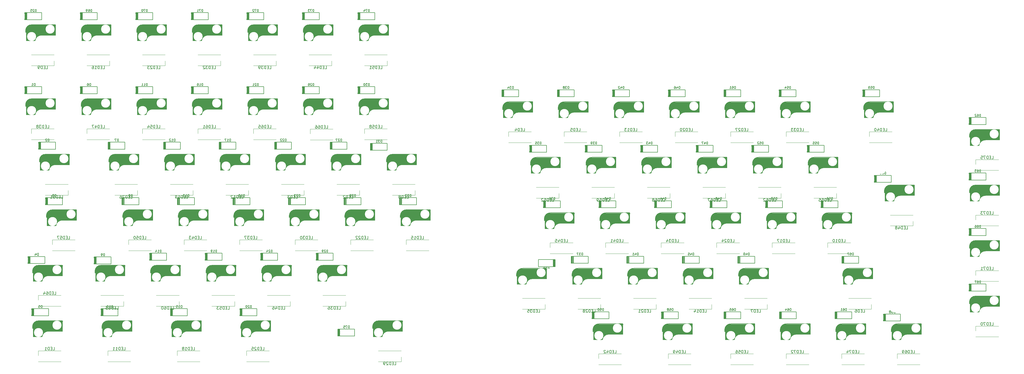
<source format=gbo>
G04 #@! TF.GenerationSoftware,KiCad,Pcbnew,(5.1.5)-3*
G04 #@! TF.CreationDate,2021-06-27T16:27:36-05:00*
G04 #@! TF.ProjectId,SplitKeyboard,53706c69-744b-4657-9962-6f6172642e6b,rev?*
G04 #@! TF.SameCoordinates,Original*
G04 #@! TF.FileFunction,Legend,Bot*
G04 #@! TF.FilePolarity,Positive*
%FSLAX46Y46*%
G04 Gerber Fmt 4.6, Leading zero omitted, Abs format (unit mm)*
G04 Created by KiCad (PCBNEW (5.1.5)-3) date 2021-06-27 16:27:36*
%MOMM*%
%LPD*%
G04 APERTURE LIST*
%ADD10C,0.300000*%
%ADD11C,0.800000*%
%ADD12C,3.000000*%
%ADD13C,0.500000*%
%ADD14C,1.000000*%
%ADD15C,3.500000*%
%ADD16C,0.150000*%
%ADD17C,0.400000*%
%ADD18C,0.200000*%
%ADD19C,0.120000*%
%ADD20C,0.602000*%
%ADD21C,4.102000*%
%ADD22C,3.102000*%
%ADD23R,2.652000X2.602000*%
%ADD24C,2.002000*%
%ADD25C,4.202000*%
%ADD26R,1.302000X1.302000*%
%ADD27R,1.702000X1.702000*%
%ADD28C,1.702000*%
%ADD29C,3.150000*%
%ADD30C,4.089800*%
%ADD31C,1.702000*%
%ADD32C,0.902000*%
%ADD33R,1.802000X1.102000*%
%ADD34C,1.499000*%
%ADD35R,1.626000X1.626000*%
%ADD36C,1.802000*%
%ADD37R,1.802000X1.802000*%
%ADD38R,2.102000X2.102000*%
%ADD39C,2.102000*%
%ADD40R,3.302000X2.102000*%
G04 APERTURE END LIST*
D10*
X93164750Y-80024000D02*
X93164750Y-79374000D01*
D11*
X93664750Y-82474000D02*
X93664750Y-80674001D01*
D12*
X94794750Y-78974000D02*
X94794750Y-81214000D01*
D13*
X103164750Y-80824000D02*
X101864750Y-80774000D01*
D14*
X102864750Y-78074000D02*
X102864750Y-80574000D01*
D15*
X101564750Y-79274000D02*
X94864750Y-79274000D01*
D16*
X103364750Y-81074000D02*
X103364750Y-77474000D01*
X103344750Y-80074000D02*
X103344750Y-77824000D01*
X93064750Y-80124000D02*
X93264750Y-80124000D01*
X93314750Y-78524000D02*
X93314750Y-82974000D01*
X93064750Y-79374000D02*
X93064750Y-80124000D01*
X93314750Y-82974000D02*
X96344750Y-82974000D01*
X98564750Y-81074000D02*
X103364750Y-81074000D01*
X103364750Y-77474000D02*
X95164749Y-77474000D01*
X96348432Y-82952529D02*
G75*
G02X98564750Y-81074000I2151318J-291471D01*
G01*
X93064750Y-79374001D02*
G75*
G02X95164749Y-77474000I2000000J-99999D01*
G01*
D14*
X95948432Y-82552529D02*
G75*
G02X98164750Y-80674000I2151318J-291471D01*
G01*
D13*
X93514750Y-82774000D02*
X95964750Y-82774000D01*
D17*
X103214750Y-77674000D02*
X101964750Y-77674000D01*
X276442750Y-123171750D02*
X275192750Y-123171750D01*
D13*
X266742750Y-128271750D02*
X269192750Y-128271750D01*
D14*
X269176432Y-128050279D02*
G75*
G02X271392750Y-126171750I2151318J-291471D01*
G01*
D16*
X266292750Y-124871751D02*
G75*
G02X268392749Y-122971750I2000000J-99999D01*
G01*
X269576432Y-128450279D02*
G75*
G02X271792750Y-126571750I2151318J-291471D01*
G01*
X276592750Y-122971750D02*
X268392749Y-122971750D01*
X271792750Y-126571750D02*
X276592750Y-126571750D01*
X266542750Y-128471750D02*
X269572750Y-128471750D01*
X266292750Y-124871750D02*
X266292750Y-125621750D01*
X266542750Y-124021750D02*
X266542750Y-128471750D01*
X266292750Y-125621750D02*
X266492750Y-125621750D01*
X276572750Y-125571750D02*
X276572750Y-123321750D01*
X276592750Y-126571750D02*
X276592750Y-122971750D01*
D15*
X274792750Y-124771750D02*
X268092750Y-124771750D01*
D14*
X276092750Y-123571750D02*
X276092750Y-126071750D01*
D13*
X276392750Y-126321750D02*
X275092750Y-126271750D01*
D12*
X268022750Y-124471750D02*
X268022750Y-126711750D01*
D11*
X266892750Y-127971750D02*
X266892750Y-126171751D01*
D10*
X266392750Y-125521750D02*
X266392750Y-124871750D01*
D18*
X242930250Y-159346750D02*
X242930250Y-156946750D01*
X242755250Y-159346750D02*
X242755250Y-156946750D01*
X242580250Y-159346750D02*
X242580250Y-156946750D01*
X242180250Y-156946750D02*
X242180250Y-159346750D01*
X242405250Y-159346750D02*
X242405250Y-156946750D01*
X242280250Y-159346750D02*
X242280250Y-156946750D01*
X242205250Y-159346750D02*
X248005250Y-159346750D01*
X248005250Y-159346750D02*
X248005250Y-156946750D01*
X248005250Y-156946750D02*
X242205250Y-156946750D01*
X304842750Y-121246750D02*
X304842750Y-118846750D01*
X304667750Y-121246750D02*
X304667750Y-118846750D01*
X304492750Y-121246750D02*
X304492750Y-118846750D01*
X304092750Y-118846750D02*
X304092750Y-121246750D01*
X304317750Y-121246750D02*
X304317750Y-118846750D01*
X304192750Y-121246750D02*
X304192750Y-118846750D01*
X304117750Y-121246750D02*
X309917750Y-121246750D01*
X309917750Y-121246750D02*
X309917750Y-118846750D01*
X309917750Y-118846750D02*
X304117750Y-118846750D01*
X271505250Y-140296750D02*
X271505250Y-137896750D01*
X271330250Y-140296750D02*
X271330250Y-137896750D01*
X271155250Y-140296750D02*
X271155250Y-137896750D01*
X270755250Y-137896750D02*
X270755250Y-140296750D01*
X270980250Y-140296750D02*
X270980250Y-137896750D01*
X270855250Y-140296750D02*
X270855250Y-137896750D01*
X270780250Y-140296750D02*
X276580250Y-140296750D01*
X276580250Y-140296750D02*
X276580250Y-137896750D01*
X276580250Y-137896750D02*
X270780250Y-137896750D01*
X276255250Y-102196750D02*
X276255250Y-99796750D01*
X276080250Y-102196750D02*
X276080250Y-99796750D01*
X275905250Y-102196750D02*
X275905250Y-99796750D01*
X275505250Y-99796750D02*
X275505250Y-102196750D01*
X275730250Y-102196750D02*
X275730250Y-99796750D01*
X275605250Y-102196750D02*
X275605250Y-99796750D01*
X275530250Y-102196750D02*
X281330250Y-102196750D01*
X281330250Y-102196750D02*
X281330250Y-99796750D01*
X281330250Y-99796750D02*
X275530250Y-99796750D01*
X257090750Y-102196750D02*
X257090750Y-99796750D01*
X256915750Y-102196750D02*
X256915750Y-99796750D01*
X256740750Y-102196750D02*
X256740750Y-99796750D01*
X256340750Y-99796750D02*
X256340750Y-102196750D01*
X256565750Y-102196750D02*
X256565750Y-99796750D01*
X256440750Y-102196750D02*
X256440750Y-99796750D01*
X256365750Y-102196750D02*
X262165750Y-102196750D01*
X262165750Y-102196750D02*
X262165750Y-99796750D01*
X262165750Y-99796750D02*
X256365750Y-99796750D01*
X266742750Y-121246750D02*
X266742750Y-118846750D01*
X266567750Y-121246750D02*
X266567750Y-118846750D01*
X266392750Y-121246750D02*
X266392750Y-118846750D01*
X265992750Y-118846750D02*
X265992750Y-121246750D01*
X266217750Y-121246750D02*
X266217750Y-118846750D01*
X266092750Y-121246750D02*
X266092750Y-118846750D01*
X266017750Y-121246750D02*
X271817750Y-121246750D01*
X271817750Y-121246750D02*
X271817750Y-118846750D01*
X271817750Y-118846750D02*
X266017750Y-118846750D01*
X238167750Y-102196750D02*
X238167750Y-99796750D01*
X237992750Y-102196750D02*
X237992750Y-99796750D01*
X237817750Y-102196750D02*
X237817750Y-99796750D01*
X237417750Y-99796750D02*
X237417750Y-102196750D01*
X237642750Y-102196750D02*
X237642750Y-99796750D01*
X237517750Y-102196750D02*
X237517750Y-99796750D01*
X237442750Y-102196750D02*
X243242750Y-102196750D01*
X243242750Y-102196750D02*
X243242750Y-99796750D01*
X243242750Y-99796750D02*
X237442750Y-99796750D01*
X309605250Y-140296750D02*
X309605250Y-137896750D01*
X309430250Y-140296750D02*
X309430250Y-137896750D01*
X309255250Y-140296750D02*
X309255250Y-137896750D01*
X308855250Y-137896750D02*
X308855250Y-140296750D01*
X309080250Y-140296750D02*
X309080250Y-137896750D01*
X308955250Y-140296750D02*
X308955250Y-137896750D01*
X308880250Y-140296750D02*
X314680250Y-140296750D01*
X314680250Y-140296750D02*
X314680250Y-137896750D01*
X314680250Y-137896750D02*
X308880250Y-137896750D01*
X300080250Y-159346750D02*
X300080250Y-156946750D01*
X299905250Y-159346750D02*
X299905250Y-156946750D01*
X299730250Y-159346750D02*
X299730250Y-156946750D01*
X299330250Y-156946750D02*
X299330250Y-159346750D01*
X299555250Y-159346750D02*
X299555250Y-156946750D01*
X299430250Y-159346750D02*
X299430250Y-156946750D01*
X299355250Y-159346750D02*
X305155250Y-159346750D01*
X305155250Y-159346750D02*
X305155250Y-156946750D01*
X305155250Y-156946750D02*
X299355250Y-156946750D01*
X219117750Y-102196750D02*
X219117750Y-99796750D01*
X218942750Y-102196750D02*
X218942750Y-99796750D01*
X218767750Y-102196750D02*
X218767750Y-99796750D01*
X218367750Y-99796750D02*
X218367750Y-102196750D01*
X218592750Y-102196750D02*
X218592750Y-99796750D01*
X218467750Y-102196750D02*
X218467750Y-99796750D01*
X218392750Y-102196750D02*
X224192750Y-102196750D01*
X224192750Y-102196750D02*
X224192750Y-99796750D01*
X224192750Y-99796750D02*
X218392750Y-99796750D01*
X252455250Y-140296750D02*
X252455250Y-137896750D01*
X252280250Y-140296750D02*
X252280250Y-137896750D01*
X252105250Y-140296750D02*
X252105250Y-137896750D01*
X251705250Y-137896750D02*
X251705250Y-140296750D01*
X251930250Y-140296750D02*
X251930250Y-137896750D01*
X251805250Y-140296750D02*
X251805250Y-137896750D01*
X251730250Y-140296750D02*
X257530250Y-140296750D01*
X257530250Y-140296750D02*
X257530250Y-137896750D01*
X257530250Y-137896750D02*
X251730250Y-137896750D01*
X250074000Y-178396750D02*
X250074000Y-175996750D01*
X249899000Y-178396750D02*
X249899000Y-175996750D01*
X249724000Y-178396750D02*
X249724000Y-175996750D01*
X249324000Y-175996750D02*
X249324000Y-178396750D01*
X249549000Y-178396750D02*
X249549000Y-175996750D01*
X249424000Y-178396750D02*
X249424000Y-175996750D01*
X249349000Y-178396750D02*
X255149000Y-178396750D01*
X255149000Y-178396750D02*
X255149000Y-175996750D01*
X255149000Y-175996750D02*
X249349000Y-175996750D01*
X295317750Y-102196750D02*
X295317750Y-99796750D01*
X295142750Y-102196750D02*
X295142750Y-99796750D01*
X294967750Y-102196750D02*
X294967750Y-99796750D01*
X294567750Y-99796750D02*
X294567750Y-102196750D01*
X294792750Y-102196750D02*
X294792750Y-99796750D01*
X294667750Y-102196750D02*
X294667750Y-99796750D01*
X294592750Y-102196750D02*
X300392750Y-102196750D01*
X300392750Y-102196750D02*
X300392750Y-99796750D01*
X300392750Y-99796750D02*
X294592750Y-99796750D01*
X285792750Y-121246750D02*
X285792750Y-118846750D01*
X285617750Y-121246750D02*
X285617750Y-118846750D01*
X285442750Y-121246750D02*
X285442750Y-118846750D01*
X285042750Y-118846750D02*
X285042750Y-121246750D01*
X285267750Y-121246750D02*
X285267750Y-118846750D01*
X285142750Y-121246750D02*
X285142750Y-118846750D01*
X285067750Y-121246750D02*
X290867750Y-121246750D01*
X290867750Y-121246750D02*
X290867750Y-118846750D01*
X290867750Y-118846750D02*
X285067750Y-118846750D01*
X290555250Y-140296750D02*
X290555250Y-137896750D01*
X290380250Y-140296750D02*
X290380250Y-137896750D01*
X290205250Y-140296750D02*
X290205250Y-137896750D01*
X289805250Y-137896750D02*
X289805250Y-140296750D01*
X290030250Y-140296750D02*
X290030250Y-137896750D01*
X289905250Y-140296750D02*
X289905250Y-137896750D01*
X289830250Y-140296750D02*
X295630250Y-140296750D01*
X295630250Y-140296750D02*
X295630250Y-137896750D01*
X295630250Y-137896750D02*
X289830250Y-137896750D01*
X323892750Y-121246750D02*
X323892750Y-118846750D01*
X323717750Y-121246750D02*
X323717750Y-118846750D01*
X323542750Y-121246750D02*
X323542750Y-118846750D01*
X323142750Y-118846750D02*
X323142750Y-121246750D01*
X323367750Y-121246750D02*
X323367750Y-118846750D01*
X323242750Y-121246750D02*
X323242750Y-118846750D01*
X323167750Y-121246750D02*
X328967750Y-121246750D01*
X328967750Y-121246750D02*
X328967750Y-118846750D01*
X328967750Y-118846750D02*
X323167750Y-118846750D01*
X281030250Y-159346750D02*
X281030250Y-156946750D01*
X280855250Y-159346750D02*
X280855250Y-156946750D01*
X280680250Y-159346750D02*
X280680250Y-156946750D01*
X280280250Y-156946750D02*
X280280250Y-159346750D01*
X280505250Y-159346750D02*
X280505250Y-156946750D01*
X280380250Y-159346750D02*
X280380250Y-156946750D01*
X280305250Y-159346750D02*
X286105250Y-159346750D01*
X286105250Y-159346750D02*
X286105250Y-156946750D01*
X286105250Y-156946750D02*
X280305250Y-156946750D01*
X228642750Y-121246750D02*
X228642750Y-118846750D01*
X228467750Y-121246750D02*
X228467750Y-118846750D01*
X228292750Y-121246750D02*
X228292750Y-118846750D01*
X227892750Y-118846750D02*
X227892750Y-121246750D01*
X228117750Y-121246750D02*
X228117750Y-118846750D01*
X227992750Y-121246750D02*
X227992750Y-118846750D01*
X227917750Y-121246750D02*
X233717750Y-121246750D01*
X233717750Y-121246750D02*
X233717750Y-118846750D01*
X233717750Y-118846750D02*
X227917750Y-118846750D01*
X261980250Y-159346750D02*
X261980250Y-156946750D01*
X261805250Y-159346750D02*
X261805250Y-156946750D01*
X261630250Y-159346750D02*
X261630250Y-156946750D01*
X261230250Y-156946750D02*
X261230250Y-159346750D01*
X261455250Y-159346750D02*
X261455250Y-156946750D01*
X261330250Y-159346750D02*
X261330250Y-156946750D01*
X261255250Y-159346750D02*
X267055250Y-159346750D01*
X267055250Y-159346750D02*
X267055250Y-156946750D01*
X267055250Y-156946750D02*
X261255250Y-156946750D01*
X233405250Y-140296750D02*
X233405250Y-137896750D01*
X233230250Y-140296750D02*
X233230250Y-137896750D01*
X233055250Y-140296750D02*
X233055250Y-137896750D01*
X232655250Y-137896750D02*
X232655250Y-140296750D01*
X232880250Y-140296750D02*
X232880250Y-137896750D01*
X232755250Y-140296750D02*
X232755250Y-137896750D01*
X232680250Y-140296750D02*
X238480250Y-140296750D01*
X238480250Y-140296750D02*
X238480250Y-137896750D01*
X238480250Y-137896750D02*
X232680250Y-137896750D01*
X314240750Y-102196750D02*
X314240750Y-99796750D01*
X314065750Y-102196750D02*
X314065750Y-99796750D01*
X313890750Y-102196750D02*
X313890750Y-99796750D01*
X313490750Y-99796750D02*
X313490750Y-102196750D01*
X313715750Y-102196750D02*
X313715750Y-99796750D01*
X313590750Y-102196750D02*
X313590750Y-99796750D01*
X313515750Y-102196750D02*
X319315750Y-102196750D01*
X319315750Y-102196750D02*
X319315750Y-99796750D01*
X319315750Y-99796750D02*
X313515750Y-99796750D01*
X247692750Y-121246750D02*
X247692750Y-118846750D01*
X247517750Y-121246750D02*
X247517750Y-118846750D01*
X247342750Y-121246750D02*
X247342750Y-118846750D01*
X246942750Y-118846750D02*
X246942750Y-121246750D01*
X247167750Y-121246750D02*
X247167750Y-118846750D01*
X247042750Y-121246750D02*
X247042750Y-118846750D01*
X246967750Y-121246750D02*
X252767750Y-121246750D01*
X252767750Y-121246750D02*
X252767750Y-118846750D01*
X252767750Y-118846750D02*
X246967750Y-118846750D01*
X235986750Y-158089750D02*
X235986750Y-160489750D01*
X236161750Y-158089750D02*
X236161750Y-160489750D01*
X236336750Y-158089750D02*
X236336750Y-160489750D01*
X236736750Y-160489750D02*
X236736750Y-158089750D01*
X236511750Y-158089750D02*
X236511750Y-160489750D01*
X236636750Y-158089750D02*
X236636750Y-160489750D01*
X236711750Y-158089750D02*
X230911750Y-158089750D01*
X230911750Y-158089750D02*
X230911750Y-160489750D01*
X230911750Y-160489750D02*
X236711750Y-160489750D01*
X346911500Y-131565500D02*
X346911500Y-129165500D01*
X346736500Y-131565500D02*
X346736500Y-129165500D01*
X346561500Y-131565500D02*
X346561500Y-129165500D01*
X346161500Y-129165500D02*
X346161500Y-131565500D01*
X346386500Y-131565500D02*
X346386500Y-129165500D01*
X346261500Y-131565500D02*
X346261500Y-129165500D01*
X346186500Y-131565500D02*
X351986500Y-131565500D01*
X351986500Y-131565500D02*
X351986500Y-129165500D01*
X351986500Y-129165500D02*
X346186500Y-129165500D01*
X379455250Y-130771750D02*
X379455250Y-128371750D01*
X379280250Y-130771750D02*
X379280250Y-128371750D01*
X379105250Y-130771750D02*
X379105250Y-128371750D01*
X378705250Y-128371750D02*
X378705250Y-130771750D01*
X378930250Y-130771750D02*
X378930250Y-128371750D01*
X378805250Y-130771750D02*
X378805250Y-128371750D01*
X378730250Y-130771750D02*
X384530250Y-130771750D01*
X384530250Y-130771750D02*
X384530250Y-128371750D01*
X384530250Y-128371750D02*
X378730250Y-128371750D01*
D17*
X305017750Y-180321750D02*
X303767750Y-180321750D01*
D13*
X295317750Y-185421750D02*
X297767750Y-185421750D01*
D14*
X297751432Y-185200279D02*
G75*
G02X299967750Y-183321750I2151318J-291471D01*
G01*
D16*
X294867750Y-182021751D02*
G75*
G02X296967749Y-180121750I2000000J-99999D01*
G01*
X298151432Y-185600279D02*
G75*
G02X300367750Y-183721750I2151318J-291471D01*
G01*
X305167750Y-180121750D02*
X296967749Y-180121750D01*
X300367750Y-183721750D02*
X305167750Y-183721750D01*
X295117750Y-185621750D02*
X298147750Y-185621750D01*
X294867750Y-182021750D02*
X294867750Y-182771750D01*
X295117750Y-181171750D02*
X295117750Y-185621750D01*
X294867750Y-182771750D02*
X295067750Y-182771750D01*
X305147750Y-182721750D02*
X305147750Y-180471750D01*
X305167750Y-183721750D02*
X305167750Y-180121750D01*
D15*
X303367750Y-181921750D02*
X296667750Y-181921750D01*
D14*
X304667750Y-180721750D02*
X304667750Y-183221750D01*
D13*
X304967750Y-183471750D02*
X303667750Y-183421750D01*
D12*
X296597750Y-181621750D02*
X296597750Y-183861750D01*
D11*
X295467750Y-185121750D02*
X295467750Y-183321751D01*
D10*
X294967750Y-182671750D02*
X294967750Y-182021750D01*
D18*
X273886500Y-178396750D02*
X273886500Y-175996750D01*
X273711500Y-178396750D02*
X273711500Y-175996750D01*
X273536500Y-178396750D02*
X273536500Y-175996750D01*
X273136500Y-175996750D02*
X273136500Y-178396750D01*
X273361500Y-178396750D02*
X273361500Y-175996750D01*
X273236500Y-178396750D02*
X273236500Y-175996750D01*
X273161500Y-178396750D02*
X278961500Y-178396750D01*
X278961500Y-178396750D02*
X278961500Y-175996750D01*
X278961500Y-175996750D02*
X273161500Y-175996750D01*
D17*
X247867750Y-104121750D02*
X246617750Y-104121750D01*
D13*
X238167750Y-109221750D02*
X240617750Y-109221750D01*
D14*
X240601432Y-109000279D02*
G75*
G02X242817750Y-107121750I2151318J-291471D01*
G01*
D16*
X237717750Y-105821751D02*
G75*
G02X239817749Y-103921750I2000000J-99999D01*
G01*
X241001432Y-109400279D02*
G75*
G02X243217750Y-107521750I2151318J-291471D01*
G01*
X248017750Y-103921750D02*
X239817749Y-103921750D01*
X243217750Y-107521750D02*
X248017750Y-107521750D01*
X237967750Y-109421750D02*
X240997750Y-109421750D01*
X237717750Y-105821750D02*
X237717750Y-106571750D01*
X237967750Y-104971750D02*
X237967750Y-109421750D01*
X237717750Y-106571750D02*
X237917750Y-106571750D01*
X247997750Y-106521750D02*
X247997750Y-104271750D01*
X248017750Y-107521750D02*
X248017750Y-103921750D01*
D15*
X246217750Y-105721750D02*
X239517750Y-105721750D01*
D14*
X247517750Y-104521750D02*
X247517750Y-107021750D01*
D13*
X247817750Y-107271750D02*
X246517750Y-107221750D01*
D12*
X239447750Y-105421750D02*
X239447750Y-107661750D01*
D11*
X238317750Y-108921750D02*
X238317750Y-107121751D01*
D10*
X237817750Y-106471750D02*
X237817750Y-105821750D01*
D17*
X343117750Y-180321750D02*
X341867750Y-180321750D01*
D13*
X333417750Y-185421750D02*
X335867750Y-185421750D01*
D14*
X335851432Y-185200279D02*
G75*
G02X338067750Y-183321750I2151318J-291471D01*
G01*
D16*
X332967750Y-182021751D02*
G75*
G02X335067749Y-180121750I2000000J-99999D01*
G01*
X336251432Y-185600279D02*
G75*
G02X338467750Y-183721750I2151318J-291471D01*
G01*
X343267750Y-180121750D02*
X335067749Y-180121750D01*
X338467750Y-183721750D02*
X343267750Y-183721750D01*
X333217750Y-185621750D02*
X336247750Y-185621750D01*
X332967750Y-182021750D02*
X332967750Y-182771750D01*
X333217750Y-181171750D02*
X333217750Y-185621750D01*
X332967750Y-182771750D02*
X333167750Y-182771750D01*
X343247750Y-182721750D02*
X343247750Y-180471750D01*
X343267750Y-183721750D02*
X343267750Y-180121750D01*
D15*
X341467750Y-181921750D02*
X334767750Y-181921750D01*
D14*
X342767750Y-180721750D02*
X342767750Y-183221750D01*
D13*
X343067750Y-183471750D02*
X341767750Y-183421750D01*
D12*
X334697750Y-181621750D02*
X334697750Y-183861750D01*
D11*
X333567750Y-185121750D02*
X333567750Y-183321751D01*
D10*
X333067750Y-182671750D02*
X333067750Y-182021750D01*
D17*
X362167750Y-180321750D02*
X360917750Y-180321750D01*
D13*
X352467750Y-185421750D02*
X354917750Y-185421750D01*
D14*
X354901432Y-185200279D02*
G75*
G02X357117750Y-183321750I2151318J-291471D01*
G01*
D16*
X352017750Y-182021751D02*
G75*
G02X354117749Y-180121750I2000000J-99999D01*
G01*
X355301432Y-185600279D02*
G75*
G02X357517750Y-183721750I2151318J-291471D01*
G01*
X362317750Y-180121750D02*
X354117749Y-180121750D01*
X357517750Y-183721750D02*
X362317750Y-183721750D01*
X352267750Y-185621750D02*
X355297750Y-185621750D01*
X352017750Y-182021750D02*
X352017750Y-182771750D01*
X352267750Y-181171750D02*
X352267750Y-185621750D01*
X352017750Y-182771750D02*
X352217750Y-182771750D01*
X362297750Y-182721750D02*
X362297750Y-180471750D01*
X362317750Y-183721750D02*
X362317750Y-180121750D01*
D15*
X360517750Y-181921750D02*
X353817750Y-181921750D01*
D14*
X361817750Y-180721750D02*
X361817750Y-183221750D01*
D13*
X362117750Y-183471750D02*
X360817750Y-183421750D01*
D12*
X353747750Y-181621750D02*
X353747750Y-183861750D01*
D11*
X352617750Y-185121750D02*
X352617750Y-183321751D01*
D10*
X352117750Y-182671750D02*
X352117750Y-182021750D01*
D18*
X342930250Y-102196750D02*
X342930250Y-99796750D01*
X342755250Y-102196750D02*
X342755250Y-99796750D01*
X342580250Y-102196750D02*
X342580250Y-99796750D01*
X342180250Y-99796750D02*
X342180250Y-102196750D01*
X342405250Y-102196750D02*
X342405250Y-99796750D01*
X342280250Y-102196750D02*
X342280250Y-99796750D01*
X342205250Y-102196750D02*
X348005250Y-102196750D01*
X348005250Y-102196750D02*
X348005250Y-99796750D01*
X348005250Y-99796750D02*
X342205250Y-99796750D01*
X333417750Y-178396750D02*
X333417750Y-175996750D01*
X333242750Y-178396750D02*
X333242750Y-175996750D01*
X333067750Y-178396750D02*
X333067750Y-175996750D01*
X332667750Y-175996750D02*
X332667750Y-178396750D01*
X332892750Y-178396750D02*
X332892750Y-175996750D01*
X332767750Y-178396750D02*
X332767750Y-175996750D01*
X332692750Y-178396750D02*
X338492750Y-178396750D01*
X338492750Y-178396750D02*
X338492750Y-175996750D01*
X338492750Y-175996750D02*
X332692750Y-175996750D01*
X379455250Y-111721750D02*
X379455250Y-109321750D01*
X379280250Y-111721750D02*
X379280250Y-109321750D01*
X379105250Y-111721750D02*
X379105250Y-109321750D01*
X378705250Y-109321750D02*
X378705250Y-111721750D01*
X378930250Y-111721750D02*
X378930250Y-109321750D01*
X378805250Y-111721750D02*
X378805250Y-109321750D01*
X378730250Y-111721750D02*
X384530250Y-111721750D01*
X384530250Y-111721750D02*
X384530250Y-109321750D01*
X384530250Y-109321750D02*
X378730250Y-109321750D01*
X350086500Y-179190500D02*
X350086500Y-176790500D01*
X349911500Y-179190500D02*
X349911500Y-176790500D01*
X349736500Y-179190500D02*
X349736500Y-176790500D01*
X349336500Y-176790500D02*
X349336500Y-179190500D01*
X349561500Y-179190500D02*
X349561500Y-176790500D01*
X349436500Y-179190500D02*
X349436500Y-176790500D01*
X349361500Y-179190500D02*
X355161500Y-179190500D01*
X355161500Y-179190500D02*
X355161500Y-176790500D01*
X355161500Y-176790500D02*
X349361500Y-176790500D01*
D17*
X228817750Y-104121750D02*
X227567750Y-104121750D01*
D13*
X219117750Y-109221750D02*
X221567750Y-109221750D01*
D14*
X221551432Y-109000279D02*
G75*
G02X223767750Y-107121750I2151318J-291471D01*
G01*
D16*
X218667750Y-105821751D02*
G75*
G02X220767749Y-103921750I2000000J-99999D01*
G01*
X221951432Y-109400279D02*
G75*
G02X224167750Y-107521750I2151318J-291471D01*
G01*
X228967750Y-103921750D02*
X220767749Y-103921750D01*
X224167750Y-107521750D02*
X228967750Y-107521750D01*
X218917750Y-109421750D02*
X221947750Y-109421750D01*
X218667750Y-105821750D02*
X218667750Y-106571750D01*
X218917750Y-104971750D02*
X218917750Y-109421750D01*
X218667750Y-106571750D02*
X218867750Y-106571750D01*
X228947750Y-106521750D02*
X228947750Y-104271750D01*
X228967750Y-107521750D02*
X228967750Y-103921750D01*
D15*
X227167750Y-105721750D02*
X220467750Y-105721750D01*
D14*
X228467750Y-104521750D02*
X228467750Y-107021750D01*
D13*
X228767750Y-107271750D02*
X227467750Y-107221750D01*
D12*
X220397750Y-105421750D02*
X220397750Y-107661750D01*
D11*
X219267750Y-108921750D02*
X219267750Y-107121751D01*
D10*
X218767750Y-106471750D02*
X218767750Y-105821750D01*
D17*
X324067750Y-180321750D02*
X322817750Y-180321750D01*
D13*
X314367750Y-185421750D02*
X316817750Y-185421750D01*
D14*
X316801432Y-185200279D02*
G75*
G02X319017750Y-183321750I2151318J-291471D01*
G01*
D16*
X313917750Y-182021751D02*
G75*
G02X316017749Y-180121750I2000000J-99999D01*
G01*
X317201432Y-185600279D02*
G75*
G02X319417750Y-183721750I2151318J-291471D01*
G01*
X324217750Y-180121750D02*
X316017749Y-180121750D01*
X319417750Y-183721750D02*
X324217750Y-183721750D01*
X314167750Y-185621750D02*
X317197750Y-185621750D01*
X313917750Y-182021750D02*
X313917750Y-182771750D01*
X314167750Y-181171750D02*
X314167750Y-185621750D01*
X313917750Y-182771750D02*
X314117750Y-182771750D01*
X324197750Y-182721750D02*
X324197750Y-180471750D01*
X324217750Y-183721750D02*
X324217750Y-180121750D01*
D15*
X322417750Y-181921750D02*
X315717750Y-181921750D01*
D14*
X323717750Y-180721750D02*
X323717750Y-183221750D01*
D13*
X324017750Y-183471750D02*
X322717750Y-183421750D01*
D12*
X315647750Y-181621750D02*
X315647750Y-183861750D01*
D11*
X314517750Y-185121750D02*
X314517750Y-183321751D01*
D10*
X314017750Y-182671750D02*
X314017750Y-182021750D01*
D18*
X314367750Y-178396750D02*
X314367750Y-175996750D01*
X314192750Y-178396750D02*
X314192750Y-175996750D01*
X314017750Y-178396750D02*
X314017750Y-175996750D01*
X313617750Y-175996750D02*
X313617750Y-178396750D01*
X313842750Y-178396750D02*
X313842750Y-175996750D01*
X313717750Y-178396750D02*
X313717750Y-175996750D01*
X313642750Y-178396750D02*
X319442750Y-178396750D01*
X319442750Y-178396750D02*
X319442750Y-175996750D01*
X319442750Y-175996750D02*
X313642750Y-175996750D01*
X379455250Y-168871750D02*
X379455250Y-166471750D01*
X379280250Y-168871750D02*
X379280250Y-166471750D01*
X379105250Y-168871750D02*
X379105250Y-166471750D01*
X378705250Y-166471750D02*
X378705250Y-168871750D01*
X378930250Y-168871750D02*
X378930250Y-166471750D01*
X378805250Y-168871750D02*
X378805250Y-166471750D01*
X378730250Y-168871750D02*
X384530250Y-168871750D01*
X384530250Y-168871750D02*
X384530250Y-166471750D01*
X384530250Y-166471750D02*
X378730250Y-166471750D01*
X295317750Y-178396750D02*
X295317750Y-175996750D01*
X295142750Y-178396750D02*
X295142750Y-175996750D01*
X294967750Y-178396750D02*
X294967750Y-175996750D01*
X294567750Y-175996750D02*
X294567750Y-178396750D01*
X294792750Y-178396750D02*
X294792750Y-175996750D01*
X294667750Y-178396750D02*
X294667750Y-175996750D01*
X294592750Y-178396750D02*
X300392750Y-178396750D01*
X300392750Y-178396750D02*
X300392750Y-175996750D01*
X300392750Y-175996750D02*
X294592750Y-175996750D01*
D17*
X285967750Y-104121750D02*
X284717750Y-104121750D01*
D13*
X276267750Y-109221750D02*
X278717750Y-109221750D01*
D14*
X278701432Y-109000279D02*
G75*
G02X280917750Y-107121750I2151318J-291471D01*
G01*
D16*
X275817750Y-105821751D02*
G75*
G02X277917749Y-103921750I2000000J-99999D01*
G01*
X279101432Y-109400279D02*
G75*
G02X281317750Y-107521750I2151318J-291471D01*
G01*
X286117750Y-103921750D02*
X277917749Y-103921750D01*
X281317750Y-107521750D02*
X286117750Y-107521750D01*
X276067750Y-109421750D02*
X279097750Y-109421750D01*
X275817750Y-105821750D02*
X275817750Y-106571750D01*
X276067750Y-104971750D02*
X276067750Y-109421750D01*
X275817750Y-106571750D02*
X276017750Y-106571750D01*
X286097750Y-106521750D02*
X286097750Y-104271750D01*
X286117750Y-107521750D02*
X286117750Y-103921750D01*
D15*
X284317750Y-105721750D02*
X277617750Y-105721750D01*
D14*
X285617750Y-104521750D02*
X285617750Y-107021750D01*
D13*
X285917750Y-107271750D02*
X284617750Y-107221750D01*
D12*
X277547750Y-105421750D02*
X277547750Y-107661750D01*
D11*
X276417750Y-108921750D02*
X276417750Y-107121751D01*
D10*
X275917750Y-106471750D02*
X275917750Y-105821750D01*
D17*
X266917750Y-104121750D02*
X265667750Y-104121750D01*
D13*
X257217750Y-109221750D02*
X259667750Y-109221750D01*
D14*
X259651432Y-109000279D02*
G75*
G02X261867750Y-107121750I2151318J-291471D01*
G01*
D16*
X256767750Y-105821751D02*
G75*
G02X258867749Y-103921750I2000000J-99999D01*
G01*
X260051432Y-109400279D02*
G75*
G02X262267750Y-107521750I2151318J-291471D01*
G01*
X267067750Y-103921750D02*
X258867749Y-103921750D01*
X262267750Y-107521750D02*
X267067750Y-107521750D01*
X257017750Y-109421750D02*
X260047750Y-109421750D01*
X256767750Y-105821750D02*
X256767750Y-106571750D01*
X257017750Y-104971750D02*
X257017750Y-109421750D01*
X256767750Y-106571750D02*
X256967750Y-106571750D01*
X267047750Y-106521750D02*
X267047750Y-104271750D01*
X267067750Y-107521750D02*
X267067750Y-103921750D01*
D15*
X265267750Y-105721750D02*
X258567750Y-105721750D01*
D14*
X266567750Y-104521750D02*
X266567750Y-107021750D01*
D13*
X266867750Y-107271750D02*
X265567750Y-107221750D01*
D12*
X258497750Y-105421750D02*
X258497750Y-107661750D01*
D11*
X257367750Y-108921750D02*
X257367750Y-107121751D01*
D10*
X256867750Y-106471750D02*
X256867750Y-105821750D01*
D17*
X300255250Y-142221750D02*
X299005250Y-142221750D01*
D13*
X290555250Y-147321750D02*
X293005250Y-147321750D01*
D14*
X292988932Y-147100279D02*
G75*
G02X295205250Y-145221750I2151318J-291471D01*
G01*
D16*
X290105250Y-143921751D02*
G75*
G02X292205249Y-142021750I2000000J-99999D01*
G01*
X293388932Y-147500279D02*
G75*
G02X295605250Y-145621750I2151318J-291471D01*
G01*
X300405250Y-142021750D02*
X292205249Y-142021750D01*
X295605250Y-145621750D02*
X300405250Y-145621750D01*
X290355250Y-147521750D02*
X293385250Y-147521750D01*
X290105250Y-143921750D02*
X290105250Y-144671750D01*
X290355250Y-143071750D02*
X290355250Y-147521750D01*
X290105250Y-144671750D02*
X290305250Y-144671750D01*
X300385250Y-144621750D02*
X300385250Y-142371750D01*
X300405250Y-145621750D02*
X300405250Y-142021750D01*
D15*
X298605250Y-143821750D02*
X291905250Y-143821750D01*
D14*
X299905250Y-142621750D02*
X299905250Y-145121750D01*
D13*
X300205250Y-145371750D02*
X298905250Y-145321750D01*
D12*
X291835250Y-143521750D02*
X291835250Y-145761750D01*
D11*
X290705250Y-147021750D02*
X290705250Y-145221751D01*
D10*
X290205250Y-144571750D02*
X290205250Y-143921750D01*
D18*
X328655250Y-140296750D02*
X328655250Y-137896750D01*
X328480250Y-140296750D02*
X328480250Y-137896750D01*
X328305250Y-140296750D02*
X328305250Y-137896750D01*
X327905250Y-137896750D02*
X327905250Y-140296750D01*
X328130250Y-140296750D02*
X328130250Y-137896750D01*
X328005250Y-140296750D02*
X328005250Y-137896750D01*
X327930250Y-140296750D02*
X333730250Y-140296750D01*
X333730250Y-140296750D02*
X333730250Y-137896750D01*
X333730250Y-137896750D02*
X327930250Y-137896750D01*
X335799000Y-159346750D02*
X335799000Y-156946750D01*
X335624000Y-159346750D02*
X335624000Y-156946750D01*
X335449000Y-159346750D02*
X335449000Y-156946750D01*
X335049000Y-156946750D02*
X335049000Y-159346750D01*
X335274000Y-159346750D02*
X335274000Y-156946750D01*
X335149000Y-159346750D02*
X335149000Y-156946750D01*
X335074000Y-159346750D02*
X340874000Y-159346750D01*
X340874000Y-159346750D02*
X340874000Y-156946750D01*
X340874000Y-156946750D02*
X335074000Y-156946750D01*
X379455250Y-149821750D02*
X379455250Y-147421750D01*
X379280250Y-149821750D02*
X379280250Y-147421750D01*
X379105250Y-149821750D02*
X379105250Y-147421750D01*
X378705250Y-147421750D02*
X378705250Y-149821750D01*
X378930250Y-149821750D02*
X378930250Y-147421750D01*
X378805250Y-149821750D02*
X378805250Y-147421750D01*
X378730250Y-149821750D02*
X384530250Y-149821750D01*
X384530250Y-149821750D02*
X384530250Y-147421750D01*
X384530250Y-147421750D02*
X378730250Y-147421750D01*
D17*
X305017750Y-104121750D02*
X303767750Y-104121750D01*
D13*
X295317750Y-109221750D02*
X297767750Y-109221750D01*
D14*
X297751432Y-109000279D02*
G75*
G02X299967750Y-107121750I2151318J-291471D01*
G01*
D16*
X294867750Y-105821751D02*
G75*
G02X296967749Y-103921750I2000000J-99999D01*
G01*
X298151432Y-109400279D02*
G75*
G02X300367750Y-107521750I2151318J-291471D01*
G01*
X305167750Y-103921750D02*
X296967749Y-103921750D01*
X300367750Y-107521750D02*
X305167750Y-107521750D01*
X295117750Y-109421750D02*
X298147750Y-109421750D01*
X294867750Y-105821750D02*
X294867750Y-106571750D01*
X295117750Y-104971750D02*
X295117750Y-109421750D01*
X294867750Y-106571750D02*
X295067750Y-106571750D01*
X305147750Y-106521750D02*
X305147750Y-104271750D01*
X305167750Y-107521750D02*
X305167750Y-103921750D01*
D15*
X303367750Y-105721750D02*
X296667750Y-105721750D01*
D14*
X304667750Y-104521750D02*
X304667750Y-107021750D01*
D13*
X304967750Y-107271750D02*
X303667750Y-107221750D01*
D12*
X296597750Y-105421750D02*
X296597750Y-107661750D01*
D11*
X295467750Y-108921750D02*
X295467750Y-107121751D01*
D10*
X294967750Y-106471750D02*
X294967750Y-105821750D01*
D17*
X238342750Y-123171750D02*
X237092750Y-123171750D01*
D13*
X228642750Y-128271750D02*
X231092750Y-128271750D01*
D14*
X231076432Y-128050279D02*
G75*
G02X233292750Y-126171750I2151318J-291471D01*
G01*
D16*
X228192750Y-124871751D02*
G75*
G02X230292749Y-122971750I2000000J-99999D01*
G01*
X231476432Y-128450279D02*
G75*
G02X233692750Y-126571750I2151318J-291471D01*
G01*
X238492750Y-122971750D02*
X230292749Y-122971750D01*
X233692750Y-126571750D02*
X238492750Y-126571750D01*
X228442750Y-128471750D02*
X231472750Y-128471750D01*
X228192750Y-124871750D02*
X228192750Y-125621750D01*
X228442750Y-124021750D02*
X228442750Y-128471750D01*
X228192750Y-125621750D02*
X228392750Y-125621750D01*
X238472750Y-125571750D02*
X238472750Y-123321750D01*
X238492750Y-126571750D02*
X238492750Y-122971750D01*
D15*
X236692750Y-124771750D02*
X229992750Y-124771750D01*
D14*
X237992750Y-123571750D02*
X237992750Y-126071750D01*
D13*
X238292750Y-126321750D02*
X236992750Y-126271750D01*
D12*
X229922750Y-124471750D02*
X229922750Y-126711750D01*
D11*
X228792750Y-127971750D02*
X228792750Y-126171751D01*
D10*
X228292750Y-125521750D02*
X228292750Y-124871750D01*
D17*
X319305250Y-142221750D02*
X318055250Y-142221750D01*
D13*
X309605250Y-147321750D02*
X312055250Y-147321750D01*
D14*
X312038932Y-147100279D02*
G75*
G02X314255250Y-145221750I2151318J-291471D01*
G01*
D16*
X309155250Y-143921751D02*
G75*
G02X311255249Y-142021750I2000000J-99999D01*
G01*
X312438932Y-147500279D02*
G75*
G02X314655250Y-145621750I2151318J-291471D01*
G01*
X319455250Y-142021750D02*
X311255249Y-142021750D01*
X314655250Y-145621750D02*
X319455250Y-145621750D01*
X309405250Y-147521750D02*
X312435250Y-147521750D01*
X309155250Y-143921750D02*
X309155250Y-144671750D01*
X309405250Y-143071750D02*
X309405250Y-147521750D01*
X309155250Y-144671750D02*
X309355250Y-144671750D01*
X319435250Y-144621750D02*
X319435250Y-142371750D01*
X319455250Y-145621750D02*
X319455250Y-142021750D01*
D15*
X317655250Y-143821750D02*
X310955250Y-143821750D01*
D14*
X318955250Y-142621750D02*
X318955250Y-145121750D01*
D13*
X319255250Y-145371750D02*
X317955250Y-145321750D01*
D12*
X310885250Y-143521750D02*
X310885250Y-145761750D01*
D11*
X309755250Y-147021750D02*
X309755250Y-145221751D01*
D10*
X309255250Y-144571750D02*
X309255250Y-143921750D01*
D17*
X338355250Y-142221750D02*
X337105250Y-142221750D01*
D13*
X328655250Y-147321750D02*
X331105250Y-147321750D01*
D14*
X331088932Y-147100279D02*
G75*
G02X333305250Y-145221750I2151318J-291471D01*
G01*
D16*
X328205250Y-143921751D02*
G75*
G02X330305249Y-142021750I2000000J-99999D01*
G01*
X331488932Y-147500279D02*
G75*
G02X333705250Y-145621750I2151318J-291471D01*
G01*
X338505250Y-142021750D02*
X330305249Y-142021750D01*
X333705250Y-145621750D02*
X338505250Y-145621750D01*
X328455250Y-147521750D02*
X331485250Y-147521750D01*
X328205250Y-143921750D02*
X328205250Y-144671750D01*
X328455250Y-143071750D02*
X328455250Y-147521750D01*
X328205250Y-144671750D02*
X328405250Y-144671750D01*
X338485250Y-144621750D02*
X338485250Y-142371750D01*
X338505250Y-145621750D02*
X338505250Y-142021750D01*
D15*
X336705250Y-143821750D02*
X330005250Y-143821750D01*
D14*
X338005250Y-142621750D02*
X338005250Y-145121750D01*
D13*
X338305250Y-145371750D02*
X337005250Y-145321750D01*
D12*
X329935250Y-143521750D02*
X329935250Y-145761750D01*
D11*
X328805250Y-147021750D02*
X328805250Y-145221751D01*
D10*
X328305250Y-144571750D02*
X328305250Y-143921750D01*
D19*
X220667750Y-114228000D02*
X228467750Y-114228000D01*
X228467750Y-117928000D02*
X220667750Y-117928000D01*
X220667750Y-115828000D02*
X220667750Y-114228000D01*
X345149000Y-175078000D02*
X337349000Y-175078000D01*
X337349000Y-171378000D02*
X345149000Y-171378000D01*
X345149000Y-173478000D02*
X345149000Y-175078000D01*
D17*
X283586500Y-180321750D02*
X282336500Y-180321750D01*
D13*
X273886500Y-185421750D02*
X276336500Y-185421750D01*
D14*
X276320182Y-185200279D02*
G75*
G02X278536500Y-183321750I2151318J-291471D01*
G01*
D16*
X273436500Y-182021751D02*
G75*
G02X275536499Y-180121750I2000000J-99999D01*
G01*
X276720182Y-185600279D02*
G75*
G02X278936500Y-183721750I2151318J-291471D01*
G01*
X283736500Y-180121750D02*
X275536499Y-180121750D01*
X278936500Y-183721750D02*
X283736500Y-183721750D01*
X273686500Y-185621750D02*
X276716500Y-185621750D01*
X273436500Y-182021750D02*
X273436500Y-182771750D01*
X273686500Y-181171750D02*
X273686500Y-185621750D01*
X273436500Y-182771750D02*
X273636500Y-182771750D01*
X283716500Y-182721750D02*
X283716500Y-180471750D01*
X283736500Y-183721750D02*
X283736500Y-180121750D01*
D15*
X281936500Y-181921750D02*
X275236500Y-181921750D01*
D14*
X283236500Y-180721750D02*
X283236500Y-183221750D01*
D13*
X283536500Y-183471750D02*
X282236500Y-183421750D01*
D12*
X275166500Y-181621750D02*
X275166500Y-183861750D01*
D11*
X274036500Y-185121750D02*
X274036500Y-183321751D01*
D10*
X273536500Y-182671750D02*
X273536500Y-182021750D01*
D17*
X345499000Y-161271750D02*
X344249000Y-161271750D01*
D13*
X335799000Y-166371750D02*
X338249000Y-166371750D01*
D14*
X338232682Y-166150279D02*
G75*
G02X340449000Y-164271750I2151318J-291471D01*
G01*
D16*
X335349000Y-162971751D02*
G75*
G02X337448999Y-161071750I2000000J-99999D01*
G01*
X338632682Y-166550279D02*
G75*
G02X340849000Y-164671750I2151318J-291471D01*
G01*
X345649000Y-161071750D02*
X337448999Y-161071750D01*
X340849000Y-164671750D02*
X345649000Y-164671750D01*
X335599000Y-166571750D02*
X338629000Y-166571750D01*
X335349000Y-162971750D02*
X335349000Y-163721750D01*
X335599000Y-162121750D02*
X335599000Y-166571750D01*
X335349000Y-163721750D02*
X335549000Y-163721750D01*
X345629000Y-163671750D02*
X345629000Y-161421750D01*
X345649000Y-164671750D02*
X345649000Y-161071750D01*
D15*
X343849000Y-162871750D02*
X337149000Y-162871750D01*
D14*
X345149000Y-161671750D02*
X345149000Y-164171750D01*
D13*
X345449000Y-164421750D02*
X344149000Y-164371750D01*
D12*
X337079000Y-162571750D02*
X337079000Y-164811750D01*
D11*
X335949000Y-166071750D02*
X335949000Y-164271751D01*
D10*
X335449000Y-163621750D02*
X335449000Y-162971750D01*
D17*
X352642750Y-104121750D02*
X351392750Y-104121750D01*
D13*
X342942750Y-109221750D02*
X345392750Y-109221750D01*
D14*
X345376432Y-109000279D02*
G75*
G02X347592750Y-107121750I2151318J-291471D01*
G01*
D16*
X342492750Y-105821751D02*
G75*
G02X344592749Y-103921750I2000000J-99999D01*
G01*
X345776432Y-109400279D02*
G75*
G02X347992750Y-107521750I2151318J-291471D01*
G01*
X352792750Y-103921750D02*
X344592749Y-103921750D01*
X347992750Y-107521750D02*
X352792750Y-107521750D01*
X342742750Y-109421750D02*
X345772750Y-109421750D01*
X342492750Y-105821750D02*
X342492750Y-106571750D01*
X342742750Y-104971750D02*
X342742750Y-109421750D01*
X342492750Y-106571750D02*
X342692750Y-106571750D01*
X352772750Y-106521750D02*
X352772750Y-104271750D01*
X352792750Y-107521750D02*
X352792750Y-103921750D01*
D15*
X350992750Y-105721750D02*
X344292750Y-105721750D01*
D14*
X352292750Y-104521750D02*
X352292750Y-107021750D01*
D13*
X352592750Y-107271750D02*
X351292750Y-107221750D01*
D12*
X344222750Y-105421750D02*
X344222750Y-107661750D01*
D11*
X343092750Y-108921750D02*
X343092750Y-107121751D01*
D10*
X342592750Y-106471750D02*
X342592750Y-105821750D01*
D19*
X239717750Y-114228000D02*
X247517750Y-114228000D01*
X247517750Y-117928000D02*
X239717750Y-117928000D01*
X239717750Y-115828000D02*
X239717750Y-114228000D01*
D17*
X359786500Y-132696750D02*
X358536500Y-132696750D01*
D13*
X350086500Y-137796750D02*
X352536500Y-137796750D01*
D14*
X352520182Y-137575279D02*
G75*
G02X354736500Y-135696750I2151318J-291471D01*
G01*
D16*
X349636500Y-134396751D02*
G75*
G02X351736499Y-132496750I2000000J-99999D01*
G01*
X352920182Y-137975279D02*
G75*
G02X355136500Y-136096750I2151318J-291471D01*
G01*
X359936500Y-132496750D02*
X351736499Y-132496750D01*
X355136500Y-136096750D02*
X359936500Y-136096750D01*
X349886500Y-137996750D02*
X352916500Y-137996750D01*
X349636500Y-134396750D02*
X349636500Y-135146750D01*
X349886500Y-133546750D02*
X349886500Y-137996750D01*
X349636500Y-135146750D02*
X349836500Y-135146750D01*
X359916500Y-135096750D02*
X359916500Y-132846750D01*
X359936500Y-136096750D02*
X359936500Y-132496750D01*
D15*
X358136500Y-134296750D02*
X351436500Y-134296750D01*
D14*
X359436500Y-133096750D02*
X359436500Y-135596750D01*
D13*
X359736500Y-135846750D02*
X358436500Y-135796750D01*
D12*
X351366500Y-133996750D02*
X351366500Y-136236750D01*
D11*
X350236500Y-137496750D02*
X350236500Y-135696751D01*
D10*
X349736500Y-135046750D02*
X349736500Y-134396750D01*
D17*
X259774000Y-180321750D02*
X258524000Y-180321750D01*
D13*
X250074000Y-185421750D02*
X252524000Y-185421750D01*
D14*
X252507682Y-185200279D02*
G75*
G02X254724000Y-183321750I2151318J-291471D01*
G01*
D16*
X249624000Y-182021751D02*
G75*
G02X251723999Y-180121750I2000000J-99999D01*
G01*
X252907682Y-185600279D02*
G75*
G02X255124000Y-183721750I2151318J-291471D01*
G01*
X259924000Y-180121750D02*
X251723999Y-180121750D01*
X255124000Y-183721750D02*
X259924000Y-183721750D01*
X249874000Y-185621750D02*
X252904000Y-185621750D01*
X249624000Y-182021750D02*
X249624000Y-182771750D01*
X249874000Y-181171750D02*
X249874000Y-185621750D01*
X249624000Y-182771750D02*
X249824000Y-182771750D01*
X259904000Y-182721750D02*
X259904000Y-180471750D01*
X259924000Y-183721750D02*
X259924000Y-180121750D01*
D15*
X258124000Y-181921750D02*
X251424000Y-181921750D01*
D14*
X259424000Y-180721750D02*
X259424000Y-183221750D01*
D13*
X259724000Y-183471750D02*
X258424000Y-183421750D01*
D12*
X251354000Y-181621750D02*
X251354000Y-183861750D01*
D11*
X250224000Y-185121750D02*
X250224000Y-183321751D01*
D10*
X249724000Y-182671750D02*
X249724000Y-182021750D01*
D19*
X258767750Y-114228000D02*
X266567750Y-114228000D01*
X266567750Y-117928000D02*
X258767750Y-117928000D01*
X258767750Y-115828000D02*
X258767750Y-114228000D01*
X277817750Y-115828000D02*
X277817750Y-114228000D01*
X285617750Y-117928000D02*
X277817750Y-117928000D01*
X277817750Y-114228000D02*
X285617750Y-114228000D01*
X271330250Y-175078000D02*
X263530250Y-175078000D01*
X263530250Y-171378000D02*
X271330250Y-171378000D01*
X271330250Y-173478000D02*
X271330250Y-175078000D01*
X290380250Y-175078000D02*
X282580250Y-175078000D01*
X282580250Y-171378000D02*
X290380250Y-171378000D01*
X290380250Y-173478000D02*
X290380250Y-175078000D01*
X330205250Y-152328000D02*
X338005250Y-152328000D01*
X338005250Y-156028000D02*
X330205250Y-156028000D01*
X330205250Y-153928000D02*
X330205250Y-152328000D01*
X311155250Y-152328000D02*
X318955250Y-152328000D01*
X318955250Y-156028000D02*
X311155250Y-156028000D01*
X311155250Y-153928000D02*
X311155250Y-152328000D01*
X292105250Y-152328000D02*
X299905250Y-152328000D01*
X299905250Y-156028000D02*
X292105250Y-156028000D01*
X292105250Y-153928000D02*
X292105250Y-152328000D01*
X309430250Y-175078000D02*
X301630250Y-175078000D01*
X301630250Y-171378000D02*
X309430250Y-171378000D01*
X309430250Y-173478000D02*
X309430250Y-175078000D01*
X344492750Y-115828000D02*
X344492750Y-114228000D01*
X352292750Y-117928000D02*
X344492750Y-117928000D01*
X344492750Y-114228000D02*
X352292750Y-114228000D01*
X252280250Y-175078000D02*
X244480250Y-175078000D01*
X244480250Y-171378000D02*
X252280250Y-171378000D01*
X252280250Y-173478000D02*
X252280250Y-175078000D01*
X273055250Y-152328000D02*
X280855250Y-152328000D01*
X280855250Y-156028000D02*
X273055250Y-156028000D01*
X273055250Y-153928000D02*
X273055250Y-152328000D01*
X251624000Y-192028000D02*
X251624000Y-190428000D01*
X259424000Y-194128000D02*
X251624000Y-194128000D01*
X251624000Y-190428000D02*
X259424000Y-190428000D01*
X315917750Y-115828000D02*
X315917750Y-114228000D01*
X323717750Y-117928000D02*
X315917750Y-117928000D01*
X315917750Y-114228000D02*
X323717750Y-114228000D01*
X254005250Y-152328000D02*
X261805250Y-152328000D01*
X261805250Y-156028000D02*
X254005250Y-156028000D01*
X254005250Y-153928000D02*
X254005250Y-152328000D01*
X296867750Y-115828000D02*
X296867750Y-114228000D01*
X304667750Y-117928000D02*
X296867750Y-117928000D01*
X296867750Y-114228000D02*
X304667750Y-114228000D01*
X233230250Y-175078000D02*
X225430250Y-175078000D01*
X225430250Y-171378000D02*
X233230250Y-171378000D01*
X233230250Y-173478000D02*
X233230250Y-175078000D01*
X275436500Y-192028000D02*
X275436500Y-190428000D01*
X283236500Y-194128000D02*
X275436500Y-194128000D01*
X275436500Y-190428000D02*
X283236500Y-190428000D01*
X333242750Y-135378000D02*
X333242750Y-136978000D01*
X325442750Y-133278000D02*
X333242750Y-133278000D01*
X333242750Y-136978000D02*
X325442750Y-136978000D01*
X359436500Y-144903000D02*
X359436500Y-146503000D01*
X351636500Y-142803000D02*
X359436500Y-142803000D01*
X359436500Y-146503000D02*
X351636500Y-146503000D01*
X234955250Y-153928000D02*
X234955250Y-152328000D01*
X242755250Y-156028000D02*
X234955250Y-156028000D01*
X234955250Y-152328000D02*
X242755250Y-152328000D01*
X296867750Y-192028000D02*
X296867750Y-190428000D01*
X304667750Y-194128000D02*
X296867750Y-194128000D01*
X296867750Y-190428000D02*
X304667750Y-190428000D01*
X257042750Y-135378000D02*
X257042750Y-136978000D01*
X249242750Y-133278000D02*
X257042750Y-133278000D01*
X257042750Y-136978000D02*
X249242750Y-136978000D01*
X237992750Y-135378000D02*
X237992750Y-136978000D01*
X230192750Y-133278000D02*
X237992750Y-133278000D01*
X237992750Y-136978000D02*
X230192750Y-136978000D01*
D17*
X314542750Y-123171750D02*
X313292750Y-123171750D01*
D13*
X304842750Y-128271750D02*
X307292750Y-128271750D01*
D14*
X307276432Y-128050279D02*
G75*
G02X309492750Y-126171750I2151318J-291471D01*
G01*
D16*
X304392750Y-124871751D02*
G75*
G02X306492749Y-122971750I2000000J-99999D01*
G01*
X307676432Y-128450279D02*
G75*
G02X309892750Y-126571750I2151318J-291471D01*
G01*
X314692750Y-122971750D02*
X306492749Y-122971750D01*
X309892750Y-126571750D02*
X314692750Y-126571750D01*
X304642750Y-128471750D02*
X307672750Y-128471750D01*
X304392750Y-124871750D02*
X304392750Y-125621750D01*
X304642750Y-124021750D02*
X304642750Y-128471750D01*
X304392750Y-125621750D02*
X304592750Y-125621750D01*
X314672750Y-125571750D02*
X314672750Y-123321750D01*
X314692750Y-126571750D02*
X314692750Y-122971750D01*
D15*
X312892750Y-124771750D02*
X306192750Y-124771750D01*
D14*
X314192750Y-123571750D02*
X314192750Y-126071750D01*
D13*
X314492750Y-126321750D02*
X313192750Y-126271750D01*
D12*
X306122750Y-124471750D02*
X306122750Y-126711750D01*
D11*
X304992750Y-127971750D02*
X304992750Y-126171751D01*
D10*
X304492750Y-125521750D02*
X304492750Y-124871750D01*
D17*
X388996500Y-132696750D02*
X387746500Y-132696750D01*
D13*
X379296500Y-137796750D02*
X381746500Y-137796750D01*
D14*
X381730182Y-137575279D02*
G75*
G02X383946500Y-135696750I2151318J-291471D01*
G01*
D16*
X378846500Y-134396751D02*
G75*
G02X380946499Y-132496750I2000000J-99999D01*
G01*
X382130182Y-137975279D02*
G75*
G02X384346500Y-136096750I2151318J-291471D01*
G01*
X389146500Y-132496750D02*
X380946499Y-132496750D01*
X384346500Y-136096750D02*
X389146500Y-136096750D01*
X379096500Y-137996750D02*
X382126500Y-137996750D01*
X378846500Y-134396750D02*
X378846500Y-135146750D01*
X379096500Y-133546750D02*
X379096500Y-137996750D01*
X378846500Y-135146750D02*
X379046500Y-135146750D01*
X389126500Y-135096750D02*
X389126500Y-132846750D01*
X389146500Y-136096750D02*
X389146500Y-132496750D01*
D15*
X387346500Y-134296750D02*
X380646500Y-134296750D01*
D14*
X388646500Y-133096750D02*
X388646500Y-135596750D01*
D13*
X388946500Y-135846750D02*
X387646500Y-135796750D01*
D12*
X380576500Y-133996750D02*
X380576500Y-136236750D01*
D11*
X379446500Y-137496750D02*
X379446500Y-135696751D01*
D10*
X378946500Y-135046750D02*
X378946500Y-134396750D01*
D17*
X333592750Y-123171750D02*
X332342750Y-123171750D01*
D13*
X323892750Y-128271750D02*
X326342750Y-128271750D01*
D14*
X326326432Y-128050279D02*
G75*
G02X328542750Y-126171750I2151318J-291471D01*
G01*
D16*
X323442750Y-124871751D02*
G75*
G02X325542749Y-122971750I2000000J-99999D01*
G01*
X326726432Y-128450279D02*
G75*
G02X328942750Y-126571750I2151318J-291471D01*
G01*
X333742750Y-122971750D02*
X325542749Y-122971750D01*
X328942750Y-126571750D02*
X333742750Y-126571750D01*
X323692750Y-128471750D02*
X326722750Y-128471750D01*
X323442750Y-124871750D02*
X323442750Y-125621750D01*
X323692750Y-124021750D02*
X323692750Y-128471750D01*
X323442750Y-125621750D02*
X323642750Y-125621750D01*
X333722750Y-125571750D02*
X333722750Y-123321750D01*
X333742750Y-126571750D02*
X333742750Y-122971750D01*
D15*
X331942750Y-124771750D02*
X325242750Y-124771750D01*
D14*
X333242750Y-123571750D02*
X333242750Y-126071750D01*
D13*
X333542750Y-126321750D02*
X332242750Y-126271750D01*
D12*
X325172750Y-124471750D02*
X325172750Y-126711750D01*
D11*
X324042750Y-127971750D02*
X324042750Y-126171751D01*
D10*
X323542750Y-125521750D02*
X323542750Y-124871750D01*
D17*
X271680250Y-161271750D02*
X270430250Y-161271750D01*
D13*
X261980250Y-166371750D02*
X264430250Y-166371750D01*
D14*
X264413932Y-166150279D02*
G75*
G02X266630250Y-164271750I2151318J-291471D01*
G01*
D16*
X261530250Y-162971751D02*
G75*
G02X263630249Y-161071750I2000000J-99999D01*
G01*
X264813932Y-166550279D02*
G75*
G02X267030250Y-164671750I2151318J-291471D01*
G01*
X271830250Y-161071750D02*
X263630249Y-161071750D01*
X267030250Y-164671750D02*
X271830250Y-164671750D01*
X261780250Y-166571750D02*
X264810250Y-166571750D01*
X261530250Y-162971750D02*
X261530250Y-163721750D01*
X261780250Y-162121750D02*
X261780250Y-166571750D01*
X261530250Y-163721750D02*
X261730250Y-163721750D01*
X271810250Y-163671750D02*
X271810250Y-161421750D01*
X271830250Y-164671750D02*
X271830250Y-161071750D01*
D15*
X270030250Y-162871750D02*
X263330250Y-162871750D01*
D14*
X271330250Y-161671750D02*
X271330250Y-164171750D01*
D13*
X271630250Y-164421750D02*
X270330250Y-164371750D01*
D12*
X263260250Y-162571750D02*
X263260250Y-164811750D01*
D11*
X262130250Y-166071750D02*
X262130250Y-164271751D01*
D10*
X261630250Y-163621750D02*
X261630250Y-162971750D01*
D17*
X290730250Y-161271750D02*
X289480250Y-161271750D01*
D13*
X281030250Y-166371750D02*
X283480250Y-166371750D01*
D14*
X283463932Y-166150279D02*
G75*
G02X285680250Y-164271750I2151318J-291471D01*
G01*
D16*
X280580250Y-162971751D02*
G75*
G02X282680249Y-161071750I2000000J-99999D01*
G01*
X283863932Y-166550279D02*
G75*
G02X286080250Y-164671750I2151318J-291471D01*
G01*
X290880250Y-161071750D02*
X282680249Y-161071750D01*
X286080250Y-164671750D02*
X290880250Y-164671750D01*
X280830250Y-166571750D02*
X283860250Y-166571750D01*
X280580250Y-162971750D02*
X280580250Y-163721750D01*
X280830250Y-162121750D02*
X280830250Y-166571750D01*
X280580250Y-163721750D02*
X280780250Y-163721750D01*
X290860250Y-163671750D02*
X290860250Y-161421750D01*
X290880250Y-164671750D02*
X290880250Y-161071750D01*
D15*
X289080250Y-162871750D02*
X282380250Y-162871750D01*
D14*
X290380250Y-161671750D02*
X290380250Y-164171750D01*
D13*
X290680250Y-164421750D02*
X289380250Y-164371750D01*
D12*
X282310250Y-162571750D02*
X282310250Y-164811750D01*
D11*
X281180250Y-166071750D02*
X281180250Y-164271751D01*
D10*
X280680250Y-163621750D02*
X280680250Y-162971750D01*
D17*
X324067750Y-104121750D02*
X322817750Y-104121750D01*
D13*
X314367750Y-109221750D02*
X316817750Y-109221750D01*
D14*
X316801432Y-109000279D02*
G75*
G02X319017750Y-107121750I2151318J-291471D01*
G01*
D16*
X313917750Y-105821751D02*
G75*
G02X316017749Y-103921750I2000000J-99999D01*
G01*
X317201432Y-109400279D02*
G75*
G02X319417750Y-107521750I2151318J-291471D01*
G01*
X324217750Y-103921750D02*
X316017749Y-103921750D01*
X319417750Y-107521750D02*
X324217750Y-107521750D01*
X314167750Y-109421750D02*
X317197750Y-109421750D01*
X313917750Y-105821750D02*
X313917750Y-106571750D01*
X314167750Y-104971750D02*
X314167750Y-109421750D01*
X313917750Y-106571750D02*
X314117750Y-106571750D01*
X324197750Y-106521750D02*
X324197750Y-104271750D01*
X324217750Y-107521750D02*
X324217750Y-103921750D01*
D15*
X322417750Y-105721750D02*
X315717750Y-105721750D01*
D14*
X323717750Y-104521750D02*
X323717750Y-107021750D01*
D13*
X324017750Y-107271750D02*
X322717750Y-107221750D01*
D12*
X315647750Y-105421750D02*
X315647750Y-107661750D01*
D11*
X314517750Y-108921750D02*
X314517750Y-107121751D01*
D10*
X314017750Y-106471750D02*
X314017750Y-105821750D01*
D17*
X309780250Y-161271750D02*
X308530250Y-161271750D01*
D13*
X300080250Y-166371750D02*
X302530250Y-166371750D01*
D14*
X302513932Y-166150279D02*
G75*
G02X304730250Y-164271750I2151318J-291471D01*
G01*
D16*
X299630250Y-162971751D02*
G75*
G02X301730249Y-161071750I2000000J-99999D01*
G01*
X302913932Y-166550279D02*
G75*
G02X305130250Y-164671750I2151318J-291471D01*
G01*
X309930250Y-161071750D02*
X301730249Y-161071750D01*
X305130250Y-164671750D02*
X309930250Y-164671750D01*
X299880250Y-166571750D02*
X302910250Y-166571750D01*
X299630250Y-162971750D02*
X299630250Y-163721750D01*
X299880250Y-162121750D02*
X299880250Y-166571750D01*
X299630250Y-163721750D02*
X299830250Y-163721750D01*
X309910250Y-163671750D02*
X309910250Y-161421750D01*
X309930250Y-164671750D02*
X309930250Y-161071750D01*
D15*
X308130250Y-162871750D02*
X301430250Y-162871750D01*
D14*
X309430250Y-161671750D02*
X309430250Y-164171750D01*
D13*
X309730250Y-164421750D02*
X308430250Y-164371750D01*
D12*
X301360250Y-162571750D02*
X301360250Y-164811750D01*
D11*
X300230250Y-166071750D02*
X300230250Y-164271751D01*
D10*
X299730250Y-163621750D02*
X299730250Y-162971750D01*
D17*
X281205250Y-142221750D02*
X279955250Y-142221750D01*
D13*
X271505250Y-147321750D02*
X273955250Y-147321750D01*
D14*
X273938932Y-147100279D02*
G75*
G02X276155250Y-145221750I2151318J-291471D01*
G01*
D16*
X271055250Y-143921751D02*
G75*
G02X273155249Y-142021750I2000000J-99999D01*
G01*
X274338932Y-147500279D02*
G75*
G02X276555250Y-145621750I2151318J-291471D01*
G01*
X281355250Y-142021750D02*
X273155249Y-142021750D01*
X276555250Y-145621750D02*
X281355250Y-145621750D01*
X271305250Y-147521750D02*
X274335250Y-147521750D01*
X271055250Y-143921750D02*
X271055250Y-144671750D01*
X271305250Y-143071750D02*
X271305250Y-147521750D01*
X271055250Y-144671750D02*
X271255250Y-144671750D01*
X281335250Y-144621750D02*
X281335250Y-142371750D01*
X281355250Y-145621750D02*
X281355250Y-142021750D01*
D15*
X279555250Y-143821750D02*
X272855250Y-143821750D01*
D14*
X280855250Y-142621750D02*
X280855250Y-145121750D01*
D13*
X281155250Y-145371750D02*
X279855250Y-145321750D01*
D12*
X272785250Y-143521750D02*
X272785250Y-145761750D01*
D11*
X271655250Y-147021750D02*
X271655250Y-145221751D01*
D10*
X271155250Y-144571750D02*
X271155250Y-143921750D01*
D17*
X257392750Y-123171750D02*
X256142750Y-123171750D01*
D13*
X247692750Y-128271750D02*
X250142750Y-128271750D01*
D14*
X250126432Y-128050279D02*
G75*
G02X252342750Y-126171750I2151318J-291471D01*
G01*
D16*
X247242750Y-124871751D02*
G75*
G02X249342749Y-122971750I2000000J-99999D01*
G01*
X250526432Y-128450279D02*
G75*
G02X252742750Y-126571750I2151318J-291471D01*
G01*
X257542750Y-122971750D02*
X249342749Y-122971750D01*
X252742750Y-126571750D02*
X257542750Y-126571750D01*
X247492750Y-128471750D02*
X250522750Y-128471750D01*
X247242750Y-124871750D02*
X247242750Y-125621750D01*
X247492750Y-124021750D02*
X247492750Y-128471750D01*
X247242750Y-125621750D02*
X247442750Y-125621750D01*
X257522750Y-125571750D02*
X257522750Y-123321750D01*
X257542750Y-126571750D02*
X257542750Y-122971750D01*
D15*
X255742750Y-124771750D02*
X249042750Y-124771750D01*
D14*
X257042750Y-123571750D02*
X257042750Y-126071750D01*
D13*
X257342750Y-126321750D02*
X256042750Y-126271750D01*
D12*
X248972750Y-124471750D02*
X248972750Y-126711750D01*
D11*
X247842750Y-127971750D02*
X247842750Y-126171751D01*
D10*
X247342750Y-125521750D02*
X247342750Y-124871750D01*
D17*
X233580250Y-161271750D02*
X232330250Y-161271750D01*
D13*
X223880250Y-166371750D02*
X226330250Y-166371750D01*
D14*
X226313932Y-166150279D02*
G75*
G02X228530250Y-164271750I2151318J-291471D01*
G01*
D16*
X223430250Y-162971751D02*
G75*
G02X225530249Y-161071750I2000000J-99999D01*
G01*
X226713932Y-166550279D02*
G75*
G02X228930250Y-164671750I2151318J-291471D01*
G01*
X233730250Y-161071750D02*
X225530249Y-161071750D01*
X228930250Y-164671750D02*
X233730250Y-164671750D01*
X223680250Y-166571750D02*
X226710250Y-166571750D01*
X223430250Y-162971750D02*
X223430250Y-163721750D01*
X223680250Y-162121750D02*
X223680250Y-166571750D01*
X223430250Y-163721750D02*
X223630250Y-163721750D01*
X233710250Y-163671750D02*
X233710250Y-161421750D01*
X233730250Y-164671750D02*
X233730250Y-161071750D01*
D15*
X231930250Y-162871750D02*
X225230250Y-162871750D01*
D14*
X233230250Y-161671750D02*
X233230250Y-164171750D01*
D13*
X233530250Y-164421750D02*
X232230250Y-164371750D01*
D12*
X225160250Y-162571750D02*
X225160250Y-164811750D01*
D11*
X224030250Y-166071750D02*
X224030250Y-164271751D01*
D10*
X223530250Y-163621750D02*
X223530250Y-162971750D01*
D17*
X388996500Y-170796750D02*
X387746500Y-170796750D01*
D13*
X379296500Y-175896750D02*
X381746500Y-175896750D01*
D14*
X381730182Y-175675279D02*
G75*
G02X383946500Y-173796750I2151318J-291471D01*
G01*
D16*
X378846500Y-172496751D02*
G75*
G02X380946499Y-170596750I2000000J-99999D01*
G01*
X382130182Y-176075279D02*
G75*
G02X384346500Y-174196750I2151318J-291471D01*
G01*
X389146500Y-170596750D02*
X380946499Y-170596750D01*
X384346500Y-174196750D02*
X389146500Y-174196750D01*
X379096500Y-176096750D02*
X382126500Y-176096750D01*
X378846500Y-172496750D02*
X378846500Y-173246750D01*
X379096500Y-171646750D02*
X379096500Y-176096750D01*
X378846500Y-173246750D02*
X379046500Y-173246750D01*
X389126500Y-173196750D02*
X389126500Y-170946750D01*
X389146500Y-174196750D02*
X389146500Y-170596750D01*
D15*
X387346500Y-172396750D02*
X380646500Y-172396750D01*
D14*
X388646500Y-171196750D02*
X388646500Y-173696750D01*
D13*
X388946500Y-173946750D02*
X387646500Y-173896750D01*
D12*
X380576500Y-172096750D02*
X380576500Y-174336750D01*
D11*
X379446500Y-175596750D02*
X379446500Y-173796751D01*
D10*
X378946500Y-173146750D02*
X378946500Y-172496750D01*
D17*
X388996500Y-113646750D02*
X387746500Y-113646750D01*
D13*
X379296500Y-118746750D02*
X381746500Y-118746750D01*
D14*
X381730182Y-118525279D02*
G75*
G02X383946500Y-116646750I2151318J-291471D01*
G01*
D16*
X378846500Y-115346751D02*
G75*
G02X380946499Y-113446750I2000000J-99999D01*
G01*
X382130182Y-118925279D02*
G75*
G02X384346500Y-117046750I2151318J-291471D01*
G01*
X389146500Y-113446750D02*
X380946499Y-113446750D01*
X384346500Y-117046750D02*
X389146500Y-117046750D01*
X379096500Y-118946750D02*
X382126500Y-118946750D01*
X378846500Y-115346750D02*
X378846500Y-116096750D01*
X379096500Y-114496750D02*
X379096500Y-118946750D01*
X378846500Y-116096750D02*
X379046500Y-116096750D01*
X389126500Y-116046750D02*
X389126500Y-113796750D01*
X389146500Y-117046750D02*
X389146500Y-113446750D01*
D15*
X387346500Y-115246750D02*
X380646500Y-115246750D01*
D14*
X388646500Y-114046750D02*
X388646500Y-116546750D01*
D13*
X388946500Y-116796750D02*
X387646500Y-116746750D01*
D12*
X380576500Y-114946750D02*
X380576500Y-117186750D01*
D11*
X379446500Y-118446750D02*
X379446500Y-116646751D01*
D10*
X378946500Y-115996750D02*
X378946500Y-115346750D01*
D17*
X243105250Y-142221750D02*
X241855250Y-142221750D01*
D13*
X233405250Y-147321750D02*
X235855250Y-147321750D01*
D14*
X235838932Y-147100279D02*
G75*
G02X238055250Y-145221750I2151318J-291471D01*
G01*
D16*
X232955250Y-143921751D02*
G75*
G02X235055249Y-142021750I2000000J-99999D01*
G01*
X236238932Y-147500279D02*
G75*
G02X238455250Y-145621750I2151318J-291471D01*
G01*
X243255250Y-142021750D02*
X235055249Y-142021750D01*
X238455250Y-145621750D02*
X243255250Y-145621750D01*
X233205250Y-147521750D02*
X236235250Y-147521750D01*
X232955250Y-143921750D02*
X232955250Y-144671750D01*
X233205250Y-143071750D02*
X233205250Y-147521750D01*
X232955250Y-144671750D02*
X233155250Y-144671750D01*
X243235250Y-144621750D02*
X243235250Y-142371750D01*
X243255250Y-145621750D02*
X243255250Y-142021750D01*
D15*
X241455250Y-143821750D02*
X234755250Y-143821750D01*
D14*
X242755250Y-142621750D02*
X242755250Y-145121750D01*
D13*
X243055250Y-145371750D02*
X241755250Y-145321750D01*
D12*
X234685250Y-143521750D02*
X234685250Y-145761750D01*
D11*
X233555250Y-147021750D02*
X233555250Y-145221751D01*
D10*
X233055250Y-144571750D02*
X233055250Y-143921750D01*
D17*
X262155250Y-142221750D02*
X260905250Y-142221750D01*
D13*
X252455250Y-147321750D02*
X254905250Y-147321750D01*
D14*
X254888932Y-147100279D02*
G75*
G02X257105250Y-145221750I2151318J-291471D01*
G01*
D16*
X252005250Y-143921751D02*
G75*
G02X254105249Y-142021750I2000000J-99999D01*
G01*
X255288932Y-147500279D02*
G75*
G02X257505250Y-145621750I2151318J-291471D01*
G01*
X262305250Y-142021750D02*
X254105249Y-142021750D01*
X257505250Y-145621750D02*
X262305250Y-145621750D01*
X252255250Y-147521750D02*
X255285250Y-147521750D01*
X252005250Y-143921750D02*
X252005250Y-144671750D01*
X252255250Y-143071750D02*
X252255250Y-147521750D01*
X252005250Y-144671750D02*
X252205250Y-144671750D01*
X262285250Y-144621750D02*
X262285250Y-142371750D01*
X262305250Y-145621750D02*
X262305250Y-142021750D01*
D15*
X260505250Y-143821750D02*
X253805250Y-143821750D01*
D14*
X261805250Y-142621750D02*
X261805250Y-145121750D01*
D13*
X262105250Y-145371750D02*
X260805250Y-145321750D01*
D12*
X253735250Y-143521750D02*
X253735250Y-145761750D01*
D11*
X252605250Y-147021750D02*
X252605250Y-145221751D01*
D10*
X252105250Y-144571750D02*
X252105250Y-143921750D01*
D17*
X252630250Y-161271750D02*
X251380250Y-161271750D01*
D13*
X242930250Y-166371750D02*
X245380250Y-166371750D01*
D14*
X245363932Y-166150279D02*
G75*
G02X247580250Y-164271750I2151318J-291471D01*
G01*
D16*
X242480250Y-162971751D02*
G75*
G02X244580249Y-161071750I2000000J-99999D01*
G01*
X245763932Y-166550279D02*
G75*
G02X247980250Y-164671750I2151318J-291471D01*
G01*
X252780250Y-161071750D02*
X244580249Y-161071750D01*
X247980250Y-164671750D02*
X252780250Y-164671750D01*
X242730250Y-166571750D02*
X245760250Y-166571750D01*
X242480250Y-162971750D02*
X242480250Y-163721750D01*
X242730250Y-162121750D02*
X242730250Y-166571750D01*
X242480250Y-163721750D02*
X242680250Y-163721750D01*
X252760250Y-163671750D02*
X252760250Y-161421750D01*
X252780250Y-164671750D02*
X252780250Y-161071750D01*
D15*
X250980250Y-162871750D02*
X244280250Y-162871750D01*
D14*
X252280250Y-161671750D02*
X252280250Y-164171750D01*
D13*
X252580250Y-164421750D02*
X251280250Y-164371750D01*
D12*
X244210250Y-162571750D02*
X244210250Y-164811750D01*
D11*
X243080250Y-166071750D02*
X243080250Y-164271751D01*
D10*
X242580250Y-163621750D02*
X242580250Y-162971750D01*
D17*
X295492750Y-123171750D02*
X294242750Y-123171750D01*
D13*
X285792750Y-128271750D02*
X288242750Y-128271750D01*
D14*
X288226432Y-128050279D02*
G75*
G02X290442750Y-126171750I2151318J-291471D01*
G01*
D16*
X285342750Y-124871751D02*
G75*
G02X287442749Y-122971750I2000000J-99999D01*
G01*
X288626432Y-128450279D02*
G75*
G02X290842750Y-126571750I2151318J-291471D01*
G01*
X295642750Y-122971750D02*
X287442749Y-122971750D01*
X290842750Y-126571750D02*
X295642750Y-126571750D01*
X285592750Y-128471750D02*
X288622750Y-128471750D01*
X285342750Y-124871750D02*
X285342750Y-125621750D01*
X285592750Y-124021750D02*
X285592750Y-128471750D01*
X285342750Y-125621750D02*
X285542750Y-125621750D01*
X295622750Y-125571750D02*
X295622750Y-123321750D01*
X295642750Y-126571750D02*
X295642750Y-122971750D01*
D15*
X293842750Y-124771750D02*
X287142750Y-124771750D01*
D14*
X295142750Y-123571750D02*
X295142750Y-126071750D01*
D13*
X295442750Y-126321750D02*
X294142750Y-126271750D01*
D12*
X287072750Y-124471750D02*
X287072750Y-126711750D01*
D11*
X285942750Y-127971750D02*
X285942750Y-126171751D01*
D10*
X285442750Y-125521750D02*
X285442750Y-124871750D01*
D17*
X388996500Y-151746750D02*
X387746500Y-151746750D01*
D13*
X379296500Y-156846750D02*
X381746500Y-156846750D01*
D14*
X381730182Y-156625279D02*
G75*
G02X383946500Y-154746750I2151318J-291471D01*
G01*
D16*
X378846500Y-153446751D02*
G75*
G02X380946499Y-151546750I2000000J-99999D01*
G01*
X382130182Y-157025279D02*
G75*
G02X384346500Y-155146750I2151318J-291471D01*
G01*
X389146500Y-151546750D02*
X380946499Y-151546750D01*
X384346500Y-155146750D02*
X389146500Y-155146750D01*
X379096500Y-157046750D02*
X382126500Y-157046750D01*
X378846500Y-153446750D02*
X378846500Y-154196750D01*
X379096500Y-152596750D02*
X379096500Y-157046750D01*
X378846500Y-154196750D02*
X379046500Y-154196750D01*
X389126500Y-154146750D02*
X389126500Y-151896750D01*
X389146500Y-155146750D02*
X389146500Y-151546750D01*
D15*
X387346500Y-153346750D02*
X380646500Y-153346750D01*
D14*
X388646500Y-152146750D02*
X388646500Y-154646750D01*
D13*
X388946500Y-154896750D02*
X387646500Y-154846750D01*
D12*
X380576500Y-153046750D02*
X380576500Y-155286750D01*
D11*
X379446500Y-156546750D02*
X379446500Y-154746751D01*
D10*
X378946500Y-154096750D02*
X378946500Y-153446750D01*
D19*
X334967750Y-192028000D02*
X334967750Y-190428000D01*
X342767750Y-194128000D02*
X334967750Y-194128000D01*
X334967750Y-190428000D02*
X342767750Y-190428000D01*
X381005250Y-125353000D02*
X381005250Y-123753000D01*
X388805250Y-127453000D02*
X381005250Y-127453000D01*
X381005250Y-123753000D02*
X388805250Y-123753000D01*
X381005250Y-144403000D02*
X381005250Y-142803000D01*
X388805250Y-146503000D02*
X381005250Y-146503000D01*
X381005250Y-142803000D02*
X388805250Y-142803000D01*
X381005250Y-182503000D02*
X381005250Y-180903000D01*
X388805250Y-184603000D02*
X381005250Y-184603000D01*
X381005250Y-180903000D02*
X388805250Y-180903000D01*
X381005250Y-163453000D02*
X381005250Y-161853000D01*
X388805250Y-165553000D02*
X381005250Y-165553000D01*
X381005250Y-161853000D02*
X388805250Y-161853000D01*
X314192750Y-135378000D02*
X314192750Y-136978000D01*
X306392750Y-133278000D02*
X314192750Y-133278000D01*
X314192750Y-136978000D02*
X306392750Y-136978000D01*
X354017750Y-192028000D02*
X354017750Y-190428000D01*
X361817750Y-194128000D02*
X354017750Y-194128000D01*
X354017750Y-190428000D02*
X361817750Y-190428000D01*
X315917750Y-192028000D02*
X315917750Y-190428000D01*
X323717750Y-194128000D02*
X315917750Y-194128000D01*
X315917750Y-190428000D02*
X323717750Y-190428000D01*
X295142750Y-135378000D02*
X295142750Y-136978000D01*
X287342750Y-133278000D02*
X295142750Y-133278000D01*
X295142750Y-136978000D02*
X287342750Y-136978000D01*
X276092750Y-135378000D02*
X276092750Y-136978000D01*
X268292750Y-133278000D02*
X276092750Y-133278000D01*
X276092750Y-136978000D02*
X268292750Y-136978000D01*
D10*
X169364750Y-105424000D02*
X169364750Y-104774000D01*
D11*
X169864750Y-107874000D02*
X169864750Y-106074001D01*
D12*
X170994750Y-104374000D02*
X170994750Y-106614000D01*
D13*
X179364750Y-106224000D02*
X178064750Y-106174000D01*
D14*
X179064750Y-103474000D02*
X179064750Y-105974000D01*
D15*
X177764750Y-104674000D02*
X171064750Y-104674000D01*
D16*
X179564750Y-106474000D02*
X179564750Y-102874000D01*
X179544750Y-105474000D02*
X179544750Y-103224000D01*
X169264750Y-105524000D02*
X169464750Y-105524000D01*
X169514750Y-103924000D02*
X169514750Y-108374000D01*
X169264750Y-104774000D02*
X169264750Y-105524000D01*
X169514750Y-108374000D02*
X172544750Y-108374000D01*
X174764750Y-106474000D02*
X179564750Y-106474000D01*
X179564750Y-102874000D02*
X171364749Y-102874000D01*
X172548432Y-108352529D02*
G75*
G02X174764750Y-106474000I2151318J-291471D01*
G01*
X169264750Y-104774001D02*
G75*
G02X171364749Y-102874000I2000000J-99999D01*
G01*
D14*
X172148432Y-107952529D02*
G75*
G02X174364750Y-106074000I2151318J-291471D01*
G01*
D13*
X169714750Y-108174000D02*
X172164750Y-108174000D01*
D17*
X179414750Y-103074000D02*
X178164750Y-103074000D01*
D10*
X178889750Y-124474000D02*
X178889750Y-123824000D01*
D11*
X179389750Y-126924000D02*
X179389750Y-125124001D01*
D12*
X180519750Y-123424000D02*
X180519750Y-125664000D01*
D13*
X188889750Y-125274000D02*
X187589750Y-125224000D01*
D14*
X188589750Y-122524000D02*
X188589750Y-125024000D01*
D15*
X187289750Y-123724000D02*
X180589750Y-123724000D01*
D16*
X189089750Y-125524000D02*
X189089750Y-121924000D01*
X189069750Y-124524000D02*
X189069750Y-122274000D01*
X178789750Y-124574000D02*
X178989750Y-124574000D01*
X179039750Y-122974000D02*
X179039750Y-127424000D01*
X178789750Y-123824000D02*
X178789750Y-124574000D01*
X179039750Y-127424000D02*
X182069750Y-127424000D01*
X184289750Y-125524000D02*
X189089750Y-125524000D01*
X189089750Y-121924000D02*
X180889749Y-121924000D01*
X182073432Y-127402529D02*
G75*
G02X184289750Y-125524000I2151318J-291471D01*
G01*
X178789750Y-123824001D02*
G75*
G02X180889749Y-121924000I2000000J-99999D01*
G01*
D14*
X181673432Y-127002529D02*
G75*
G02X183889750Y-125124000I2151318J-291471D01*
G01*
D13*
X179239750Y-127224000D02*
X181689750Y-127224000D01*
D17*
X188939750Y-122124000D02*
X187689750Y-122124000D01*
D10*
X140789750Y-124474000D02*
X140789750Y-123824000D01*
D11*
X141289750Y-126924000D02*
X141289750Y-125124001D01*
D12*
X142419750Y-123424000D02*
X142419750Y-125664000D01*
D13*
X150789750Y-125274000D02*
X149489750Y-125224000D01*
D14*
X150489750Y-122524000D02*
X150489750Y-125024000D01*
D15*
X149189750Y-123724000D02*
X142489750Y-123724000D01*
D16*
X150989750Y-125524000D02*
X150989750Y-121924000D01*
X150969750Y-124524000D02*
X150969750Y-122274000D01*
X140689750Y-124574000D02*
X140889750Y-124574000D01*
X140939750Y-122974000D02*
X140939750Y-127424000D01*
X140689750Y-123824000D02*
X140689750Y-124574000D01*
X140939750Y-127424000D02*
X143969750Y-127424000D01*
X146189750Y-125524000D02*
X150989750Y-125524000D01*
X150989750Y-121924000D02*
X142789749Y-121924000D01*
X143973432Y-127402529D02*
G75*
G02X146189750Y-125524000I2151318J-291471D01*
G01*
X140689750Y-123824001D02*
G75*
G02X142789749Y-121924000I2000000J-99999D01*
G01*
D14*
X143573432Y-127002529D02*
G75*
G02X145789750Y-125124000I2151318J-291471D01*
G01*
D13*
X141139750Y-127224000D02*
X143589750Y-127224000D01*
D17*
X150839750Y-122124000D02*
X149589750Y-122124000D01*
D19*
X183827250Y-193080250D02*
X176027250Y-193080250D01*
X176027250Y-189380250D02*
X183827250Y-189380250D01*
X183827250Y-191480250D02*
X183827250Y-193080250D01*
X152639750Y-114874000D02*
X152639750Y-113274000D01*
X160439750Y-116974000D02*
X152639750Y-116974000D01*
X152639750Y-113274000D02*
X160439750Y-113274000D01*
X133164750Y-114780250D02*
X133164750Y-113180250D01*
X140964750Y-116880250D02*
X133164750Y-116880250D01*
X133164750Y-113180250D02*
X140964750Y-113180250D01*
X59346000Y-171930250D02*
X59346000Y-170330250D01*
X67146000Y-174030250D02*
X59346000Y-174030250D01*
X59346000Y-170330250D02*
X67146000Y-170330250D01*
X88577250Y-172430250D02*
X88577250Y-174030250D01*
X80777250Y-170330250D02*
X88577250Y-170330250D01*
X88577250Y-174030250D02*
X80777250Y-174030250D01*
X114114750Y-114780250D02*
X114114750Y-113180250D01*
X121914750Y-116880250D02*
X114114750Y-116880250D01*
X114114750Y-113180250D02*
X121914750Y-113180250D01*
X107627250Y-172430250D02*
X107627250Y-174030250D01*
X99827250Y-170330250D02*
X107627250Y-170330250D01*
X107627250Y-174030250D02*
X99827250Y-174030250D01*
X171264750Y-114780250D02*
X171264750Y-113180250D01*
X179064750Y-116880250D02*
X171264750Y-116880250D01*
X171264750Y-113180250D02*
X179064750Y-113180250D01*
X64108500Y-152880250D02*
X64108500Y-151280250D01*
X71908500Y-154980250D02*
X64108500Y-154980250D01*
X64108500Y-151280250D02*
X71908500Y-151280250D01*
X95064750Y-113180250D02*
X102864750Y-113180250D01*
X102864750Y-116880250D02*
X95064750Y-116880250D01*
X95064750Y-114780250D02*
X95064750Y-113180250D01*
X126677250Y-172430250D02*
X126677250Y-174030250D01*
X118877250Y-170330250D02*
X126677250Y-170330250D01*
X126677250Y-174030250D02*
X118877250Y-174030250D01*
X179064750Y-89880250D02*
X179064750Y-91480250D01*
X171264750Y-87780250D02*
X179064750Y-87780250D01*
X179064750Y-91480250D02*
X171264750Y-91480250D01*
X90302250Y-152880250D02*
X90302250Y-151280250D01*
X98102250Y-154980250D02*
X90302250Y-154980250D01*
X90302250Y-151280250D02*
X98102250Y-151280250D01*
X76014750Y-113180250D02*
X83814750Y-113180250D01*
X83814750Y-116880250D02*
X76014750Y-116880250D01*
X76014750Y-114780250D02*
X76014750Y-113180250D01*
X145727250Y-174030250D02*
X137927250Y-174030250D01*
X137927250Y-170330250D02*
X145727250Y-170330250D01*
X145727250Y-172430250D02*
X145727250Y-174030250D01*
X160014750Y-89880250D02*
X160014750Y-91480250D01*
X152214750Y-87780250D02*
X160014750Y-87780250D01*
X160014750Y-91480250D02*
X152214750Y-91480250D01*
X109352250Y-152880250D02*
X109352250Y-151280250D01*
X117152250Y-154980250D02*
X109352250Y-154980250D01*
X109352250Y-151280250D02*
X117152250Y-151280250D01*
X140964750Y-89880250D02*
X140964750Y-91480250D01*
X133164750Y-87780250D02*
X140964750Y-87780250D01*
X140964750Y-91480250D02*
X133164750Y-91480250D01*
X56964750Y-113180250D02*
X64764750Y-113180250D01*
X64764750Y-116880250D02*
X56964750Y-116880250D01*
X56964750Y-114780250D02*
X56964750Y-113180250D01*
X128402250Y-151280250D02*
X136202250Y-151280250D01*
X136202250Y-154980250D02*
X128402250Y-154980250D01*
X128402250Y-152880250D02*
X128402250Y-151280250D01*
X164777250Y-174030250D02*
X156977250Y-174030250D01*
X156977250Y-170330250D02*
X164777250Y-170330250D01*
X164777250Y-172430250D02*
X164777250Y-174030250D01*
X121914750Y-89880250D02*
X121914750Y-91480250D01*
X114114750Y-87780250D02*
X121914750Y-87780250D01*
X121914750Y-91480250D02*
X114114750Y-91480250D01*
X69527250Y-135930250D02*
X61727250Y-135930250D01*
X61727250Y-132230250D02*
X69527250Y-132230250D01*
X69527250Y-134330250D02*
X69527250Y-135930250D01*
X147452250Y-151280250D02*
X155252250Y-151280250D01*
X155252250Y-154980250D02*
X147452250Y-154980250D01*
X147452250Y-152880250D02*
X147452250Y-151280250D01*
X93339750Y-135930250D02*
X85539750Y-135930250D01*
X85539750Y-132230250D02*
X93339750Y-132230250D01*
X93339750Y-134330250D02*
X93339750Y-135930250D01*
X130783500Y-189380250D02*
X138583500Y-189380250D01*
X138583500Y-193080250D02*
X130783500Y-193080250D01*
X130783500Y-190980250D02*
X130783500Y-189380250D01*
X102864750Y-89880250D02*
X102864750Y-91480250D01*
X95064750Y-87780250D02*
X102864750Y-87780250D01*
X102864750Y-91480250D02*
X95064750Y-91480250D01*
X166502250Y-151280250D02*
X174302250Y-151280250D01*
X174302250Y-154980250D02*
X166502250Y-154980250D01*
X166502250Y-152880250D02*
X166502250Y-151280250D01*
X112389750Y-135930250D02*
X104589750Y-135930250D01*
X104589750Y-132230250D02*
X112389750Y-132230250D01*
X112389750Y-134330250D02*
X112389750Y-135930250D01*
X106971000Y-189380250D02*
X114771000Y-189380250D01*
X114771000Y-193080250D02*
X106971000Y-193080250D01*
X106971000Y-190980250D02*
X106971000Y-189380250D01*
X83814750Y-89880250D02*
X83814750Y-91480250D01*
X76014750Y-87780250D02*
X83814750Y-87780250D01*
X83814750Y-91480250D02*
X76014750Y-91480250D01*
X185552250Y-151280250D02*
X193352250Y-151280250D01*
X193352250Y-154980250D02*
X185552250Y-154980250D01*
X185552250Y-152880250D02*
X185552250Y-151280250D01*
X131439750Y-135930250D02*
X123639750Y-135930250D01*
X123639750Y-132230250D02*
X131439750Y-132230250D01*
X131439750Y-134330250D02*
X131439750Y-135930250D01*
X83158500Y-189380250D02*
X90958500Y-189380250D01*
X90958500Y-193080250D02*
X83158500Y-193080250D01*
X83158500Y-190980250D02*
X83158500Y-189380250D01*
X64764750Y-89880250D02*
X64764750Y-91480250D01*
X56964750Y-87780250D02*
X64764750Y-87780250D01*
X64764750Y-91480250D02*
X56964750Y-91480250D01*
X188589750Y-135930250D02*
X180789750Y-135930250D01*
X180789750Y-132230250D02*
X188589750Y-132230250D01*
X188589750Y-134330250D02*
X188589750Y-135930250D01*
X150489750Y-135930250D02*
X142689750Y-135930250D01*
X142689750Y-132230250D02*
X150489750Y-132230250D01*
X150489750Y-134330250D02*
X150489750Y-135930250D01*
X169539750Y-135930250D02*
X161739750Y-135930250D01*
X161739750Y-132230250D02*
X169539750Y-132230250D01*
X169539750Y-134330250D02*
X169539750Y-135930250D01*
X59346000Y-189380250D02*
X67146000Y-189380250D01*
X67146000Y-193080250D02*
X59346000Y-193080250D01*
X59346000Y-190980250D02*
X59346000Y-189380250D01*
D10*
X81258500Y-181624000D02*
X81258500Y-180974000D01*
D11*
X81758500Y-184074000D02*
X81758500Y-182274001D01*
D12*
X82888500Y-180574000D02*
X82888500Y-182814000D01*
D13*
X91258500Y-182424000D02*
X89958500Y-182374000D01*
D14*
X90958500Y-179674000D02*
X90958500Y-182174000D01*
D15*
X89658500Y-180874000D02*
X82958500Y-180874000D01*
D16*
X91458500Y-182674000D02*
X91458500Y-179074000D01*
X91438500Y-181674000D02*
X91438500Y-179424000D01*
X81158500Y-181724000D02*
X81358500Y-181724000D01*
X81408500Y-180124000D02*
X81408500Y-184574000D01*
X81158500Y-180974000D02*
X81158500Y-181724000D01*
X81408500Y-184574000D02*
X84438500Y-184574000D01*
X86658500Y-182674000D02*
X91458500Y-182674000D01*
X91458500Y-179074000D02*
X83258499Y-179074000D01*
X84442182Y-184552529D02*
G75*
G02X86658500Y-182674000I2151318J-291471D01*
G01*
X81158500Y-180974001D02*
G75*
G02X83258499Y-179074000I2000000J-99999D01*
G01*
D14*
X84042182Y-184152529D02*
G75*
G02X86258500Y-182274000I2151318J-291471D01*
G01*
D13*
X81608500Y-184374000D02*
X84058500Y-184374000D01*
D17*
X91308500Y-179274000D02*
X90058500Y-179274000D01*
D10*
X59827250Y-124474000D02*
X59827250Y-123824000D01*
D11*
X60327250Y-126924000D02*
X60327250Y-125124001D01*
D12*
X61457250Y-123424000D02*
X61457250Y-125664000D01*
D13*
X69827250Y-125274000D02*
X68527250Y-125224000D01*
D14*
X69527250Y-122524000D02*
X69527250Y-125024000D01*
D15*
X68227250Y-123724000D02*
X61527250Y-123724000D01*
D16*
X70027250Y-125524000D02*
X70027250Y-121924000D01*
X70007250Y-124524000D02*
X70007250Y-122274000D01*
X59727250Y-124574000D02*
X59927250Y-124574000D01*
X59977250Y-122974000D02*
X59977250Y-127424000D01*
X59727250Y-123824000D02*
X59727250Y-124574000D01*
X59977250Y-127424000D02*
X63007250Y-127424000D01*
X65227250Y-125524000D02*
X70027250Y-125524000D01*
X70027250Y-121924000D02*
X61827249Y-121924000D01*
X63010932Y-127402529D02*
G75*
G02X65227250Y-125524000I2151318J-291471D01*
G01*
X59727250Y-123824001D02*
G75*
G02X61827249Y-121924000I2000000J-99999D01*
G01*
D14*
X62610932Y-127002529D02*
G75*
G02X64827250Y-125124000I2151318J-291471D01*
G01*
D13*
X60177250Y-127224000D02*
X62627250Y-127224000D01*
D17*
X69877250Y-122124000D02*
X68627250Y-122124000D01*
D10*
X57446000Y-162574000D02*
X57446000Y-161924000D01*
D11*
X57946000Y-165024000D02*
X57946000Y-163224001D01*
D12*
X59076000Y-161524000D02*
X59076000Y-163764000D01*
D13*
X67446000Y-163374000D02*
X66146000Y-163324000D01*
D14*
X67146000Y-160624000D02*
X67146000Y-163124000D01*
D15*
X65846000Y-161824000D02*
X59146000Y-161824000D01*
D16*
X67646000Y-163624000D02*
X67646000Y-160024000D01*
X67626000Y-162624000D02*
X67626000Y-160374000D01*
X57346000Y-162674000D02*
X57546000Y-162674000D01*
X57596000Y-161074000D02*
X57596000Y-165524000D01*
X57346000Y-161924000D02*
X57346000Y-162674000D01*
X57596000Y-165524000D02*
X60626000Y-165524000D01*
X62846000Y-163624000D02*
X67646000Y-163624000D01*
X67646000Y-160024000D02*
X59445999Y-160024000D01*
X60629682Y-165502529D02*
G75*
G02X62846000Y-163624000I2151318J-291471D01*
G01*
X57346000Y-161924001D02*
G75*
G02X59445999Y-160024000I2000000J-99999D01*
G01*
D14*
X60229682Y-165102529D02*
G75*
G02X62446000Y-163224000I2151318J-291471D01*
G01*
D13*
X57796000Y-165324000D02*
X60246000Y-165324000D01*
D17*
X67496000Y-160224000D02*
X66246000Y-160224000D01*
D10*
X128883500Y-181624000D02*
X128883500Y-180974000D01*
D11*
X129383500Y-184074000D02*
X129383500Y-182274001D01*
D12*
X130513500Y-180574000D02*
X130513500Y-182814000D01*
D13*
X138883500Y-182424000D02*
X137583500Y-182374000D01*
D14*
X138583500Y-179674000D02*
X138583500Y-182174000D01*
D15*
X137283500Y-180874000D02*
X130583500Y-180874000D01*
D16*
X139083500Y-182674000D02*
X139083500Y-179074000D01*
X139063500Y-181674000D02*
X139063500Y-179424000D01*
X128783500Y-181724000D02*
X128983500Y-181724000D01*
X129033500Y-180124000D02*
X129033500Y-184574000D01*
X128783500Y-180974000D02*
X128783500Y-181724000D01*
X129033500Y-184574000D02*
X132063500Y-184574000D01*
X134283500Y-182674000D02*
X139083500Y-182674000D01*
X139083500Y-179074000D02*
X130883499Y-179074000D01*
X132067182Y-184552529D02*
G75*
G02X134283500Y-182674000I2151318J-291471D01*
G01*
X128783500Y-180974001D02*
G75*
G02X130883499Y-179074000I2000000J-99999D01*
G01*
D14*
X131667182Y-184152529D02*
G75*
G02X133883500Y-182274000I2151318J-291471D01*
G01*
D13*
X129233500Y-184374000D02*
X131683500Y-184374000D01*
D17*
X138933500Y-179274000D02*
X137683500Y-179274000D01*
D10*
X57446000Y-181624000D02*
X57446000Y-180974000D01*
D11*
X57946000Y-184074000D02*
X57946000Y-182274001D01*
D12*
X59076000Y-180574000D02*
X59076000Y-182814000D01*
D13*
X67446000Y-182424000D02*
X66146000Y-182374000D01*
D14*
X67146000Y-179674000D02*
X67146000Y-182174000D01*
D15*
X65846000Y-180874000D02*
X59146000Y-180874000D01*
D16*
X67646000Y-182674000D02*
X67646000Y-179074000D01*
X67626000Y-181674000D02*
X67626000Y-179424000D01*
X57346000Y-181724000D02*
X57546000Y-181724000D01*
X57596000Y-180124000D02*
X57596000Y-184574000D01*
X57346000Y-180974000D02*
X57346000Y-181724000D01*
X57596000Y-184574000D02*
X60626000Y-184574000D01*
X62846000Y-182674000D02*
X67646000Y-182674000D01*
X67646000Y-179074000D02*
X59445999Y-179074000D01*
X60629682Y-184552529D02*
G75*
G02X62846000Y-182674000I2151318J-291471D01*
G01*
X57346000Y-180974001D02*
G75*
G02X59445999Y-179074000I2000000J-99999D01*
G01*
D14*
X60229682Y-184152529D02*
G75*
G02X62446000Y-182274000I2151318J-291471D01*
G01*
D13*
X57796000Y-184374000D02*
X60246000Y-184374000D01*
D17*
X67496000Y-179274000D02*
X66246000Y-179274000D01*
D10*
X62208500Y-143524000D02*
X62208500Y-142874000D01*
D11*
X62708500Y-145974000D02*
X62708500Y-144174001D01*
D12*
X63838500Y-142474000D02*
X63838500Y-144714000D01*
D13*
X72208500Y-144324000D02*
X70908500Y-144274000D01*
D14*
X71908500Y-141574000D02*
X71908500Y-144074000D01*
D15*
X70608500Y-142774000D02*
X63908500Y-142774000D01*
D16*
X72408500Y-144574000D02*
X72408500Y-140974000D01*
X72388500Y-143574000D02*
X72388500Y-141324000D01*
X62108500Y-143624000D02*
X62308500Y-143624000D01*
X62358500Y-142024000D02*
X62358500Y-146474000D01*
X62108500Y-142874000D02*
X62108500Y-143624000D01*
X62358500Y-146474000D02*
X65388500Y-146474000D01*
X67608500Y-144574000D02*
X72408500Y-144574000D01*
X72408500Y-140974000D02*
X64208499Y-140974000D01*
X65392182Y-146452529D02*
G75*
G02X67608500Y-144574000I2151318J-291471D01*
G01*
X62108500Y-142874001D02*
G75*
G02X64208499Y-140974000I2000000J-99999D01*
G01*
D14*
X64992182Y-146052529D02*
G75*
G02X67208500Y-144174000I2151318J-291471D01*
G01*
D13*
X62558500Y-146274000D02*
X65008500Y-146274000D01*
D17*
X72258500Y-141174000D02*
X71008500Y-141174000D01*
D10*
X105071000Y-181624000D02*
X105071000Y-180974000D01*
D11*
X105571000Y-184074000D02*
X105571000Y-182274001D01*
D12*
X106701000Y-180574000D02*
X106701000Y-182814000D01*
D13*
X115071000Y-182424000D02*
X113771000Y-182374000D01*
D14*
X114771000Y-179674000D02*
X114771000Y-182174000D01*
D15*
X113471000Y-180874000D02*
X106771000Y-180874000D01*
D16*
X115271000Y-182674000D02*
X115271000Y-179074000D01*
X115251000Y-181674000D02*
X115251000Y-179424000D01*
X104971000Y-181724000D02*
X105171000Y-181724000D01*
X105221000Y-180124000D02*
X105221000Y-184574000D01*
X104971000Y-180974000D02*
X104971000Y-181724000D01*
X105221000Y-184574000D02*
X108251000Y-184574000D01*
X110471000Y-182674000D02*
X115271000Y-182674000D01*
X115271000Y-179074000D02*
X107070999Y-179074000D01*
X108254682Y-184552529D02*
G75*
G02X110471000Y-182674000I2151318J-291471D01*
G01*
X104971000Y-180974001D02*
G75*
G02X107070999Y-179074000I2000000J-99999D01*
G01*
D14*
X107854682Y-184152529D02*
G75*
G02X110071000Y-182274000I2151318J-291471D01*
G01*
D13*
X105421000Y-184374000D02*
X107871000Y-184374000D01*
D17*
X115121000Y-179274000D02*
X113871000Y-179274000D01*
D10*
X78877250Y-162574000D02*
X78877250Y-161924000D01*
D11*
X79377250Y-165024000D02*
X79377250Y-163224001D01*
D12*
X80507250Y-161524000D02*
X80507250Y-163764000D01*
D13*
X88877250Y-163374000D02*
X87577250Y-163324000D01*
D14*
X88577250Y-160624000D02*
X88577250Y-163124000D01*
D15*
X87277250Y-161824000D02*
X80577250Y-161824000D01*
D16*
X89077250Y-163624000D02*
X89077250Y-160024000D01*
X89057250Y-162624000D02*
X89057250Y-160374000D01*
X78777250Y-162674000D02*
X78977250Y-162674000D01*
X79027250Y-161074000D02*
X79027250Y-165524000D01*
X78777250Y-161924000D02*
X78777250Y-162674000D01*
X79027250Y-165524000D02*
X82057250Y-165524000D01*
X84277250Y-163624000D02*
X89077250Y-163624000D01*
X89077250Y-160024000D02*
X80877249Y-160024000D01*
X82060932Y-165502529D02*
G75*
G02X84277250Y-163624000I2151318J-291471D01*
G01*
X78777250Y-161924001D02*
G75*
G02X80877249Y-160024000I2000000J-99999D01*
G01*
D14*
X81660932Y-165102529D02*
G75*
G02X83877250Y-163224000I2151318J-291471D01*
G01*
D13*
X79227250Y-165324000D02*
X81677250Y-165324000D01*
D17*
X88927250Y-160224000D02*
X87677250Y-160224000D01*
D10*
X97927250Y-162574000D02*
X97927250Y-161924000D01*
D11*
X98427250Y-165024000D02*
X98427250Y-163224001D01*
D12*
X99557250Y-161524000D02*
X99557250Y-163764000D01*
D13*
X107927250Y-163374000D02*
X106627250Y-163324000D01*
D14*
X107627250Y-160624000D02*
X107627250Y-163124000D01*
D15*
X106327250Y-161824000D02*
X99627250Y-161824000D01*
D16*
X108127250Y-163624000D02*
X108127250Y-160024000D01*
X108107250Y-162624000D02*
X108107250Y-160374000D01*
X97827250Y-162674000D02*
X98027250Y-162674000D01*
X98077250Y-161074000D02*
X98077250Y-165524000D01*
X97827250Y-161924000D02*
X97827250Y-162674000D01*
X98077250Y-165524000D02*
X101107250Y-165524000D01*
X103327250Y-163624000D02*
X108127250Y-163624000D01*
X108127250Y-160024000D02*
X99927249Y-160024000D01*
X101110932Y-165502529D02*
G75*
G02X103327250Y-163624000I2151318J-291471D01*
G01*
X97827250Y-161924001D02*
G75*
G02X99927249Y-160024000I2000000J-99999D01*
G01*
D14*
X100710932Y-165102529D02*
G75*
G02X102927250Y-163224000I2151318J-291471D01*
G01*
D13*
X98277250Y-165324000D02*
X100727250Y-165324000D01*
D17*
X107977250Y-160224000D02*
X106727250Y-160224000D01*
D10*
X102689750Y-124474000D02*
X102689750Y-123824000D01*
D11*
X103189750Y-126924000D02*
X103189750Y-125124001D01*
D12*
X104319750Y-123424000D02*
X104319750Y-125664000D01*
D13*
X112689750Y-125274000D02*
X111389750Y-125224000D01*
D14*
X112389750Y-122524000D02*
X112389750Y-125024000D01*
D15*
X111089750Y-123724000D02*
X104389750Y-123724000D01*
D16*
X112889750Y-125524000D02*
X112889750Y-121924000D01*
X112869750Y-124524000D02*
X112869750Y-122274000D01*
X102589750Y-124574000D02*
X102789750Y-124574000D01*
X102839750Y-122974000D02*
X102839750Y-127424000D01*
X102589750Y-123824000D02*
X102589750Y-124574000D01*
X102839750Y-127424000D02*
X105869750Y-127424000D01*
X108089750Y-125524000D02*
X112889750Y-125524000D01*
X112889750Y-121924000D02*
X104689749Y-121924000D01*
X105873432Y-127402529D02*
G75*
G02X108089750Y-125524000I2151318J-291471D01*
G01*
X102589750Y-123824001D02*
G75*
G02X104689749Y-121924000I2000000J-99999D01*
G01*
D14*
X105473432Y-127002529D02*
G75*
G02X107689750Y-125124000I2151318J-291471D01*
G01*
D13*
X103039750Y-127224000D02*
X105489750Y-127224000D01*
D17*
X112739750Y-122124000D02*
X111489750Y-122124000D01*
D10*
X136027250Y-162574000D02*
X136027250Y-161924000D01*
D11*
X136527250Y-165024000D02*
X136527250Y-163224001D01*
D12*
X137657250Y-161524000D02*
X137657250Y-163764000D01*
D13*
X146027250Y-163374000D02*
X144727250Y-163324000D01*
D14*
X145727250Y-160624000D02*
X145727250Y-163124000D01*
D15*
X144427250Y-161824000D02*
X137727250Y-161824000D01*
D16*
X146227250Y-163624000D02*
X146227250Y-160024000D01*
X146207250Y-162624000D02*
X146207250Y-160374000D01*
X135927250Y-162674000D02*
X136127250Y-162674000D01*
X136177250Y-161074000D02*
X136177250Y-165524000D01*
X135927250Y-161924000D02*
X135927250Y-162674000D01*
X136177250Y-165524000D02*
X139207250Y-165524000D01*
X141427250Y-163624000D02*
X146227250Y-163624000D01*
X146227250Y-160024000D02*
X138027249Y-160024000D01*
X139210932Y-165502529D02*
G75*
G02X141427250Y-163624000I2151318J-291471D01*
G01*
X135927250Y-161924001D02*
G75*
G02X138027249Y-160024000I2000000J-99999D01*
G01*
D14*
X138810932Y-165102529D02*
G75*
G02X141027250Y-163224000I2151318J-291471D01*
G01*
D13*
X136377250Y-165324000D02*
X138827250Y-165324000D01*
D17*
X146077250Y-160224000D02*
X144827250Y-160224000D01*
D10*
X159839750Y-124474000D02*
X159839750Y-123824000D01*
D11*
X160339750Y-126924000D02*
X160339750Y-125124001D01*
D12*
X161469750Y-123424000D02*
X161469750Y-125664000D01*
D13*
X169839750Y-125274000D02*
X168539750Y-125224000D01*
D14*
X169539750Y-122524000D02*
X169539750Y-125024000D01*
D15*
X168239750Y-123724000D02*
X161539750Y-123724000D01*
D16*
X170039750Y-125524000D02*
X170039750Y-121924000D01*
X170019750Y-124524000D02*
X170019750Y-122274000D01*
X159739750Y-124574000D02*
X159939750Y-124574000D01*
X159989750Y-122974000D02*
X159989750Y-127424000D01*
X159739750Y-123824000D02*
X159739750Y-124574000D01*
X159989750Y-127424000D02*
X163019750Y-127424000D01*
X165239750Y-125524000D02*
X170039750Y-125524000D01*
X170039750Y-121924000D02*
X161839749Y-121924000D01*
X163023432Y-127402529D02*
G75*
G02X165239750Y-125524000I2151318J-291471D01*
G01*
X159739750Y-123824001D02*
G75*
G02X161839749Y-121924000I2000000J-99999D01*
G01*
D14*
X162623432Y-127002529D02*
G75*
G02X164839750Y-125124000I2151318J-291471D01*
G01*
D13*
X160189750Y-127224000D02*
X162639750Y-127224000D01*
D17*
X169889750Y-122124000D02*
X168639750Y-122124000D01*
D10*
X174127250Y-181624000D02*
X174127250Y-180974000D01*
D11*
X174627250Y-184074000D02*
X174627250Y-182274001D01*
D12*
X175757250Y-180574000D02*
X175757250Y-182814000D01*
D13*
X184127250Y-182424000D02*
X182827250Y-182374000D01*
D14*
X183827250Y-179674000D02*
X183827250Y-182174000D01*
D15*
X182527250Y-180874000D02*
X175827250Y-180874000D01*
D16*
X184327250Y-182674000D02*
X184327250Y-179074000D01*
X184307250Y-181674000D02*
X184307250Y-179424000D01*
X174027250Y-181724000D02*
X174227250Y-181724000D01*
X174277250Y-180124000D02*
X174277250Y-184574000D01*
X174027250Y-180974000D02*
X174027250Y-181724000D01*
X174277250Y-184574000D02*
X177307250Y-184574000D01*
X179527250Y-182674000D02*
X184327250Y-182674000D01*
X184327250Y-179074000D02*
X176127249Y-179074000D01*
X177310932Y-184552529D02*
G75*
G02X179527250Y-182674000I2151318J-291471D01*
G01*
X174027250Y-180974001D02*
G75*
G02X176127249Y-179074000I2000000J-99999D01*
G01*
D14*
X176910932Y-184152529D02*
G75*
G02X179127250Y-182274000I2151318J-291471D01*
G01*
D13*
X174477250Y-184374000D02*
X176927250Y-184374000D01*
D17*
X184177250Y-179274000D02*
X182927250Y-179274000D01*
D10*
X107452250Y-143524000D02*
X107452250Y-142874000D01*
D11*
X107952250Y-145974000D02*
X107952250Y-144174001D01*
D12*
X109082250Y-142474000D02*
X109082250Y-144714000D01*
D13*
X117452250Y-144324000D02*
X116152250Y-144274000D01*
D14*
X117152250Y-141574000D02*
X117152250Y-144074000D01*
D15*
X115852250Y-142774000D02*
X109152250Y-142774000D01*
D16*
X117652250Y-144574000D02*
X117652250Y-140974000D01*
X117632250Y-143574000D02*
X117632250Y-141324000D01*
X107352250Y-143624000D02*
X107552250Y-143624000D01*
X107602250Y-142024000D02*
X107602250Y-146474000D01*
X107352250Y-142874000D02*
X107352250Y-143624000D01*
X107602250Y-146474000D02*
X110632250Y-146474000D01*
X112852250Y-144574000D02*
X117652250Y-144574000D01*
X117652250Y-140974000D02*
X109452249Y-140974000D01*
X110635932Y-146452529D02*
G75*
G02X112852250Y-144574000I2151318J-291471D01*
G01*
X107352250Y-142874001D02*
G75*
G02X109452249Y-140974000I2000000J-99999D01*
G01*
D14*
X110235932Y-146052529D02*
G75*
G02X112452250Y-144174000I2151318J-291471D01*
G01*
D13*
X107802250Y-146274000D02*
X110252250Y-146274000D01*
D17*
X117502250Y-141174000D02*
X116252250Y-141174000D01*
D10*
X83639750Y-124474000D02*
X83639750Y-123824000D01*
D11*
X84139750Y-126924000D02*
X84139750Y-125124001D01*
D12*
X85269750Y-123424000D02*
X85269750Y-125664000D01*
D13*
X93639750Y-125274000D02*
X92339750Y-125224000D01*
D14*
X93339750Y-122524000D02*
X93339750Y-125024000D01*
D15*
X92039750Y-123724000D02*
X85339750Y-123724000D01*
D16*
X93839750Y-125524000D02*
X93839750Y-121924000D01*
X93819750Y-124524000D02*
X93819750Y-122274000D01*
X83539750Y-124574000D02*
X83739750Y-124574000D01*
X83789750Y-122974000D02*
X83789750Y-127424000D01*
X83539750Y-123824000D02*
X83539750Y-124574000D01*
X83789750Y-127424000D02*
X86819750Y-127424000D01*
X89039750Y-125524000D02*
X93839750Y-125524000D01*
X93839750Y-121924000D02*
X85639749Y-121924000D01*
X86823432Y-127402529D02*
G75*
G02X89039750Y-125524000I2151318J-291471D01*
G01*
X83539750Y-123824001D02*
G75*
G02X85639749Y-121924000I2000000J-99999D01*
G01*
D14*
X86423432Y-127002529D02*
G75*
G02X88639750Y-125124000I2151318J-291471D01*
G01*
D13*
X83989750Y-127224000D02*
X86439750Y-127224000D01*
D17*
X93689750Y-122124000D02*
X92439750Y-122124000D01*
D10*
X183652250Y-143524000D02*
X183652250Y-142874000D01*
D11*
X184152250Y-145974000D02*
X184152250Y-144174001D01*
D12*
X185282250Y-142474000D02*
X185282250Y-144714000D01*
D13*
X193652250Y-144324000D02*
X192352250Y-144274000D01*
D14*
X193352250Y-141574000D02*
X193352250Y-144074000D01*
D15*
X192052250Y-142774000D02*
X185352250Y-142774000D01*
D16*
X193852250Y-144574000D02*
X193852250Y-140974000D01*
X193832250Y-143574000D02*
X193832250Y-141324000D01*
X183552250Y-143624000D02*
X183752250Y-143624000D01*
X183802250Y-142024000D02*
X183802250Y-146474000D01*
X183552250Y-142874000D02*
X183552250Y-143624000D01*
X183802250Y-146474000D02*
X186832250Y-146474000D01*
X189052250Y-144574000D02*
X193852250Y-144574000D01*
X193852250Y-140974000D02*
X185652249Y-140974000D01*
X186835932Y-146452529D02*
G75*
G02X189052250Y-144574000I2151318J-291471D01*
G01*
X183552250Y-142874001D02*
G75*
G02X185652249Y-140974000I2000000J-99999D01*
G01*
D14*
X186435932Y-146052529D02*
G75*
G02X188652250Y-144174000I2151318J-291471D01*
G01*
D13*
X184002250Y-146274000D02*
X186452250Y-146274000D01*
D17*
X193702250Y-141174000D02*
X192452250Y-141174000D01*
D10*
X164602250Y-143524000D02*
X164602250Y-142874000D01*
D11*
X165102250Y-145974000D02*
X165102250Y-144174001D01*
D12*
X166232250Y-142474000D02*
X166232250Y-144714000D01*
D13*
X174602250Y-144324000D02*
X173302250Y-144274000D01*
D14*
X174302250Y-141574000D02*
X174302250Y-144074000D01*
D15*
X173002250Y-142774000D02*
X166302250Y-142774000D01*
D16*
X174802250Y-144574000D02*
X174802250Y-140974000D01*
X174782250Y-143574000D02*
X174782250Y-141324000D01*
X164502250Y-143624000D02*
X164702250Y-143624000D01*
X164752250Y-142024000D02*
X164752250Y-146474000D01*
X164502250Y-142874000D02*
X164502250Y-143624000D01*
X164752250Y-146474000D02*
X167782250Y-146474000D01*
X170002250Y-144574000D02*
X174802250Y-144574000D01*
X174802250Y-140974000D02*
X166602249Y-140974000D01*
X167785932Y-146452529D02*
G75*
G02X170002250Y-144574000I2151318J-291471D01*
G01*
X164502250Y-142874001D02*
G75*
G02X166602249Y-140974000I2000000J-99999D01*
G01*
D14*
X167385932Y-146052529D02*
G75*
G02X169602250Y-144174000I2151318J-291471D01*
G01*
D13*
X164952250Y-146274000D02*
X167402250Y-146274000D01*
D17*
X174652250Y-141174000D02*
X173402250Y-141174000D01*
D10*
X169364750Y-80024000D02*
X169364750Y-79374000D01*
D11*
X169864750Y-82474000D02*
X169864750Y-80674001D01*
D12*
X170994750Y-78974000D02*
X170994750Y-81214000D01*
D13*
X179364750Y-80824000D02*
X178064750Y-80774000D01*
D14*
X179064750Y-78074000D02*
X179064750Y-80574000D01*
D15*
X177764750Y-79274000D02*
X171064750Y-79274000D01*
D16*
X179564750Y-81074000D02*
X179564750Y-77474000D01*
X179544750Y-80074000D02*
X179544750Y-77824000D01*
X169264750Y-80124000D02*
X169464750Y-80124000D01*
X169514750Y-78524000D02*
X169514750Y-82974000D01*
X169264750Y-79374000D02*
X169264750Y-80124000D01*
X169514750Y-82974000D02*
X172544750Y-82974000D01*
X174764750Y-81074000D02*
X179564750Y-81074000D01*
X179564750Y-77474000D02*
X171364749Y-77474000D01*
X172548432Y-82952529D02*
G75*
G02X174764750Y-81074000I2151318J-291471D01*
G01*
X169264750Y-79374001D02*
G75*
G02X171364749Y-77474000I2000000J-99999D01*
G01*
D14*
X172148432Y-82552529D02*
G75*
G02X174364750Y-80674000I2151318J-291471D01*
G01*
D13*
X169714750Y-82774000D02*
X172164750Y-82774000D01*
D17*
X179414750Y-77674000D02*
X178164750Y-77674000D01*
D10*
X150314750Y-80024000D02*
X150314750Y-79374000D01*
D11*
X150814750Y-82474000D02*
X150814750Y-80674001D01*
D12*
X151944750Y-78974000D02*
X151944750Y-81214000D01*
D13*
X160314750Y-80824000D02*
X159014750Y-80774000D01*
D14*
X160014750Y-78074000D02*
X160014750Y-80574000D01*
D15*
X158714750Y-79274000D02*
X152014750Y-79274000D01*
D16*
X160514750Y-81074000D02*
X160514750Y-77474000D01*
X160494750Y-80074000D02*
X160494750Y-77824000D01*
X150214750Y-80124000D02*
X150414750Y-80124000D01*
X150464750Y-78524000D02*
X150464750Y-82974000D01*
X150214750Y-79374000D02*
X150214750Y-80124000D01*
X150464750Y-82974000D02*
X153494750Y-82974000D01*
X155714750Y-81074000D02*
X160514750Y-81074000D01*
X160514750Y-77474000D02*
X152314749Y-77474000D01*
X153498432Y-82952529D02*
G75*
G02X155714750Y-81074000I2151318J-291471D01*
G01*
X150214750Y-79374001D02*
G75*
G02X152314749Y-77474000I2000000J-99999D01*
G01*
D14*
X153098432Y-82552529D02*
G75*
G02X155314750Y-80674000I2151318J-291471D01*
G01*
D13*
X150664750Y-82774000D02*
X153114750Y-82774000D01*
D17*
X160364750Y-77674000D02*
X159114750Y-77674000D01*
D10*
X131264750Y-80024000D02*
X131264750Y-79374000D01*
D11*
X131764750Y-82474000D02*
X131764750Y-80674001D01*
D12*
X132894750Y-78974000D02*
X132894750Y-81214000D01*
D13*
X141264750Y-80824000D02*
X139964750Y-80774000D01*
D14*
X140964750Y-78074000D02*
X140964750Y-80574000D01*
D15*
X139664750Y-79274000D02*
X132964750Y-79274000D01*
D16*
X141464750Y-81074000D02*
X141464750Y-77474000D01*
X141444750Y-80074000D02*
X141444750Y-77824000D01*
X131164750Y-80124000D02*
X131364750Y-80124000D01*
X131414750Y-78524000D02*
X131414750Y-82974000D01*
X131164750Y-79374000D02*
X131164750Y-80124000D01*
X131414750Y-82974000D02*
X134444750Y-82974000D01*
X136664750Y-81074000D02*
X141464750Y-81074000D01*
X141464750Y-77474000D02*
X133264749Y-77474000D01*
X134448432Y-82952529D02*
G75*
G02X136664750Y-81074000I2151318J-291471D01*
G01*
X131164750Y-79374001D02*
G75*
G02X133264749Y-77474000I2000000J-99999D01*
G01*
D14*
X134048432Y-82552529D02*
G75*
G02X136264750Y-80674000I2151318J-291471D01*
G01*
D13*
X131614750Y-82774000D02*
X134064750Y-82774000D01*
D17*
X141314750Y-77674000D02*
X140064750Y-77674000D01*
D10*
X112214750Y-80024000D02*
X112214750Y-79374000D01*
D11*
X112714750Y-82474000D02*
X112714750Y-80674001D01*
D12*
X113844750Y-78974000D02*
X113844750Y-81214000D01*
D13*
X122214750Y-80824000D02*
X120914750Y-80774000D01*
D14*
X121914750Y-78074000D02*
X121914750Y-80574000D01*
D15*
X120614750Y-79274000D02*
X113914750Y-79274000D01*
D16*
X122414750Y-81074000D02*
X122414750Y-77474000D01*
X122394750Y-80074000D02*
X122394750Y-77824000D01*
X112114750Y-80124000D02*
X112314750Y-80124000D01*
X112364750Y-78524000D02*
X112364750Y-82974000D01*
X112114750Y-79374000D02*
X112114750Y-80124000D01*
X112364750Y-82974000D02*
X115394750Y-82974000D01*
X117614750Y-81074000D02*
X122414750Y-81074000D01*
X122414750Y-77474000D02*
X114214749Y-77474000D01*
X115398432Y-82952529D02*
G75*
G02X117614750Y-81074000I2151318J-291471D01*
G01*
X112114750Y-79374001D02*
G75*
G02X114214749Y-77474000I2000000J-99999D01*
G01*
D14*
X114998432Y-82552529D02*
G75*
G02X117214750Y-80674000I2151318J-291471D01*
G01*
D13*
X112564750Y-82774000D02*
X115014750Y-82774000D01*
D17*
X122264750Y-77674000D02*
X121014750Y-77674000D01*
D10*
X74114750Y-80024000D02*
X74114750Y-79374000D01*
D11*
X74614750Y-82474000D02*
X74614750Y-80674001D01*
D12*
X75744750Y-78974000D02*
X75744750Y-81214000D01*
D13*
X84114750Y-80824000D02*
X82814750Y-80774000D01*
D14*
X83814750Y-78074000D02*
X83814750Y-80574000D01*
D15*
X82514750Y-79274000D02*
X75814750Y-79274000D01*
D16*
X84314750Y-81074000D02*
X84314750Y-77474000D01*
X84294750Y-80074000D02*
X84294750Y-77824000D01*
X74014750Y-80124000D02*
X74214750Y-80124000D01*
X74264750Y-78524000D02*
X74264750Y-82974000D01*
X74014750Y-79374000D02*
X74014750Y-80124000D01*
X74264750Y-82974000D02*
X77294750Y-82974000D01*
X79514750Y-81074000D02*
X84314750Y-81074000D01*
X84314750Y-77474000D02*
X76114749Y-77474000D01*
X77298432Y-82952529D02*
G75*
G02X79514750Y-81074000I2151318J-291471D01*
G01*
X74014750Y-79374001D02*
G75*
G02X76114749Y-77474000I2000000J-99999D01*
G01*
D14*
X76898432Y-82552529D02*
G75*
G02X79114750Y-80674000I2151318J-291471D01*
G01*
D13*
X74464750Y-82774000D02*
X76914750Y-82774000D01*
D17*
X84164750Y-77674000D02*
X82914750Y-77674000D01*
D10*
X145552250Y-143524000D02*
X145552250Y-142874000D01*
D11*
X146052250Y-145974000D02*
X146052250Y-144174001D01*
D12*
X147182250Y-142474000D02*
X147182250Y-144714000D01*
D13*
X155552250Y-144324000D02*
X154252250Y-144274000D01*
D14*
X155252250Y-141574000D02*
X155252250Y-144074000D01*
D15*
X153952250Y-142774000D02*
X147252250Y-142774000D01*
D16*
X155752250Y-144574000D02*
X155752250Y-140974000D01*
X155732250Y-143574000D02*
X155732250Y-141324000D01*
X145452250Y-143624000D02*
X145652250Y-143624000D01*
X145702250Y-142024000D02*
X145702250Y-146474000D01*
X145452250Y-142874000D02*
X145452250Y-143624000D01*
X145702250Y-146474000D02*
X148732250Y-146474000D01*
X150952250Y-144574000D02*
X155752250Y-144574000D01*
X155752250Y-140974000D02*
X147552249Y-140974000D01*
X148735932Y-146452529D02*
G75*
G02X150952250Y-144574000I2151318J-291471D01*
G01*
X145452250Y-142874001D02*
G75*
G02X147552249Y-140974000I2000000J-99999D01*
G01*
D14*
X148335932Y-146052529D02*
G75*
G02X150552250Y-144174000I2151318J-291471D01*
G01*
D13*
X145902250Y-146274000D02*
X148352250Y-146274000D01*
D17*
X155602250Y-141174000D02*
X154352250Y-141174000D01*
D10*
X55064750Y-80024000D02*
X55064750Y-79374000D01*
D11*
X55564750Y-82474000D02*
X55564750Y-80674001D01*
D12*
X56694750Y-78974000D02*
X56694750Y-81214000D01*
D13*
X65064750Y-80824000D02*
X63764750Y-80774000D01*
D14*
X64764750Y-78074000D02*
X64764750Y-80574000D01*
D15*
X63464750Y-79274000D02*
X56764750Y-79274000D01*
D16*
X65264750Y-81074000D02*
X65264750Y-77474000D01*
X65244750Y-80074000D02*
X65244750Y-77824000D01*
X54964750Y-80124000D02*
X55164750Y-80124000D01*
X55214750Y-78524000D02*
X55214750Y-82974000D01*
X54964750Y-79374000D02*
X54964750Y-80124000D01*
X55214750Y-82974000D02*
X58244750Y-82974000D01*
X60464750Y-81074000D02*
X65264750Y-81074000D01*
X65264750Y-77474000D02*
X57064749Y-77474000D01*
X58248432Y-82952529D02*
G75*
G02X60464750Y-81074000I2151318J-291471D01*
G01*
X54964750Y-79374001D02*
G75*
G02X57064749Y-77474000I2000000J-99999D01*
G01*
D14*
X57848432Y-82552529D02*
G75*
G02X60064750Y-80674000I2151318J-291471D01*
G01*
D13*
X55414750Y-82774000D02*
X57864750Y-82774000D01*
D17*
X65114750Y-77674000D02*
X63864750Y-77674000D01*
D10*
X121739750Y-124474000D02*
X121739750Y-123824000D01*
D11*
X122239750Y-126924000D02*
X122239750Y-125124001D01*
D12*
X123369750Y-123424000D02*
X123369750Y-125664000D01*
D13*
X131739750Y-125274000D02*
X130439750Y-125224000D01*
D14*
X131439750Y-122524000D02*
X131439750Y-125024000D01*
D15*
X130139750Y-123724000D02*
X123439750Y-123724000D01*
D16*
X131939750Y-125524000D02*
X131939750Y-121924000D01*
X131919750Y-124524000D02*
X131919750Y-122274000D01*
X121639750Y-124574000D02*
X121839750Y-124574000D01*
X121889750Y-122974000D02*
X121889750Y-127424000D01*
X121639750Y-123824000D02*
X121639750Y-124574000D01*
X121889750Y-127424000D02*
X124919750Y-127424000D01*
X127139750Y-125524000D02*
X131939750Y-125524000D01*
X131939750Y-121924000D02*
X123739749Y-121924000D01*
X124923432Y-127402529D02*
G75*
G02X127139750Y-125524000I2151318J-291471D01*
G01*
X121639750Y-123824001D02*
G75*
G02X123739749Y-121924000I2000000J-99999D01*
G01*
D14*
X124523432Y-127002529D02*
G75*
G02X126739750Y-125124000I2151318J-291471D01*
G01*
D13*
X122089750Y-127224000D02*
X124539750Y-127224000D01*
D17*
X131789750Y-122124000D02*
X130539750Y-122124000D01*
D10*
X126502250Y-143524000D02*
X126502250Y-142874000D01*
D11*
X127002250Y-145974000D02*
X127002250Y-144174001D01*
D12*
X128132250Y-142474000D02*
X128132250Y-144714000D01*
D13*
X136502250Y-144324000D02*
X135202250Y-144274000D01*
D14*
X136202250Y-141574000D02*
X136202250Y-144074000D01*
D15*
X134902250Y-142774000D02*
X128202250Y-142774000D01*
D16*
X136702250Y-144574000D02*
X136702250Y-140974000D01*
X136682250Y-143574000D02*
X136682250Y-141324000D01*
X126402250Y-143624000D02*
X126602250Y-143624000D01*
X126652250Y-142024000D02*
X126652250Y-146474000D01*
X126402250Y-142874000D02*
X126402250Y-143624000D01*
X126652250Y-146474000D02*
X129682250Y-146474000D01*
X131902250Y-144574000D02*
X136702250Y-144574000D01*
X136702250Y-140974000D02*
X128502249Y-140974000D01*
X129685932Y-146452529D02*
G75*
G02X131902250Y-144574000I2151318J-291471D01*
G01*
X126402250Y-142874001D02*
G75*
G02X128502249Y-140974000I2000000J-99999D01*
G01*
D14*
X129285932Y-146052529D02*
G75*
G02X131502250Y-144174000I2151318J-291471D01*
G01*
D13*
X126852250Y-146274000D02*
X129302250Y-146274000D01*
D17*
X136552250Y-141174000D02*
X135302250Y-141174000D01*
D10*
X116977250Y-162574000D02*
X116977250Y-161924000D01*
D11*
X117477250Y-165024000D02*
X117477250Y-163224001D01*
D12*
X118607250Y-161524000D02*
X118607250Y-163764000D01*
D13*
X126977250Y-163374000D02*
X125677250Y-163324000D01*
D14*
X126677250Y-160624000D02*
X126677250Y-163124000D01*
D15*
X125377250Y-161824000D02*
X118677250Y-161824000D01*
D16*
X127177250Y-163624000D02*
X127177250Y-160024000D01*
X127157250Y-162624000D02*
X127157250Y-160374000D01*
X116877250Y-162674000D02*
X117077250Y-162674000D01*
X117127250Y-161074000D02*
X117127250Y-165524000D01*
X116877250Y-161924000D02*
X116877250Y-162674000D01*
X117127250Y-165524000D02*
X120157250Y-165524000D01*
X122377250Y-163624000D02*
X127177250Y-163624000D01*
X127177250Y-160024000D02*
X118977249Y-160024000D01*
X120160932Y-165502529D02*
G75*
G02X122377250Y-163624000I2151318J-291471D01*
G01*
X116877250Y-161924001D02*
G75*
G02X118977249Y-160024000I2000000J-99999D01*
G01*
D14*
X119760932Y-165102529D02*
G75*
G02X121977250Y-163224000I2151318J-291471D01*
G01*
D13*
X117327250Y-165324000D02*
X119777250Y-165324000D01*
D17*
X127027250Y-160224000D02*
X125777250Y-160224000D01*
D10*
X55064750Y-105424000D02*
X55064750Y-104774000D01*
D11*
X55564750Y-107874000D02*
X55564750Y-106074001D01*
D12*
X56694750Y-104374000D02*
X56694750Y-106614000D01*
D13*
X65064750Y-106224000D02*
X63764750Y-106174000D01*
D14*
X64764750Y-103474000D02*
X64764750Y-105974000D01*
D15*
X63464750Y-104674000D02*
X56764750Y-104674000D01*
D16*
X65264750Y-106474000D02*
X65264750Y-102874000D01*
X65244750Y-105474000D02*
X65244750Y-103224000D01*
X54964750Y-105524000D02*
X55164750Y-105524000D01*
X55214750Y-103924000D02*
X55214750Y-108374000D01*
X54964750Y-104774000D02*
X54964750Y-105524000D01*
X55214750Y-108374000D02*
X58244750Y-108374000D01*
X60464750Y-106474000D02*
X65264750Y-106474000D01*
X65264750Y-102874000D02*
X57064749Y-102874000D01*
X58248432Y-108352529D02*
G75*
G02X60464750Y-106474000I2151318J-291471D01*
G01*
X54964750Y-104774001D02*
G75*
G02X57064749Y-102874000I2000000J-99999D01*
G01*
D14*
X57848432Y-107952529D02*
G75*
G02X60064750Y-106074000I2151318J-291471D01*
G01*
D13*
X55414750Y-108174000D02*
X57864750Y-108174000D01*
D17*
X65114750Y-103074000D02*
X63864750Y-103074000D01*
D10*
X155077250Y-162574000D02*
X155077250Y-161924000D01*
D11*
X155577250Y-165024000D02*
X155577250Y-163224001D01*
D12*
X156707250Y-161524000D02*
X156707250Y-163764000D01*
D13*
X165077250Y-163374000D02*
X163777250Y-163324000D01*
D14*
X164777250Y-160624000D02*
X164777250Y-163124000D01*
D15*
X163477250Y-161824000D02*
X156777250Y-161824000D01*
D16*
X165277250Y-163624000D02*
X165277250Y-160024000D01*
X165257250Y-162624000D02*
X165257250Y-160374000D01*
X154977250Y-162674000D02*
X155177250Y-162674000D01*
X155227250Y-161074000D02*
X155227250Y-165524000D01*
X154977250Y-161924000D02*
X154977250Y-162674000D01*
X155227250Y-165524000D02*
X158257250Y-165524000D01*
X160477250Y-163624000D02*
X165277250Y-163624000D01*
X165277250Y-160024000D02*
X157077249Y-160024000D01*
X158260932Y-165502529D02*
G75*
G02X160477250Y-163624000I2151318J-291471D01*
G01*
X154977250Y-161924001D02*
G75*
G02X157077249Y-160024000I2000000J-99999D01*
G01*
D14*
X157860932Y-165102529D02*
G75*
G02X160077250Y-163224000I2151318J-291471D01*
G01*
D13*
X155427250Y-165324000D02*
X157877250Y-165324000D01*
D17*
X165127250Y-160224000D02*
X163877250Y-160224000D01*
D10*
X88402250Y-143524000D02*
X88402250Y-142874000D01*
D11*
X88902250Y-145974000D02*
X88902250Y-144174001D01*
D12*
X90032250Y-142474000D02*
X90032250Y-144714000D01*
D13*
X98402250Y-144324000D02*
X97102250Y-144274000D01*
D14*
X98102250Y-141574000D02*
X98102250Y-144074000D01*
D15*
X96802250Y-142774000D02*
X90102250Y-142774000D01*
D16*
X98602250Y-144574000D02*
X98602250Y-140974000D01*
X98582250Y-143574000D02*
X98582250Y-141324000D01*
X88302250Y-143624000D02*
X88502250Y-143624000D01*
X88552250Y-142024000D02*
X88552250Y-146474000D01*
X88302250Y-142874000D02*
X88302250Y-143624000D01*
X88552250Y-146474000D02*
X91582250Y-146474000D01*
X93802250Y-144574000D02*
X98602250Y-144574000D01*
X98602250Y-140974000D02*
X90402249Y-140974000D01*
X91585932Y-146452529D02*
G75*
G02X93802250Y-144574000I2151318J-291471D01*
G01*
X88302250Y-142874001D02*
G75*
G02X90402249Y-140974000I2000000J-99999D01*
G01*
D14*
X91185932Y-146052529D02*
G75*
G02X93402250Y-144174000I2151318J-291471D01*
G01*
D13*
X88752250Y-146274000D02*
X91202250Y-146274000D01*
D17*
X98452250Y-141174000D02*
X97202250Y-141174000D01*
D10*
X150314750Y-105424000D02*
X150314750Y-104774000D01*
D11*
X150814750Y-107874000D02*
X150814750Y-106074001D01*
D12*
X151944750Y-104374000D02*
X151944750Y-106614000D01*
D13*
X160314750Y-106224000D02*
X159014750Y-106174000D01*
D14*
X160014750Y-103474000D02*
X160014750Y-105974000D01*
D15*
X158714750Y-104674000D02*
X152014750Y-104674000D01*
D16*
X160514750Y-106474000D02*
X160514750Y-102874000D01*
X160494750Y-105474000D02*
X160494750Y-103224000D01*
X150214750Y-105524000D02*
X150414750Y-105524000D01*
X150464750Y-103924000D02*
X150464750Y-108374000D01*
X150214750Y-104774000D02*
X150214750Y-105524000D01*
X150464750Y-108374000D02*
X153494750Y-108374000D01*
X155714750Y-106474000D02*
X160514750Y-106474000D01*
X160514750Y-102874000D02*
X152314749Y-102874000D01*
X153498432Y-108352529D02*
G75*
G02X155714750Y-106474000I2151318J-291471D01*
G01*
X150214750Y-104774001D02*
G75*
G02X152314749Y-102874000I2000000J-99999D01*
G01*
D14*
X153098432Y-107952529D02*
G75*
G02X155314750Y-106074000I2151318J-291471D01*
G01*
D13*
X150664750Y-108174000D02*
X153114750Y-108174000D01*
D17*
X160364750Y-103074000D02*
X159114750Y-103074000D01*
D10*
X131264750Y-105424000D02*
X131264750Y-104774000D01*
D11*
X131764750Y-107874000D02*
X131764750Y-106074001D01*
D12*
X132894750Y-104374000D02*
X132894750Y-106614000D01*
D13*
X141264750Y-106224000D02*
X139964750Y-106174000D01*
D14*
X140964750Y-103474000D02*
X140964750Y-105974000D01*
D15*
X139664750Y-104674000D02*
X132964750Y-104674000D01*
D16*
X141464750Y-106474000D02*
X141464750Y-102874000D01*
X141444750Y-105474000D02*
X141444750Y-103224000D01*
X131164750Y-105524000D02*
X131364750Y-105524000D01*
X131414750Y-103924000D02*
X131414750Y-108374000D01*
X131164750Y-104774000D02*
X131164750Y-105524000D01*
X131414750Y-108374000D02*
X134444750Y-108374000D01*
X136664750Y-106474000D02*
X141464750Y-106474000D01*
X141464750Y-102874000D02*
X133264749Y-102874000D01*
X134448432Y-108352529D02*
G75*
G02X136664750Y-106474000I2151318J-291471D01*
G01*
X131164750Y-104774001D02*
G75*
G02X133264749Y-102874000I2000000J-99999D01*
G01*
D14*
X134048432Y-107952529D02*
G75*
G02X136264750Y-106074000I2151318J-291471D01*
G01*
D13*
X131614750Y-108174000D02*
X134064750Y-108174000D01*
D17*
X141314750Y-103074000D02*
X140064750Y-103074000D01*
D10*
X112214750Y-105424000D02*
X112214750Y-104774000D01*
D11*
X112714750Y-107874000D02*
X112714750Y-106074001D01*
D12*
X113844750Y-104374000D02*
X113844750Y-106614000D01*
D13*
X122214750Y-106224000D02*
X120914750Y-106174000D01*
D14*
X121914750Y-103474000D02*
X121914750Y-105974000D01*
D15*
X120614750Y-104674000D02*
X113914750Y-104674000D01*
D16*
X122414750Y-106474000D02*
X122414750Y-102874000D01*
X122394750Y-105474000D02*
X122394750Y-103224000D01*
X112114750Y-105524000D02*
X112314750Y-105524000D01*
X112364750Y-103924000D02*
X112364750Y-108374000D01*
X112114750Y-104774000D02*
X112114750Y-105524000D01*
X112364750Y-108374000D02*
X115394750Y-108374000D01*
X117614750Y-106474000D02*
X122414750Y-106474000D01*
X122414750Y-102874000D02*
X114214749Y-102874000D01*
X115398432Y-108352529D02*
G75*
G02X117614750Y-106474000I2151318J-291471D01*
G01*
X112114750Y-104774001D02*
G75*
G02X114214749Y-102874000I2000000J-99999D01*
G01*
D14*
X114998432Y-107952529D02*
G75*
G02X117214750Y-106074000I2151318J-291471D01*
G01*
D13*
X112564750Y-108174000D02*
X115014750Y-108174000D01*
D17*
X122264750Y-103074000D02*
X121014750Y-103074000D01*
D10*
X93164750Y-105424000D02*
X93164750Y-104774000D01*
D11*
X93664750Y-107874000D02*
X93664750Y-106074001D01*
D12*
X94794750Y-104374000D02*
X94794750Y-106614000D01*
D13*
X103164750Y-106224000D02*
X101864750Y-106174000D01*
D14*
X102864750Y-103474000D02*
X102864750Y-105974000D01*
D15*
X101564750Y-104674000D02*
X94864750Y-104674000D01*
D16*
X103364750Y-106474000D02*
X103364750Y-102874000D01*
X103344750Y-105474000D02*
X103344750Y-103224000D01*
X93064750Y-105524000D02*
X93264750Y-105524000D01*
X93314750Y-103924000D02*
X93314750Y-108374000D01*
X93064750Y-104774000D02*
X93064750Y-105524000D01*
X93314750Y-108374000D02*
X96344750Y-108374000D01*
X98564750Y-106474000D02*
X103364750Y-106474000D01*
X103364750Y-102874000D02*
X95164749Y-102874000D01*
X96348432Y-108352529D02*
G75*
G02X98564750Y-106474000I2151318J-291471D01*
G01*
X93064750Y-104774001D02*
G75*
G02X95164749Y-102874000I2000000J-99999D01*
G01*
D14*
X95948432Y-107952529D02*
G75*
G02X98164750Y-106074000I2151318J-291471D01*
G01*
D13*
X93514750Y-108174000D02*
X95964750Y-108174000D01*
D17*
X103214750Y-103074000D02*
X101964750Y-103074000D01*
D10*
X74114750Y-105424000D02*
X74114750Y-104774000D01*
D11*
X74614750Y-107874000D02*
X74614750Y-106074001D01*
D12*
X75744750Y-104374000D02*
X75744750Y-106614000D01*
D13*
X84114750Y-106224000D02*
X82814750Y-106174000D01*
D14*
X83814750Y-103474000D02*
X83814750Y-105974000D01*
D15*
X82514750Y-104674000D02*
X75814750Y-104674000D01*
D16*
X84314750Y-106474000D02*
X84314750Y-102874000D01*
X84294750Y-105474000D02*
X84294750Y-103224000D01*
X74014750Y-105524000D02*
X74214750Y-105524000D01*
X74264750Y-103924000D02*
X74264750Y-108374000D01*
X74014750Y-104774000D02*
X74014750Y-105524000D01*
X74264750Y-108374000D02*
X77294750Y-108374000D01*
X79514750Y-106474000D02*
X84314750Y-106474000D01*
X84314750Y-102874000D02*
X76114749Y-102874000D01*
X77298432Y-108352529D02*
G75*
G02X79514750Y-106474000I2151318J-291471D01*
G01*
X74014750Y-104774001D02*
G75*
G02X76114749Y-102874000I2000000J-99999D01*
G01*
D14*
X76898432Y-107952529D02*
G75*
G02X79114750Y-106074000I2151318J-291471D01*
G01*
D13*
X74464750Y-108174000D02*
X76914750Y-108174000D01*
D17*
X84164750Y-103074000D02*
X82914750Y-103074000D01*
D18*
X167900000Y-181934000D02*
X162100000Y-181934000D01*
X167900000Y-184334000D02*
X167900000Y-181934000D01*
X162100000Y-184334000D02*
X167900000Y-184334000D01*
X162175000Y-184334000D02*
X162175000Y-181934000D01*
X162300000Y-184334000D02*
X162300000Y-181934000D01*
X162075000Y-181934000D02*
X162075000Y-184334000D01*
X162475000Y-184334000D02*
X162475000Y-181934000D01*
X162650000Y-184334000D02*
X162650000Y-181934000D01*
X162825000Y-184334000D02*
X162825000Y-181934000D01*
X174789750Y-73349000D02*
X168989750Y-73349000D01*
X174789750Y-75749000D02*
X174789750Y-73349000D01*
X168989750Y-75749000D02*
X174789750Y-75749000D01*
X169064750Y-75749000D02*
X169064750Y-73349000D01*
X169189750Y-75749000D02*
X169189750Y-73349000D01*
X168964750Y-73349000D02*
X168964750Y-75749000D01*
X169364750Y-75749000D02*
X169364750Y-73349000D01*
X169539750Y-75749000D02*
X169539750Y-73349000D01*
X169714750Y-75749000D02*
X169714750Y-73349000D01*
X155739750Y-73349000D02*
X149939750Y-73349000D01*
X155739750Y-75749000D02*
X155739750Y-73349000D01*
X149939750Y-75749000D02*
X155739750Y-75749000D01*
X150014750Y-75749000D02*
X150014750Y-73349000D01*
X150139750Y-75749000D02*
X150139750Y-73349000D01*
X149914750Y-73349000D02*
X149914750Y-75749000D01*
X150314750Y-75749000D02*
X150314750Y-73349000D01*
X150489750Y-75749000D02*
X150489750Y-73349000D01*
X150664750Y-75749000D02*
X150664750Y-73349000D01*
X136689750Y-73349000D02*
X130889750Y-73349000D01*
X136689750Y-75749000D02*
X136689750Y-73349000D01*
X130889750Y-75749000D02*
X136689750Y-75749000D01*
X130964750Y-75749000D02*
X130964750Y-73349000D01*
X131089750Y-75749000D02*
X131089750Y-73349000D01*
X130864750Y-73349000D02*
X130864750Y-75749000D01*
X131264750Y-75749000D02*
X131264750Y-73349000D01*
X131439750Y-75749000D02*
X131439750Y-73349000D01*
X131614750Y-75749000D02*
X131614750Y-73349000D01*
X117639750Y-73349000D02*
X111839750Y-73349000D01*
X117639750Y-75749000D02*
X117639750Y-73349000D01*
X111839750Y-75749000D02*
X117639750Y-75749000D01*
X111914750Y-75749000D02*
X111914750Y-73349000D01*
X112039750Y-75749000D02*
X112039750Y-73349000D01*
X111814750Y-73349000D02*
X111814750Y-75749000D01*
X112214750Y-75749000D02*
X112214750Y-73349000D01*
X112389750Y-75749000D02*
X112389750Y-73349000D01*
X112564750Y-75749000D02*
X112564750Y-73349000D01*
X98589750Y-73349000D02*
X92789750Y-73349000D01*
X98589750Y-75749000D02*
X98589750Y-73349000D01*
X92789750Y-75749000D02*
X98589750Y-75749000D01*
X92864750Y-75749000D02*
X92864750Y-73349000D01*
X92989750Y-75749000D02*
X92989750Y-73349000D01*
X92764750Y-73349000D02*
X92764750Y-75749000D01*
X93164750Y-75749000D02*
X93164750Y-73349000D01*
X93339750Y-75749000D02*
X93339750Y-73349000D01*
X93514750Y-75749000D02*
X93514750Y-73349000D01*
X79539750Y-73349000D02*
X73739750Y-73349000D01*
X79539750Y-75749000D02*
X79539750Y-73349000D01*
X73739750Y-75749000D02*
X79539750Y-75749000D01*
X73814750Y-75749000D02*
X73814750Y-73349000D01*
X73939750Y-75749000D02*
X73939750Y-73349000D01*
X73714750Y-73349000D02*
X73714750Y-75749000D01*
X74114750Y-75749000D02*
X74114750Y-73349000D01*
X74289750Y-75749000D02*
X74289750Y-73349000D01*
X74464750Y-75749000D02*
X74464750Y-73349000D01*
X189077250Y-136849000D02*
X183277250Y-136849000D01*
X189077250Y-139249000D02*
X189077250Y-136849000D01*
X183277250Y-139249000D02*
X189077250Y-139249000D01*
X183352250Y-139249000D02*
X183352250Y-136849000D01*
X183477250Y-139249000D02*
X183477250Y-136849000D01*
X183252250Y-136849000D02*
X183252250Y-139249000D01*
X183652250Y-139249000D02*
X183652250Y-136849000D01*
X183827250Y-139249000D02*
X183827250Y-136849000D01*
X184002250Y-139249000D02*
X184002250Y-136849000D01*
X179076000Y-118180000D02*
X173276000Y-118180000D01*
X179076000Y-120580000D02*
X179076000Y-118180000D01*
X173276000Y-120580000D02*
X179076000Y-120580000D01*
X173351000Y-120580000D02*
X173351000Y-118180000D01*
X173476000Y-120580000D02*
X173476000Y-118180000D01*
X173251000Y-118180000D02*
X173251000Y-120580000D01*
X173651000Y-120580000D02*
X173651000Y-118180000D01*
X173826000Y-120580000D02*
X173826000Y-118180000D01*
X174001000Y-120580000D02*
X174001000Y-118180000D01*
X174789750Y-98749000D02*
X168989750Y-98749000D01*
X174789750Y-101149000D02*
X174789750Y-98749000D01*
X168989750Y-101149000D02*
X174789750Y-101149000D01*
X169064750Y-101149000D02*
X169064750Y-98749000D01*
X169189750Y-101149000D02*
X169189750Y-98749000D01*
X168964750Y-98749000D02*
X168964750Y-101149000D01*
X169364750Y-101149000D02*
X169364750Y-98749000D01*
X169539750Y-101149000D02*
X169539750Y-98749000D01*
X169714750Y-101149000D02*
X169714750Y-98749000D01*
X160502250Y-155899000D02*
X154702250Y-155899000D01*
X160502250Y-158299000D02*
X160502250Y-155899000D01*
X154702250Y-158299000D02*
X160502250Y-158299000D01*
X154777250Y-158299000D02*
X154777250Y-155899000D01*
X154902250Y-158299000D02*
X154902250Y-155899000D01*
X154677250Y-155899000D02*
X154677250Y-158299000D01*
X155077250Y-158299000D02*
X155077250Y-155899000D01*
X155252250Y-158299000D02*
X155252250Y-155899000D01*
X155427250Y-158299000D02*
X155427250Y-155899000D01*
X170027250Y-136849000D02*
X164227250Y-136849000D01*
X170027250Y-139249000D02*
X170027250Y-136849000D01*
X164227250Y-139249000D02*
X170027250Y-139249000D01*
X164302250Y-139249000D02*
X164302250Y-136849000D01*
X164427250Y-139249000D02*
X164427250Y-136849000D01*
X164202250Y-136849000D02*
X164202250Y-139249000D01*
X164602250Y-139249000D02*
X164602250Y-136849000D01*
X164777250Y-139249000D02*
X164777250Y-136849000D01*
X164952250Y-139249000D02*
X164952250Y-136849000D01*
X165264750Y-117799000D02*
X159464750Y-117799000D01*
X165264750Y-120199000D02*
X165264750Y-117799000D01*
X159464750Y-120199000D02*
X165264750Y-120199000D01*
X159539750Y-120199000D02*
X159539750Y-117799000D01*
X159664750Y-120199000D02*
X159664750Y-117799000D01*
X159439750Y-117799000D02*
X159439750Y-120199000D01*
X159839750Y-120199000D02*
X159839750Y-117799000D01*
X160014750Y-120199000D02*
X160014750Y-117799000D01*
X160189750Y-120199000D02*
X160189750Y-117799000D01*
X155739750Y-98749000D02*
X149939750Y-98749000D01*
X155739750Y-101149000D02*
X155739750Y-98749000D01*
X149939750Y-101149000D02*
X155739750Y-101149000D01*
X150014750Y-101149000D02*
X150014750Y-98749000D01*
X150139750Y-101149000D02*
X150139750Y-98749000D01*
X149914750Y-98749000D02*
X149914750Y-101149000D01*
X150314750Y-101149000D02*
X150314750Y-98749000D01*
X150489750Y-101149000D02*
X150489750Y-98749000D01*
X150664750Y-101149000D02*
X150664750Y-98749000D01*
X60489750Y-73349000D02*
X54689750Y-73349000D01*
X60489750Y-75749000D02*
X60489750Y-73349000D01*
X54689750Y-75749000D02*
X60489750Y-75749000D01*
X54764750Y-75749000D02*
X54764750Y-73349000D01*
X54889750Y-75749000D02*
X54889750Y-73349000D01*
X54664750Y-73349000D02*
X54664750Y-75749000D01*
X55064750Y-75749000D02*
X55064750Y-73349000D01*
X55239750Y-75749000D02*
X55239750Y-73349000D01*
X55414750Y-75749000D02*
X55414750Y-73349000D01*
X141452250Y-155899000D02*
X135652250Y-155899000D01*
X141452250Y-158299000D02*
X141452250Y-155899000D01*
X135652250Y-158299000D02*
X141452250Y-158299000D01*
X135727250Y-158299000D02*
X135727250Y-155899000D01*
X135852250Y-158299000D02*
X135852250Y-155899000D01*
X135627250Y-155899000D02*
X135627250Y-158299000D01*
X136027250Y-158299000D02*
X136027250Y-155899000D01*
X136202250Y-158299000D02*
X136202250Y-155899000D01*
X136377250Y-158299000D02*
X136377250Y-155899000D01*
X150977250Y-136849000D02*
X145177250Y-136849000D01*
X150977250Y-139249000D02*
X150977250Y-136849000D01*
X145177250Y-139249000D02*
X150977250Y-139249000D01*
X145252250Y-139249000D02*
X145252250Y-136849000D01*
X145377250Y-139249000D02*
X145377250Y-136849000D01*
X145152250Y-136849000D02*
X145152250Y-139249000D01*
X145552250Y-139249000D02*
X145552250Y-136849000D01*
X145727250Y-139249000D02*
X145727250Y-136849000D01*
X145902250Y-139249000D02*
X145902250Y-136849000D01*
X146214750Y-117799000D02*
X140414750Y-117799000D01*
X146214750Y-120199000D02*
X146214750Y-117799000D01*
X140414750Y-120199000D02*
X146214750Y-120199000D01*
X140489750Y-120199000D02*
X140489750Y-117799000D01*
X140614750Y-120199000D02*
X140614750Y-117799000D01*
X140389750Y-117799000D02*
X140389750Y-120199000D01*
X140789750Y-120199000D02*
X140789750Y-117799000D01*
X140964750Y-120199000D02*
X140964750Y-117799000D01*
X141139750Y-120199000D02*
X141139750Y-117799000D01*
X136689750Y-98749000D02*
X130889750Y-98749000D01*
X136689750Y-101149000D02*
X136689750Y-98749000D01*
X130889750Y-101149000D02*
X136689750Y-101149000D01*
X130964750Y-101149000D02*
X130964750Y-98749000D01*
X131089750Y-101149000D02*
X131089750Y-98749000D01*
X130864750Y-98749000D02*
X130864750Y-101149000D01*
X131264750Y-101149000D02*
X131264750Y-98749000D01*
X131439750Y-101149000D02*
X131439750Y-98749000D01*
X131614750Y-101149000D02*
X131614750Y-98749000D01*
X134308500Y-174949000D02*
X128508500Y-174949000D01*
X134308500Y-177349000D02*
X134308500Y-174949000D01*
X128508500Y-177349000D02*
X134308500Y-177349000D01*
X128583500Y-177349000D02*
X128583500Y-174949000D01*
X128708500Y-177349000D02*
X128708500Y-174949000D01*
X128483500Y-174949000D02*
X128483500Y-177349000D01*
X128883500Y-177349000D02*
X128883500Y-174949000D01*
X129058500Y-177349000D02*
X129058500Y-174949000D01*
X129233500Y-177349000D02*
X129233500Y-174949000D01*
X122402250Y-155899000D02*
X116602250Y-155899000D01*
X122402250Y-158299000D02*
X122402250Y-155899000D01*
X116602250Y-158299000D02*
X122402250Y-158299000D01*
X116677250Y-158299000D02*
X116677250Y-155899000D01*
X116802250Y-158299000D02*
X116802250Y-155899000D01*
X116577250Y-155899000D02*
X116577250Y-158299000D01*
X116977250Y-158299000D02*
X116977250Y-155899000D01*
X117152250Y-158299000D02*
X117152250Y-155899000D01*
X117327250Y-158299000D02*
X117327250Y-155899000D01*
X131927250Y-136849000D02*
X126127250Y-136849000D01*
X131927250Y-139249000D02*
X131927250Y-136849000D01*
X126127250Y-139249000D02*
X131927250Y-139249000D01*
X126202250Y-139249000D02*
X126202250Y-136849000D01*
X126327250Y-139249000D02*
X126327250Y-136849000D01*
X126102250Y-136849000D02*
X126102250Y-139249000D01*
X126502250Y-139249000D02*
X126502250Y-136849000D01*
X126677250Y-139249000D02*
X126677250Y-136849000D01*
X126852250Y-139249000D02*
X126852250Y-136849000D01*
X127164750Y-117799000D02*
X121364750Y-117799000D01*
X127164750Y-120199000D02*
X127164750Y-117799000D01*
X121364750Y-120199000D02*
X127164750Y-120199000D01*
X121439750Y-120199000D02*
X121439750Y-117799000D01*
X121564750Y-120199000D02*
X121564750Y-117799000D01*
X121339750Y-117799000D02*
X121339750Y-120199000D01*
X121739750Y-120199000D02*
X121739750Y-117799000D01*
X121914750Y-120199000D02*
X121914750Y-117799000D01*
X122089750Y-120199000D02*
X122089750Y-117799000D01*
X117639750Y-98749000D02*
X111839750Y-98749000D01*
X117639750Y-101149000D02*
X117639750Y-98749000D01*
X111839750Y-101149000D02*
X117639750Y-101149000D01*
X111914750Y-101149000D02*
X111914750Y-98749000D01*
X112039750Y-101149000D02*
X112039750Y-98749000D01*
X111814750Y-98749000D02*
X111814750Y-101149000D01*
X112214750Y-101149000D02*
X112214750Y-98749000D01*
X112389750Y-101149000D02*
X112389750Y-98749000D01*
X112564750Y-101149000D02*
X112564750Y-98749000D01*
X110496000Y-174949000D02*
X104696000Y-174949000D01*
X110496000Y-177349000D02*
X110496000Y-174949000D01*
X104696000Y-177349000D02*
X110496000Y-177349000D01*
X104771000Y-177349000D02*
X104771000Y-174949000D01*
X104896000Y-177349000D02*
X104896000Y-174949000D01*
X104671000Y-174949000D02*
X104671000Y-177349000D01*
X105071000Y-177349000D02*
X105071000Y-174949000D01*
X105246000Y-177349000D02*
X105246000Y-174949000D01*
X105421000Y-177349000D02*
X105421000Y-174949000D01*
X103352250Y-155899000D02*
X97552250Y-155899000D01*
X103352250Y-158299000D02*
X103352250Y-155899000D01*
X97552250Y-158299000D02*
X103352250Y-158299000D01*
X97627250Y-158299000D02*
X97627250Y-155899000D01*
X97752250Y-158299000D02*
X97752250Y-155899000D01*
X97527250Y-155899000D02*
X97527250Y-158299000D01*
X97927250Y-158299000D02*
X97927250Y-155899000D01*
X98102250Y-158299000D02*
X98102250Y-155899000D01*
X98277250Y-158299000D02*
X98277250Y-155899000D01*
X112877250Y-136849000D02*
X107077250Y-136849000D01*
X112877250Y-139249000D02*
X112877250Y-136849000D01*
X107077250Y-139249000D02*
X112877250Y-139249000D01*
X107152250Y-139249000D02*
X107152250Y-136849000D01*
X107277250Y-139249000D02*
X107277250Y-136849000D01*
X107052250Y-136849000D02*
X107052250Y-139249000D01*
X107452250Y-139249000D02*
X107452250Y-136849000D01*
X107627250Y-139249000D02*
X107627250Y-136849000D01*
X107802250Y-139249000D02*
X107802250Y-136849000D01*
X108114750Y-117799000D02*
X102314750Y-117799000D01*
X108114750Y-120199000D02*
X108114750Y-117799000D01*
X102314750Y-120199000D02*
X108114750Y-120199000D01*
X102389750Y-120199000D02*
X102389750Y-117799000D01*
X102514750Y-120199000D02*
X102514750Y-117799000D01*
X102289750Y-117799000D02*
X102289750Y-120199000D01*
X102689750Y-120199000D02*
X102689750Y-117799000D01*
X102864750Y-120199000D02*
X102864750Y-117799000D01*
X103039750Y-120199000D02*
X103039750Y-117799000D01*
X98589750Y-98749000D02*
X92789750Y-98749000D01*
X98589750Y-101149000D02*
X98589750Y-98749000D01*
X92789750Y-101149000D02*
X98589750Y-101149000D01*
X92864750Y-101149000D02*
X92864750Y-98749000D01*
X92989750Y-101149000D02*
X92989750Y-98749000D01*
X92764750Y-98749000D02*
X92764750Y-101149000D01*
X93164750Y-101149000D02*
X93164750Y-98749000D01*
X93339750Y-101149000D02*
X93339750Y-98749000D01*
X93514750Y-101149000D02*
X93514750Y-98749000D01*
X86683500Y-174949000D02*
X80883500Y-174949000D01*
X86683500Y-177349000D02*
X86683500Y-174949000D01*
X80883500Y-177349000D02*
X86683500Y-177349000D01*
X80958500Y-177349000D02*
X80958500Y-174949000D01*
X81083500Y-177349000D02*
X81083500Y-174949000D01*
X80858500Y-174949000D02*
X80858500Y-177349000D01*
X81258500Y-177349000D02*
X81258500Y-174949000D01*
X81433500Y-177349000D02*
X81433500Y-174949000D01*
X81608500Y-177349000D02*
X81608500Y-174949000D01*
X84302250Y-157169000D02*
X78502250Y-157169000D01*
X84302250Y-159569000D02*
X84302250Y-157169000D01*
X78502250Y-159569000D02*
X84302250Y-159569000D01*
X78577250Y-159569000D02*
X78577250Y-157169000D01*
X78702250Y-159569000D02*
X78702250Y-157169000D01*
X78477250Y-157169000D02*
X78477250Y-159569000D01*
X78877250Y-159569000D02*
X78877250Y-157169000D01*
X79052250Y-159569000D02*
X79052250Y-157169000D01*
X79227250Y-159569000D02*
X79227250Y-157169000D01*
X93827250Y-136849000D02*
X88027250Y-136849000D01*
X93827250Y-139249000D02*
X93827250Y-136849000D01*
X88027250Y-139249000D02*
X93827250Y-139249000D01*
X88102250Y-139249000D02*
X88102250Y-136849000D01*
X88227250Y-139249000D02*
X88227250Y-136849000D01*
X88002250Y-136849000D02*
X88002250Y-139249000D01*
X88402250Y-139249000D02*
X88402250Y-136849000D01*
X88577250Y-139249000D02*
X88577250Y-136849000D01*
X88752250Y-139249000D02*
X88752250Y-136849000D01*
X89064750Y-117799000D02*
X83264750Y-117799000D01*
X89064750Y-120199000D02*
X89064750Y-117799000D01*
X83264750Y-120199000D02*
X89064750Y-120199000D01*
X83339750Y-120199000D02*
X83339750Y-117799000D01*
X83464750Y-120199000D02*
X83464750Y-117799000D01*
X83239750Y-117799000D02*
X83239750Y-120199000D01*
X83639750Y-120199000D02*
X83639750Y-117799000D01*
X83814750Y-120199000D02*
X83814750Y-117799000D01*
X83989750Y-120199000D02*
X83989750Y-117799000D01*
X79539750Y-98749000D02*
X73739750Y-98749000D01*
X79539750Y-101149000D02*
X79539750Y-98749000D01*
X73739750Y-101149000D02*
X79539750Y-101149000D01*
X73814750Y-101149000D02*
X73814750Y-98749000D01*
X73939750Y-101149000D02*
X73939750Y-98749000D01*
X73714750Y-98749000D02*
X73714750Y-101149000D01*
X74114750Y-101149000D02*
X74114750Y-98749000D01*
X74289750Y-101149000D02*
X74289750Y-98749000D01*
X74464750Y-101149000D02*
X74464750Y-98749000D01*
X62871000Y-174949000D02*
X57071000Y-174949000D01*
X62871000Y-177349000D02*
X62871000Y-174949000D01*
X57071000Y-177349000D02*
X62871000Y-177349000D01*
X57146000Y-177349000D02*
X57146000Y-174949000D01*
X57271000Y-177349000D02*
X57271000Y-174949000D01*
X57046000Y-174949000D02*
X57046000Y-177349000D01*
X57446000Y-177349000D02*
X57446000Y-174949000D01*
X57621000Y-177349000D02*
X57621000Y-174949000D01*
X57796000Y-177349000D02*
X57796000Y-174949000D01*
X61601000Y-157042000D02*
X55801000Y-157042000D01*
X61601000Y-159442000D02*
X61601000Y-157042000D01*
X55801000Y-159442000D02*
X61601000Y-159442000D01*
X55876000Y-159442000D02*
X55876000Y-157042000D01*
X56001000Y-159442000D02*
X56001000Y-157042000D01*
X55776000Y-157042000D02*
X55776000Y-159442000D01*
X56176000Y-159442000D02*
X56176000Y-157042000D01*
X56351000Y-159442000D02*
X56351000Y-157042000D01*
X56526000Y-159442000D02*
X56526000Y-157042000D01*
X67633500Y-136849000D02*
X61833500Y-136849000D01*
X67633500Y-139249000D02*
X67633500Y-136849000D01*
X61833500Y-139249000D02*
X67633500Y-139249000D01*
X61908500Y-139249000D02*
X61908500Y-136849000D01*
X62033500Y-139249000D02*
X62033500Y-136849000D01*
X61808500Y-136849000D02*
X61808500Y-139249000D01*
X62208500Y-139249000D02*
X62208500Y-136849000D01*
X62383500Y-139249000D02*
X62383500Y-136849000D01*
X62558500Y-139249000D02*
X62558500Y-136849000D01*
X65252250Y-117799000D02*
X59452250Y-117799000D01*
X65252250Y-120199000D02*
X65252250Y-117799000D01*
X59452250Y-120199000D02*
X65252250Y-120199000D01*
X59527250Y-120199000D02*
X59527250Y-117799000D01*
X59652250Y-120199000D02*
X59652250Y-117799000D01*
X59427250Y-117799000D02*
X59427250Y-120199000D01*
X59827250Y-120199000D02*
X59827250Y-117799000D01*
X60002250Y-120199000D02*
X60002250Y-117799000D01*
X60177250Y-120199000D02*
X60177250Y-117799000D01*
X60489750Y-98749000D02*
X54689750Y-98749000D01*
X60489750Y-101149000D02*
X60489750Y-98749000D01*
X54689750Y-101149000D02*
X60489750Y-101149000D01*
X54764750Y-101149000D02*
X54764750Y-98749000D01*
X54889750Y-101149000D02*
X54889750Y-98749000D01*
X54664750Y-98749000D02*
X54664750Y-101149000D01*
X55064750Y-101149000D02*
X55064750Y-98749000D01*
X55239750Y-101149000D02*
X55239750Y-98749000D01*
X55414750Y-101149000D02*
X55414750Y-98749000D01*
D16*
X246176678Y-156583654D02*
X246176678Y-155783654D01*
X245986202Y-155783654D01*
X245871916Y-155821750D01*
X245795726Y-155897940D01*
X245757630Y-155974130D01*
X245719535Y-156126511D01*
X245719535Y-156240797D01*
X245757630Y-156393178D01*
X245795726Y-156469369D01*
X245871916Y-156545559D01*
X245986202Y-156583654D01*
X246176678Y-156583654D01*
X245452869Y-155783654D02*
X244957630Y-155783654D01*
X245224297Y-156088416D01*
X245110011Y-156088416D01*
X245033821Y-156126511D01*
X244995726Y-156164607D01*
X244957630Y-156240797D01*
X244957630Y-156431273D01*
X244995726Y-156507464D01*
X245033821Y-156545559D01*
X245110011Y-156583654D01*
X245338583Y-156583654D01*
X245414773Y-156545559D01*
X245452869Y-156507464D01*
X244690964Y-155783654D02*
X244157630Y-155783654D01*
X244500488Y-156583654D01*
X308089178Y-118483654D02*
X308089178Y-117683654D01*
X307898702Y-117683654D01*
X307784416Y-117721750D01*
X307708226Y-117797940D01*
X307670130Y-117874130D01*
X307632035Y-118026511D01*
X307632035Y-118140797D01*
X307670130Y-118293178D01*
X307708226Y-118369369D01*
X307784416Y-118445559D01*
X307898702Y-118483654D01*
X308089178Y-118483654D01*
X306908226Y-117683654D02*
X307289178Y-117683654D01*
X307327273Y-118064607D01*
X307289178Y-118026511D01*
X307212988Y-117988416D01*
X307022511Y-117988416D01*
X306946321Y-118026511D01*
X306908226Y-118064607D01*
X306870130Y-118140797D01*
X306870130Y-118331273D01*
X306908226Y-118407464D01*
X306946321Y-118445559D01*
X307022511Y-118483654D01*
X307212988Y-118483654D01*
X307289178Y-118445559D01*
X307327273Y-118407464D01*
X306565369Y-117759845D02*
X306527273Y-117721750D01*
X306451083Y-117683654D01*
X306260607Y-117683654D01*
X306184416Y-117721750D01*
X306146321Y-117759845D01*
X306108226Y-117836035D01*
X306108226Y-117912226D01*
X306146321Y-118026511D01*
X306603464Y-118483654D01*
X306108226Y-118483654D01*
X274751678Y-137533654D02*
X274751678Y-136733654D01*
X274561202Y-136733654D01*
X274446916Y-136771750D01*
X274370726Y-136847940D01*
X274332630Y-136924130D01*
X274294535Y-137076511D01*
X274294535Y-137190797D01*
X274332630Y-137343178D01*
X274370726Y-137419369D01*
X274446916Y-137495559D01*
X274561202Y-137533654D01*
X274751678Y-137533654D01*
X273608821Y-137000321D02*
X273608821Y-137533654D01*
X273799297Y-136695559D02*
X273989773Y-137266988D01*
X273494535Y-137266988D01*
X272846916Y-137000321D02*
X272846916Y-137533654D01*
X273037392Y-136695559D02*
X273227869Y-137266988D01*
X272732630Y-137266988D01*
X279501678Y-99433654D02*
X279501678Y-98633654D01*
X279311202Y-98633654D01*
X279196916Y-98671750D01*
X279120726Y-98747940D01*
X279082630Y-98824130D01*
X279044535Y-98976511D01*
X279044535Y-99090797D01*
X279082630Y-99243178D01*
X279120726Y-99319369D01*
X279196916Y-99395559D01*
X279311202Y-99433654D01*
X279501678Y-99433654D01*
X278358821Y-98900321D02*
X278358821Y-99433654D01*
X278549297Y-98595559D02*
X278739773Y-99166988D01*
X278244535Y-99166988D01*
X277596916Y-98633654D02*
X277749297Y-98633654D01*
X277825488Y-98671750D01*
X277863583Y-98709845D01*
X277939773Y-98824130D01*
X277977869Y-98976511D01*
X277977869Y-99281273D01*
X277939773Y-99357464D01*
X277901678Y-99395559D01*
X277825488Y-99433654D01*
X277673107Y-99433654D01*
X277596916Y-99395559D01*
X277558821Y-99357464D01*
X277520726Y-99281273D01*
X277520726Y-99090797D01*
X277558821Y-99014607D01*
X277596916Y-98976511D01*
X277673107Y-98938416D01*
X277825488Y-98938416D01*
X277901678Y-98976511D01*
X277939773Y-99014607D01*
X277977869Y-99090797D01*
X260337178Y-99433654D02*
X260337178Y-98633654D01*
X260146702Y-98633654D01*
X260032416Y-98671750D01*
X259956226Y-98747940D01*
X259918130Y-98824130D01*
X259880035Y-98976511D01*
X259880035Y-99090797D01*
X259918130Y-99243178D01*
X259956226Y-99319369D01*
X260032416Y-99395559D01*
X260146702Y-99433654D01*
X260337178Y-99433654D01*
X259194321Y-98900321D02*
X259194321Y-99433654D01*
X259384797Y-98595559D02*
X259575273Y-99166988D01*
X259080035Y-99166988D01*
X258813369Y-98709845D02*
X258775273Y-98671750D01*
X258699083Y-98633654D01*
X258508607Y-98633654D01*
X258432416Y-98671750D01*
X258394321Y-98709845D01*
X258356226Y-98786035D01*
X258356226Y-98862226D01*
X258394321Y-98976511D01*
X258851464Y-99433654D01*
X258356226Y-99433654D01*
X269989178Y-118483654D02*
X269989178Y-117683654D01*
X269798702Y-117683654D01*
X269684416Y-117721750D01*
X269608226Y-117797940D01*
X269570130Y-117874130D01*
X269532035Y-118026511D01*
X269532035Y-118140797D01*
X269570130Y-118293178D01*
X269608226Y-118369369D01*
X269684416Y-118445559D01*
X269798702Y-118483654D01*
X269989178Y-118483654D01*
X268846321Y-117950321D02*
X268846321Y-118483654D01*
X269036797Y-117645559D02*
X269227273Y-118216988D01*
X268732035Y-118216988D01*
X268503464Y-117683654D02*
X268008226Y-117683654D01*
X268274892Y-117988416D01*
X268160607Y-117988416D01*
X268084416Y-118026511D01*
X268046321Y-118064607D01*
X268008226Y-118140797D01*
X268008226Y-118331273D01*
X268046321Y-118407464D01*
X268084416Y-118445559D01*
X268160607Y-118483654D01*
X268389178Y-118483654D01*
X268465369Y-118445559D01*
X268503464Y-118407464D01*
X241414178Y-99433654D02*
X241414178Y-98633654D01*
X241223702Y-98633654D01*
X241109416Y-98671750D01*
X241033226Y-98747940D01*
X240995130Y-98824130D01*
X240957035Y-98976511D01*
X240957035Y-99090797D01*
X240995130Y-99243178D01*
X241033226Y-99319369D01*
X241109416Y-99395559D01*
X241223702Y-99433654D01*
X241414178Y-99433654D01*
X240690369Y-98633654D02*
X240195130Y-98633654D01*
X240461797Y-98938416D01*
X240347511Y-98938416D01*
X240271321Y-98976511D01*
X240233226Y-99014607D01*
X240195130Y-99090797D01*
X240195130Y-99281273D01*
X240233226Y-99357464D01*
X240271321Y-99395559D01*
X240347511Y-99433654D01*
X240576083Y-99433654D01*
X240652273Y-99395559D01*
X240690369Y-99357464D01*
X239737988Y-98976511D02*
X239814178Y-98938416D01*
X239852273Y-98900321D01*
X239890369Y-98824130D01*
X239890369Y-98786035D01*
X239852273Y-98709845D01*
X239814178Y-98671750D01*
X239737988Y-98633654D01*
X239585607Y-98633654D01*
X239509416Y-98671750D01*
X239471321Y-98709845D01*
X239433226Y-98786035D01*
X239433226Y-98824130D01*
X239471321Y-98900321D01*
X239509416Y-98938416D01*
X239585607Y-98976511D01*
X239737988Y-98976511D01*
X239814178Y-99014607D01*
X239852273Y-99052702D01*
X239890369Y-99128892D01*
X239890369Y-99281273D01*
X239852273Y-99357464D01*
X239814178Y-99395559D01*
X239737988Y-99433654D01*
X239585607Y-99433654D01*
X239509416Y-99395559D01*
X239471321Y-99357464D01*
X239433226Y-99281273D01*
X239433226Y-99128892D01*
X239471321Y-99052702D01*
X239509416Y-99014607D01*
X239585607Y-98976511D01*
X312851678Y-137533654D02*
X312851678Y-136733654D01*
X312661202Y-136733654D01*
X312546916Y-136771750D01*
X312470726Y-136847940D01*
X312432630Y-136924130D01*
X312394535Y-137076511D01*
X312394535Y-137190797D01*
X312432630Y-137343178D01*
X312470726Y-137419369D01*
X312546916Y-137495559D01*
X312661202Y-137533654D01*
X312851678Y-137533654D01*
X311670726Y-136733654D02*
X312051678Y-136733654D01*
X312089773Y-137114607D01*
X312051678Y-137076511D01*
X311975488Y-137038416D01*
X311785011Y-137038416D01*
X311708821Y-137076511D01*
X311670726Y-137114607D01*
X311632630Y-137190797D01*
X311632630Y-137381273D01*
X311670726Y-137457464D01*
X311708821Y-137495559D01*
X311785011Y-137533654D01*
X311975488Y-137533654D01*
X312051678Y-137495559D01*
X312089773Y-137457464D01*
X311365964Y-136733654D02*
X310870726Y-136733654D01*
X311137392Y-137038416D01*
X311023107Y-137038416D01*
X310946916Y-137076511D01*
X310908821Y-137114607D01*
X310870726Y-137190797D01*
X310870726Y-137381273D01*
X310908821Y-137457464D01*
X310946916Y-137495559D01*
X311023107Y-137533654D01*
X311251678Y-137533654D01*
X311327869Y-137495559D01*
X311365964Y-137457464D01*
X303326678Y-156583654D02*
X303326678Y-155783654D01*
X303136202Y-155783654D01*
X303021916Y-155821750D01*
X302945726Y-155897940D01*
X302907630Y-155974130D01*
X302869535Y-156126511D01*
X302869535Y-156240797D01*
X302907630Y-156393178D01*
X302945726Y-156469369D01*
X303021916Y-156545559D01*
X303136202Y-156583654D01*
X303326678Y-156583654D01*
X302183821Y-156050321D02*
X302183821Y-156583654D01*
X302374297Y-155745559D02*
X302564773Y-156316988D01*
X302069535Y-156316988D01*
X301726678Y-156583654D02*
X301574297Y-156583654D01*
X301498107Y-156545559D01*
X301460011Y-156507464D01*
X301383821Y-156393178D01*
X301345726Y-156240797D01*
X301345726Y-155936035D01*
X301383821Y-155859845D01*
X301421916Y-155821750D01*
X301498107Y-155783654D01*
X301650488Y-155783654D01*
X301726678Y-155821750D01*
X301764773Y-155859845D01*
X301802869Y-155936035D01*
X301802869Y-156126511D01*
X301764773Y-156202702D01*
X301726678Y-156240797D01*
X301650488Y-156278892D01*
X301498107Y-156278892D01*
X301421916Y-156240797D01*
X301383821Y-156202702D01*
X301345726Y-156126511D01*
X222364178Y-99433654D02*
X222364178Y-98633654D01*
X222173702Y-98633654D01*
X222059416Y-98671750D01*
X221983226Y-98747940D01*
X221945130Y-98824130D01*
X221907035Y-98976511D01*
X221907035Y-99090797D01*
X221945130Y-99243178D01*
X221983226Y-99319369D01*
X222059416Y-99395559D01*
X222173702Y-99433654D01*
X222364178Y-99433654D01*
X221640369Y-98633654D02*
X221145130Y-98633654D01*
X221411797Y-98938416D01*
X221297511Y-98938416D01*
X221221321Y-98976511D01*
X221183226Y-99014607D01*
X221145130Y-99090797D01*
X221145130Y-99281273D01*
X221183226Y-99357464D01*
X221221321Y-99395559D01*
X221297511Y-99433654D01*
X221526083Y-99433654D01*
X221602273Y-99395559D01*
X221640369Y-99357464D01*
X220459416Y-98900321D02*
X220459416Y-99433654D01*
X220649892Y-98595559D02*
X220840369Y-99166988D01*
X220345130Y-99166988D01*
X255701678Y-137533654D02*
X255701678Y-136733654D01*
X255511202Y-136733654D01*
X255396916Y-136771750D01*
X255320726Y-136847940D01*
X255282630Y-136924130D01*
X255244535Y-137076511D01*
X255244535Y-137190797D01*
X255282630Y-137343178D01*
X255320726Y-137419369D01*
X255396916Y-137495559D01*
X255511202Y-137533654D01*
X255701678Y-137533654D01*
X254558821Y-137000321D02*
X254558821Y-137533654D01*
X254749297Y-136695559D02*
X254939773Y-137266988D01*
X254444535Y-137266988D01*
X253987392Y-136733654D02*
X253911202Y-136733654D01*
X253835011Y-136771750D01*
X253796916Y-136809845D01*
X253758821Y-136886035D01*
X253720726Y-137038416D01*
X253720726Y-137228892D01*
X253758821Y-137381273D01*
X253796916Y-137457464D01*
X253835011Y-137495559D01*
X253911202Y-137533654D01*
X253987392Y-137533654D01*
X254063583Y-137495559D01*
X254101678Y-137457464D01*
X254139773Y-137381273D01*
X254177869Y-137228892D01*
X254177869Y-137038416D01*
X254139773Y-136886035D01*
X254101678Y-136809845D01*
X254063583Y-136771750D01*
X253987392Y-136733654D01*
X253320428Y-175633654D02*
X253320428Y-174833654D01*
X253129952Y-174833654D01*
X253015666Y-174871750D01*
X252939476Y-174947940D01*
X252901380Y-175024130D01*
X252863285Y-175176511D01*
X252863285Y-175290797D01*
X252901380Y-175443178D01*
X252939476Y-175519369D01*
X253015666Y-175595559D01*
X253129952Y-175633654D01*
X253320428Y-175633654D01*
X252139476Y-174833654D02*
X252520428Y-174833654D01*
X252558523Y-175214607D01*
X252520428Y-175176511D01*
X252444238Y-175138416D01*
X252253761Y-175138416D01*
X252177571Y-175176511D01*
X252139476Y-175214607D01*
X252101380Y-175290797D01*
X252101380Y-175481273D01*
X252139476Y-175557464D01*
X252177571Y-175595559D01*
X252253761Y-175633654D01*
X252444238Y-175633654D01*
X252520428Y-175595559D01*
X252558523Y-175557464D01*
X251606142Y-174833654D02*
X251529952Y-174833654D01*
X251453761Y-174871750D01*
X251415666Y-174909845D01*
X251377571Y-174986035D01*
X251339476Y-175138416D01*
X251339476Y-175328892D01*
X251377571Y-175481273D01*
X251415666Y-175557464D01*
X251453761Y-175595559D01*
X251529952Y-175633654D01*
X251606142Y-175633654D01*
X251682333Y-175595559D01*
X251720428Y-175557464D01*
X251758523Y-175481273D01*
X251796619Y-175328892D01*
X251796619Y-175138416D01*
X251758523Y-174986035D01*
X251720428Y-174909845D01*
X251682333Y-174871750D01*
X251606142Y-174833654D01*
X298564178Y-99433654D02*
X298564178Y-98633654D01*
X298373702Y-98633654D01*
X298259416Y-98671750D01*
X298183226Y-98747940D01*
X298145130Y-98824130D01*
X298107035Y-98976511D01*
X298107035Y-99090797D01*
X298145130Y-99243178D01*
X298183226Y-99319369D01*
X298259416Y-99395559D01*
X298373702Y-99433654D01*
X298564178Y-99433654D01*
X297383226Y-98633654D02*
X297764178Y-98633654D01*
X297802273Y-99014607D01*
X297764178Y-98976511D01*
X297687988Y-98938416D01*
X297497511Y-98938416D01*
X297421321Y-98976511D01*
X297383226Y-99014607D01*
X297345130Y-99090797D01*
X297345130Y-99281273D01*
X297383226Y-99357464D01*
X297421321Y-99395559D01*
X297497511Y-99433654D01*
X297687988Y-99433654D01*
X297764178Y-99395559D01*
X297802273Y-99357464D01*
X296583226Y-99433654D02*
X297040369Y-99433654D01*
X296811797Y-99433654D02*
X296811797Y-98633654D01*
X296887988Y-98747940D01*
X296964178Y-98824130D01*
X297040369Y-98862226D01*
X289039178Y-118483654D02*
X289039178Y-117683654D01*
X288848702Y-117683654D01*
X288734416Y-117721750D01*
X288658226Y-117797940D01*
X288620130Y-117874130D01*
X288582035Y-118026511D01*
X288582035Y-118140797D01*
X288620130Y-118293178D01*
X288658226Y-118369369D01*
X288734416Y-118445559D01*
X288848702Y-118483654D01*
X289039178Y-118483654D01*
X287896321Y-117950321D02*
X287896321Y-118483654D01*
X288086797Y-117645559D02*
X288277273Y-118216988D01*
X287782035Y-118216988D01*
X287553464Y-117683654D02*
X287020130Y-117683654D01*
X287362988Y-118483654D01*
X293801678Y-137533654D02*
X293801678Y-136733654D01*
X293611202Y-136733654D01*
X293496916Y-136771750D01*
X293420726Y-136847940D01*
X293382630Y-136924130D01*
X293344535Y-137076511D01*
X293344535Y-137190797D01*
X293382630Y-137343178D01*
X293420726Y-137419369D01*
X293496916Y-137495559D01*
X293611202Y-137533654D01*
X293801678Y-137533654D01*
X292658821Y-137000321D02*
X292658821Y-137533654D01*
X292849297Y-136695559D02*
X293039773Y-137266988D01*
X292544535Y-137266988D01*
X292125488Y-137076511D02*
X292201678Y-137038416D01*
X292239773Y-137000321D01*
X292277869Y-136924130D01*
X292277869Y-136886035D01*
X292239773Y-136809845D01*
X292201678Y-136771750D01*
X292125488Y-136733654D01*
X291973107Y-136733654D01*
X291896916Y-136771750D01*
X291858821Y-136809845D01*
X291820726Y-136886035D01*
X291820726Y-136924130D01*
X291858821Y-137000321D01*
X291896916Y-137038416D01*
X291973107Y-137076511D01*
X292125488Y-137076511D01*
X292201678Y-137114607D01*
X292239773Y-137152702D01*
X292277869Y-137228892D01*
X292277869Y-137381273D01*
X292239773Y-137457464D01*
X292201678Y-137495559D01*
X292125488Y-137533654D01*
X291973107Y-137533654D01*
X291896916Y-137495559D01*
X291858821Y-137457464D01*
X291820726Y-137381273D01*
X291820726Y-137228892D01*
X291858821Y-137152702D01*
X291896916Y-137114607D01*
X291973107Y-137076511D01*
X327139178Y-118483654D02*
X327139178Y-117683654D01*
X326948702Y-117683654D01*
X326834416Y-117721750D01*
X326758226Y-117797940D01*
X326720130Y-117874130D01*
X326682035Y-118026511D01*
X326682035Y-118140797D01*
X326720130Y-118293178D01*
X326758226Y-118369369D01*
X326834416Y-118445559D01*
X326948702Y-118483654D01*
X327139178Y-118483654D01*
X325958226Y-117683654D02*
X326339178Y-117683654D01*
X326377273Y-118064607D01*
X326339178Y-118026511D01*
X326262988Y-117988416D01*
X326072511Y-117988416D01*
X325996321Y-118026511D01*
X325958226Y-118064607D01*
X325920130Y-118140797D01*
X325920130Y-118331273D01*
X325958226Y-118407464D01*
X325996321Y-118445559D01*
X326072511Y-118483654D01*
X326262988Y-118483654D01*
X326339178Y-118445559D01*
X326377273Y-118407464D01*
X325196321Y-117683654D02*
X325577273Y-117683654D01*
X325615369Y-118064607D01*
X325577273Y-118026511D01*
X325501083Y-117988416D01*
X325310607Y-117988416D01*
X325234416Y-118026511D01*
X325196321Y-118064607D01*
X325158226Y-118140797D01*
X325158226Y-118331273D01*
X325196321Y-118407464D01*
X325234416Y-118445559D01*
X325310607Y-118483654D01*
X325501083Y-118483654D01*
X325577273Y-118445559D01*
X325615369Y-118407464D01*
X284276678Y-156583654D02*
X284276678Y-155783654D01*
X284086202Y-155783654D01*
X283971916Y-155821750D01*
X283895726Y-155897940D01*
X283857630Y-155974130D01*
X283819535Y-156126511D01*
X283819535Y-156240797D01*
X283857630Y-156393178D01*
X283895726Y-156469369D01*
X283971916Y-156545559D01*
X284086202Y-156583654D01*
X284276678Y-156583654D01*
X283133821Y-156050321D02*
X283133821Y-156583654D01*
X283324297Y-155745559D02*
X283514773Y-156316988D01*
X283019535Y-156316988D01*
X282333821Y-155783654D02*
X282714773Y-155783654D01*
X282752869Y-156164607D01*
X282714773Y-156126511D01*
X282638583Y-156088416D01*
X282448107Y-156088416D01*
X282371916Y-156126511D01*
X282333821Y-156164607D01*
X282295726Y-156240797D01*
X282295726Y-156431273D01*
X282333821Y-156507464D01*
X282371916Y-156545559D01*
X282448107Y-156583654D01*
X282638583Y-156583654D01*
X282714773Y-156545559D01*
X282752869Y-156507464D01*
X231889178Y-118483654D02*
X231889178Y-117683654D01*
X231698702Y-117683654D01*
X231584416Y-117721750D01*
X231508226Y-117797940D01*
X231470130Y-117874130D01*
X231432035Y-118026511D01*
X231432035Y-118140797D01*
X231470130Y-118293178D01*
X231508226Y-118369369D01*
X231584416Y-118445559D01*
X231698702Y-118483654D01*
X231889178Y-118483654D01*
X231165369Y-117683654D02*
X230670130Y-117683654D01*
X230936797Y-117988416D01*
X230822511Y-117988416D01*
X230746321Y-118026511D01*
X230708226Y-118064607D01*
X230670130Y-118140797D01*
X230670130Y-118331273D01*
X230708226Y-118407464D01*
X230746321Y-118445559D01*
X230822511Y-118483654D01*
X231051083Y-118483654D01*
X231127273Y-118445559D01*
X231165369Y-118407464D01*
X229946321Y-117683654D02*
X230327273Y-117683654D01*
X230365369Y-118064607D01*
X230327273Y-118026511D01*
X230251083Y-117988416D01*
X230060607Y-117988416D01*
X229984416Y-118026511D01*
X229946321Y-118064607D01*
X229908226Y-118140797D01*
X229908226Y-118331273D01*
X229946321Y-118407464D01*
X229984416Y-118445559D01*
X230060607Y-118483654D01*
X230251083Y-118483654D01*
X230327273Y-118445559D01*
X230365369Y-118407464D01*
X265226678Y-156583654D02*
X265226678Y-155783654D01*
X265036202Y-155783654D01*
X264921916Y-155821750D01*
X264845726Y-155897940D01*
X264807630Y-155974130D01*
X264769535Y-156126511D01*
X264769535Y-156240797D01*
X264807630Y-156393178D01*
X264845726Y-156469369D01*
X264921916Y-156545559D01*
X265036202Y-156583654D01*
X265226678Y-156583654D01*
X264083821Y-156050321D02*
X264083821Y-156583654D01*
X264274297Y-155745559D02*
X264464773Y-156316988D01*
X263969535Y-156316988D01*
X263245726Y-156583654D02*
X263702869Y-156583654D01*
X263474297Y-156583654D02*
X263474297Y-155783654D01*
X263550488Y-155897940D01*
X263626678Y-155974130D01*
X263702869Y-156012226D01*
X236651678Y-137533654D02*
X236651678Y-136733654D01*
X236461202Y-136733654D01*
X236346916Y-136771750D01*
X236270726Y-136847940D01*
X236232630Y-136924130D01*
X236194535Y-137076511D01*
X236194535Y-137190797D01*
X236232630Y-137343178D01*
X236270726Y-137419369D01*
X236346916Y-137495559D01*
X236461202Y-137533654D01*
X236651678Y-137533654D01*
X235927869Y-136733654D02*
X235432630Y-136733654D01*
X235699297Y-137038416D01*
X235585011Y-137038416D01*
X235508821Y-137076511D01*
X235470726Y-137114607D01*
X235432630Y-137190797D01*
X235432630Y-137381273D01*
X235470726Y-137457464D01*
X235508821Y-137495559D01*
X235585011Y-137533654D01*
X235813583Y-137533654D01*
X235889773Y-137495559D01*
X235927869Y-137457464D01*
X234746916Y-136733654D02*
X234899297Y-136733654D01*
X234975488Y-136771750D01*
X235013583Y-136809845D01*
X235089773Y-136924130D01*
X235127869Y-137076511D01*
X235127869Y-137381273D01*
X235089773Y-137457464D01*
X235051678Y-137495559D01*
X234975488Y-137533654D01*
X234823107Y-137533654D01*
X234746916Y-137495559D01*
X234708821Y-137457464D01*
X234670726Y-137381273D01*
X234670726Y-137190797D01*
X234708821Y-137114607D01*
X234746916Y-137076511D01*
X234823107Y-137038416D01*
X234975488Y-137038416D01*
X235051678Y-137076511D01*
X235089773Y-137114607D01*
X235127869Y-137190797D01*
X317487178Y-99433654D02*
X317487178Y-98633654D01*
X317296702Y-98633654D01*
X317182416Y-98671750D01*
X317106226Y-98747940D01*
X317068130Y-98824130D01*
X317030035Y-98976511D01*
X317030035Y-99090797D01*
X317068130Y-99243178D01*
X317106226Y-99319369D01*
X317182416Y-99395559D01*
X317296702Y-99433654D01*
X317487178Y-99433654D01*
X316306226Y-98633654D02*
X316687178Y-98633654D01*
X316725273Y-99014607D01*
X316687178Y-98976511D01*
X316610988Y-98938416D01*
X316420511Y-98938416D01*
X316344321Y-98976511D01*
X316306226Y-99014607D01*
X316268130Y-99090797D01*
X316268130Y-99281273D01*
X316306226Y-99357464D01*
X316344321Y-99395559D01*
X316420511Y-99433654D01*
X316610988Y-99433654D01*
X316687178Y-99395559D01*
X316725273Y-99357464D01*
X315582416Y-98900321D02*
X315582416Y-99433654D01*
X315772892Y-98595559D02*
X315963369Y-99166988D01*
X315468130Y-99166988D01*
X250939178Y-118483654D02*
X250939178Y-117683654D01*
X250748702Y-117683654D01*
X250634416Y-117721750D01*
X250558226Y-117797940D01*
X250520130Y-117874130D01*
X250482035Y-118026511D01*
X250482035Y-118140797D01*
X250520130Y-118293178D01*
X250558226Y-118369369D01*
X250634416Y-118445559D01*
X250748702Y-118483654D01*
X250939178Y-118483654D01*
X250215369Y-117683654D02*
X249720130Y-117683654D01*
X249986797Y-117988416D01*
X249872511Y-117988416D01*
X249796321Y-118026511D01*
X249758226Y-118064607D01*
X249720130Y-118140797D01*
X249720130Y-118331273D01*
X249758226Y-118407464D01*
X249796321Y-118445559D01*
X249872511Y-118483654D01*
X250101083Y-118483654D01*
X250177273Y-118445559D01*
X250215369Y-118407464D01*
X249339178Y-118483654D02*
X249186797Y-118483654D01*
X249110607Y-118445559D01*
X249072511Y-118407464D01*
X248996321Y-118293178D01*
X248958226Y-118140797D01*
X248958226Y-117836035D01*
X248996321Y-117759845D01*
X249034416Y-117721750D01*
X249110607Y-117683654D01*
X249262988Y-117683654D01*
X249339178Y-117721750D01*
X249377273Y-117759845D01*
X249415369Y-117836035D01*
X249415369Y-118026511D01*
X249377273Y-118102702D01*
X249339178Y-118140797D01*
X249262988Y-118178892D01*
X249110607Y-118178892D01*
X249034416Y-118140797D01*
X248996321Y-118102702D01*
X248958226Y-118026511D01*
X234683178Y-161576654D02*
X234683178Y-160776654D01*
X234492702Y-160776654D01*
X234378416Y-160814750D01*
X234302226Y-160890940D01*
X234264130Y-160967130D01*
X234226035Y-161119511D01*
X234226035Y-161233797D01*
X234264130Y-161386178D01*
X234302226Y-161462369D01*
X234378416Y-161538559D01*
X234492702Y-161576654D01*
X234683178Y-161576654D01*
X233959369Y-160776654D02*
X233464130Y-160776654D01*
X233730797Y-161081416D01*
X233616511Y-161081416D01*
X233540321Y-161119511D01*
X233502226Y-161157607D01*
X233464130Y-161233797D01*
X233464130Y-161424273D01*
X233502226Y-161500464D01*
X233540321Y-161538559D01*
X233616511Y-161576654D01*
X233845083Y-161576654D01*
X233921273Y-161538559D01*
X233959369Y-161500464D01*
X233197464Y-160776654D02*
X232702226Y-160776654D01*
X232968892Y-161081416D01*
X232854607Y-161081416D01*
X232778416Y-161119511D01*
X232740321Y-161157607D01*
X232702226Y-161233797D01*
X232702226Y-161424273D01*
X232740321Y-161500464D01*
X232778416Y-161538559D01*
X232854607Y-161576654D01*
X233083178Y-161576654D01*
X233159369Y-161538559D01*
X233197464Y-161500464D01*
X350157928Y-128802404D02*
X350157928Y-128002404D01*
X349967452Y-128002404D01*
X349853166Y-128040500D01*
X349776976Y-128116690D01*
X349738880Y-128192880D01*
X349700785Y-128345261D01*
X349700785Y-128459547D01*
X349738880Y-128611928D01*
X349776976Y-128688119D01*
X349853166Y-128764309D01*
X349967452Y-128802404D01*
X350157928Y-128802404D01*
X349015071Y-128002404D02*
X349167452Y-128002404D01*
X349243642Y-128040500D01*
X349281738Y-128078595D01*
X349357928Y-128192880D01*
X349396023Y-128345261D01*
X349396023Y-128650023D01*
X349357928Y-128726214D01*
X349319833Y-128764309D01*
X349243642Y-128802404D01*
X349091261Y-128802404D01*
X349015071Y-128764309D01*
X348976976Y-128726214D01*
X348938880Y-128650023D01*
X348938880Y-128459547D01*
X348976976Y-128383357D01*
X349015071Y-128345261D01*
X349091261Y-128307166D01*
X349243642Y-128307166D01*
X349319833Y-128345261D01*
X349357928Y-128383357D01*
X349396023Y-128459547D01*
X348443642Y-128002404D02*
X348367452Y-128002404D01*
X348291261Y-128040500D01*
X348253166Y-128078595D01*
X348215071Y-128154785D01*
X348176976Y-128307166D01*
X348176976Y-128497642D01*
X348215071Y-128650023D01*
X348253166Y-128726214D01*
X348291261Y-128764309D01*
X348367452Y-128802404D01*
X348443642Y-128802404D01*
X348519833Y-128764309D01*
X348557928Y-128726214D01*
X348596023Y-128650023D01*
X348634119Y-128497642D01*
X348634119Y-128307166D01*
X348596023Y-128154785D01*
X348557928Y-128078595D01*
X348519833Y-128040500D01*
X348443642Y-128002404D01*
X382701678Y-128008654D02*
X382701678Y-127208654D01*
X382511202Y-127208654D01*
X382396916Y-127246750D01*
X382320726Y-127322940D01*
X382282630Y-127399130D01*
X382244535Y-127551511D01*
X382244535Y-127665797D01*
X382282630Y-127818178D01*
X382320726Y-127894369D01*
X382396916Y-127970559D01*
X382511202Y-128008654D01*
X382701678Y-128008654D01*
X381558821Y-127208654D02*
X381711202Y-127208654D01*
X381787392Y-127246750D01*
X381825488Y-127284845D01*
X381901678Y-127399130D01*
X381939773Y-127551511D01*
X381939773Y-127856273D01*
X381901678Y-127932464D01*
X381863583Y-127970559D01*
X381787392Y-128008654D01*
X381635011Y-128008654D01*
X381558821Y-127970559D01*
X381520726Y-127932464D01*
X381482630Y-127856273D01*
X381482630Y-127665797D01*
X381520726Y-127589607D01*
X381558821Y-127551511D01*
X381635011Y-127513416D01*
X381787392Y-127513416D01*
X381863583Y-127551511D01*
X381901678Y-127589607D01*
X381939773Y-127665797D01*
X381215964Y-127208654D02*
X380720726Y-127208654D01*
X380987392Y-127513416D01*
X380873107Y-127513416D01*
X380796916Y-127551511D01*
X380758821Y-127589607D01*
X380720726Y-127665797D01*
X380720726Y-127856273D01*
X380758821Y-127932464D01*
X380796916Y-127970559D01*
X380873107Y-128008654D01*
X381101678Y-128008654D01*
X381177869Y-127970559D01*
X381215964Y-127932464D01*
X277132928Y-175633654D02*
X277132928Y-174833654D01*
X276942452Y-174833654D01*
X276828166Y-174871750D01*
X276751976Y-174947940D01*
X276713880Y-175024130D01*
X276675785Y-175176511D01*
X276675785Y-175290797D01*
X276713880Y-175443178D01*
X276751976Y-175519369D01*
X276828166Y-175595559D01*
X276942452Y-175633654D01*
X277132928Y-175633654D01*
X275951976Y-174833654D02*
X276332928Y-174833654D01*
X276371023Y-175214607D01*
X276332928Y-175176511D01*
X276256738Y-175138416D01*
X276066261Y-175138416D01*
X275990071Y-175176511D01*
X275951976Y-175214607D01*
X275913880Y-175290797D01*
X275913880Y-175481273D01*
X275951976Y-175557464D01*
X275990071Y-175595559D01*
X276066261Y-175633654D01*
X276256738Y-175633654D01*
X276332928Y-175595559D01*
X276371023Y-175557464D01*
X275456738Y-175176511D02*
X275532928Y-175138416D01*
X275571023Y-175100321D01*
X275609119Y-175024130D01*
X275609119Y-174986035D01*
X275571023Y-174909845D01*
X275532928Y-174871750D01*
X275456738Y-174833654D01*
X275304357Y-174833654D01*
X275228166Y-174871750D01*
X275190071Y-174909845D01*
X275151976Y-174986035D01*
X275151976Y-175024130D01*
X275190071Y-175100321D01*
X275228166Y-175138416D01*
X275304357Y-175176511D01*
X275456738Y-175176511D01*
X275532928Y-175214607D01*
X275571023Y-175252702D01*
X275609119Y-175328892D01*
X275609119Y-175481273D01*
X275571023Y-175557464D01*
X275532928Y-175595559D01*
X275456738Y-175633654D01*
X275304357Y-175633654D01*
X275228166Y-175595559D01*
X275190071Y-175557464D01*
X275151976Y-175481273D01*
X275151976Y-175328892D01*
X275190071Y-175252702D01*
X275228166Y-175214607D01*
X275304357Y-175176511D01*
X346176678Y-99433654D02*
X346176678Y-98633654D01*
X345986202Y-98633654D01*
X345871916Y-98671750D01*
X345795726Y-98747940D01*
X345757630Y-98824130D01*
X345719535Y-98976511D01*
X345719535Y-99090797D01*
X345757630Y-99243178D01*
X345795726Y-99319369D01*
X345871916Y-99395559D01*
X345986202Y-99433654D01*
X346176678Y-99433654D01*
X344995726Y-98633654D02*
X345376678Y-98633654D01*
X345414773Y-99014607D01*
X345376678Y-98976511D01*
X345300488Y-98938416D01*
X345110011Y-98938416D01*
X345033821Y-98976511D01*
X344995726Y-99014607D01*
X344957630Y-99090797D01*
X344957630Y-99281273D01*
X344995726Y-99357464D01*
X345033821Y-99395559D01*
X345110011Y-99433654D01*
X345300488Y-99433654D01*
X345376678Y-99395559D01*
X345414773Y-99357464D01*
X344576678Y-99433654D02*
X344424297Y-99433654D01*
X344348107Y-99395559D01*
X344310011Y-99357464D01*
X344233821Y-99243178D01*
X344195726Y-99090797D01*
X344195726Y-98786035D01*
X344233821Y-98709845D01*
X344271916Y-98671750D01*
X344348107Y-98633654D01*
X344500488Y-98633654D01*
X344576678Y-98671750D01*
X344614773Y-98709845D01*
X344652869Y-98786035D01*
X344652869Y-98976511D01*
X344614773Y-99052702D01*
X344576678Y-99090797D01*
X344500488Y-99128892D01*
X344348107Y-99128892D01*
X344271916Y-99090797D01*
X344233821Y-99052702D01*
X344195726Y-98976511D01*
X336664178Y-175633654D02*
X336664178Y-174833654D01*
X336473702Y-174833654D01*
X336359416Y-174871750D01*
X336283226Y-174947940D01*
X336245130Y-175024130D01*
X336207035Y-175176511D01*
X336207035Y-175290797D01*
X336245130Y-175443178D01*
X336283226Y-175519369D01*
X336359416Y-175595559D01*
X336473702Y-175633654D01*
X336664178Y-175633654D01*
X335521321Y-174833654D02*
X335673702Y-174833654D01*
X335749892Y-174871750D01*
X335787988Y-174909845D01*
X335864178Y-175024130D01*
X335902273Y-175176511D01*
X335902273Y-175481273D01*
X335864178Y-175557464D01*
X335826083Y-175595559D01*
X335749892Y-175633654D01*
X335597511Y-175633654D01*
X335521321Y-175595559D01*
X335483226Y-175557464D01*
X335445130Y-175481273D01*
X335445130Y-175290797D01*
X335483226Y-175214607D01*
X335521321Y-175176511D01*
X335597511Y-175138416D01*
X335749892Y-175138416D01*
X335826083Y-175176511D01*
X335864178Y-175214607D01*
X335902273Y-175290797D01*
X334683226Y-175633654D02*
X335140369Y-175633654D01*
X334911797Y-175633654D02*
X334911797Y-174833654D01*
X334987988Y-174947940D01*
X335064178Y-175024130D01*
X335140369Y-175062226D01*
X382701678Y-108958654D02*
X382701678Y-108158654D01*
X382511202Y-108158654D01*
X382396916Y-108196750D01*
X382320726Y-108272940D01*
X382282630Y-108349130D01*
X382244535Y-108501511D01*
X382244535Y-108615797D01*
X382282630Y-108768178D01*
X382320726Y-108844369D01*
X382396916Y-108920559D01*
X382511202Y-108958654D01*
X382701678Y-108958654D01*
X381558821Y-108158654D02*
X381711202Y-108158654D01*
X381787392Y-108196750D01*
X381825488Y-108234845D01*
X381901678Y-108349130D01*
X381939773Y-108501511D01*
X381939773Y-108806273D01*
X381901678Y-108882464D01*
X381863583Y-108920559D01*
X381787392Y-108958654D01*
X381635011Y-108958654D01*
X381558821Y-108920559D01*
X381520726Y-108882464D01*
X381482630Y-108806273D01*
X381482630Y-108615797D01*
X381520726Y-108539607D01*
X381558821Y-108501511D01*
X381635011Y-108463416D01*
X381787392Y-108463416D01*
X381863583Y-108501511D01*
X381901678Y-108539607D01*
X381939773Y-108615797D01*
X381177869Y-108234845D02*
X381139773Y-108196750D01*
X381063583Y-108158654D01*
X380873107Y-108158654D01*
X380796916Y-108196750D01*
X380758821Y-108234845D01*
X380720726Y-108311035D01*
X380720726Y-108387226D01*
X380758821Y-108501511D01*
X381215964Y-108958654D01*
X380720726Y-108958654D01*
X353332928Y-176427404D02*
X353332928Y-175627404D01*
X353142452Y-175627404D01*
X353028166Y-175665500D01*
X352951976Y-175741690D01*
X352913880Y-175817880D01*
X352875785Y-175970261D01*
X352875785Y-176084547D01*
X352913880Y-176236928D01*
X352951976Y-176313119D01*
X353028166Y-176389309D01*
X353142452Y-176427404D01*
X353332928Y-176427404D01*
X352190071Y-175627404D02*
X352342452Y-175627404D01*
X352418642Y-175665500D01*
X352456738Y-175703595D01*
X352532928Y-175817880D01*
X352571023Y-175970261D01*
X352571023Y-176275023D01*
X352532928Y-176351214D01*
X352494833Y-176389309D01*
X352418642Y-176427404D01*
X352266261Y-176427404D01*
X352190071Y-176389309D01*
X352151976Y-176351214D01*
X352113880Y-176275023D01*
X352113880Y-176084547D01*
X352151976Y-176008357D01*
X352190071Y-175970261D01*
X352266261Y-175932166D01*
X352418642Y-175932166D01*
X352494833Y-175970261D01*
X352532928Y-176008357D01*
X352571023Y-176084547D01*
X351656738Y-175970261D02*
X351732928Y-175932166D01*
X351771023Y-175894071D01*
X351809119Y-175817880D01*
X351809119Y-175779785D01*
X351771023Y-175703595D01*
X351732928Y-175665500D01*
X351656738Y-175627404D01*
X351504357Y-175627404D01*
X351428166Y-175665500D01*
X351390071Y-175703595D01*
X351351976Y-175779785D01*
X351351976Y-175817880D01*
X351390071Y-175894071D01*
X351428166Y-175932166D01*
X351504357Y-175970261D01*
X351656738Y-175970261D01*
X351732928Y-176008357D01*
X351771023Y-176046452D01*
X351809119Y-176122642D01*
X351809119Y-176275023D01*
X351771023Y-176351214D01*
X351732928Y-176389309D01*
X351656738Y-176427404D01*
X351504357Y-176427404D01*
X351428166Y-176389309D01*
X351390071Y-176351214D01*
X351351976Y-176275023D01*
X351351976Y-176122642D01*
X351390071Y-176046452D01*
X351428166Y-176008357D01*
X351504357Y-175970261D01*
X317614178Y-175633654D02*
X317614178Y-174833654D01*
X317423702Y-174833654D01*
X317309416Y-174871750D01*
X317233226Y-174947940D01*
X317195130Y-175024130D01*
X317157035Y-175176511D01*
X317157035Y-175290797D01*
X317195130Y-175443178D01*
X317233226Y-175519369D01*
X317309416Y-175595559D01*
X317423702Y-175633654D01*
X317614178Y-175633654D01*
X316471321Y-174833654D02*
X316623702Y-174833654D01*
X316699892Y-174871750D01*
X316737988Y-174909845D01*
X316814178Y-175024130D01*
X316852273Y-175176511D01*
X316852273Y-175481273D01*
X316814178Y-175557464D01*
X316776083Y-175595559D01*
X316699892Y-175633654D01*
X316547511Y-175633654D01*
X316471321Y-175595559D01*
X316433226Y-175557464D01*
X316395130Y-175481273D01*
X316395130Y-175290797D01*
X316433226Y-175214607D01*
X316471321Y-175176511D01*
X316547511Y-175138416D01*
X316699892Y-175138416D01*
X316776083Y-175176511D01*
X316814178Y-175214607D01*
X316852273Y-175290797D01*
X315709416Y-175100321D02*
X315709416Y-175633654D01*
X315899892Y-174795559D02*
X316090369Y-175366988D01*
X315595130Y-175366988D01*
X382701678Y-166108654D02*
X382701678Y-165308654D01*
X382511202Y-165308654D01*
X382396916Y-165346750D01*
X382320726Y-165422940D01*
X382282630Y-165499130D01*
X382244535Y-165651511D01*
X382244535Y-165765797D01*
X382282630Y-165918178D01*
X382320726Y-165994369D01*
X382396916Y-166070559D01*
X382511202Y-166108654D01*
X382701678Y-166108654D01*
X381558821Y-165308654D02*
X381711202Y-165308654D01*
X381787392Y-165346750D01*
X381825488Y-165384845D01*
X381901678Y-165499130D01*
X381939773Y-165651511D01*
X381939773Y-165956273D01*
X381901678Y-166032464D01*
X381863583Y-166070559D01*
X381787392Y-166108654D01*
X381635011Y-166108654D01*
X381558821Y-166070559D01*
X381520726Y-166032464D01*
X381482630Y-165956273D01*
X381482630Y-165765797D01*
X381520726Y-165689607D01*
X381558821Y-165651511D01*
X381635011Y-165613416D01*
X381787392Y-165613416D01*
X381863583Y-165651511D01*
X381901678Y-165689607D01*
X381939773Y-165765797D01*
X381215964Y-165308654D02*
X380682630Y-165308654D01*
X381025488Y-166108654D01*
X298564178Y-175633654D02*
X298564178Y-174833654D01*
X298373702Y-174833654D01*
X298259416Y-174871750D01*
X298183226Y-174947940D01*
X298145130Y-175024130D01*
X298107035Y-175176511D01*
X298107035Y-175290797D01*
X298145130Y-175443178D01*
X298183226Y-175519369D01*
X298259416Y-175595559D01*
X298373702Y-175633654D01*
X298564178Y-175633654D01*
X297421321Y-174833654D02*
X297573702Y-174833654D01*
X297649892Y-174871750D01*
X297687988Y-174909845D01*
X297764178Y-175024130D01*
X297802273Y-175176511D01*
X297802273Y-175481273D01*
X297764178Y-175557464D01*
X297726083Y-175595559D01*
X297649892Y-175633654D01*
X297497511Y-175633654D01*
X297421321Y-175595559D01*
X297383226Y-175557464D01*
X297345130Y-175481273D01*
X297345130Y-175290797D01*
X297383226Y-175214607D01*
X297421321Y-175176511D01*
X297497511Y-175138416D01*
X297649892Y-175138416D01*
X297726083Y-175176511D01*
X297764178Y-175214607D01*
X297802273Y-175290797D01*
X296621321Y-174833654D02*
X297002273Y-174833654D01*
X297040369Y-175214607D01*
X297002273Y-175176511D01*
X296926083Y-175138416D01*
X296735607Y-175138416D01*
X296659416Y-175176511D01*
X296621321Y-175214607D01*
X296583226Y-175290797D01*
X296583226Y-175481273D01*
X296621321Y-175557464D01*
X296659416Y-175595559D01*
X296735607Y-175633654D01*
X296926083Y-175633654D01*
X297002273Y-175595559D01*
X297040369Y-175557464D01*
X331901678Y-137533654D02*
X331901678Y-136733654D01*
X331711202Y-136733654D01*
X331596916Y-136771750D01*
X331520726Y-136847940D01*
X331482630Y-136924130D01*
X331444535Y-137076511D01*
X331444535Y-137190797D01*
X331482630Y-137343178D01*
X331520726Y-137419369D01*
X331596916Y-137495559D01*
X331711202Y-137533654D01*
X331901678Y-137533654D01*
X330720726Y-136733654D02*
X331101678Y-136733654D01*
X331139773Y-137114607D01*
X331101678Y-137076511D01*
X331025488Y-137038416D01*
X330835011Y-137038416D01*
X330758821Y-137076511D01*
X330720726Y-137114607D01*
X330682630Y-137190797D01*
X330682630Y-137381273D01*
X330720726Y-137457464D01*
X330758821Y-137495559D01*
X330835011Y-137533654D01*
X331025488Y-137533654D01*
X331101678Y-137495559D01*
X331139773Y-137457464D01*
X329996916Y-136733654D02*
X330149297Y-136733654D01*
X330225488Y-136771750D01*
X330263583Y-136809845D01*
X330339773Y-136924130D01*
X330377869Y-137076511D01*
X330377869Y-137381273D01*
X330339773Y-137457464D01*
X330301678Y-137495559D01*
X330225488Y-137533654D01*
X330073107Y-137533654D01*
X329996916Y-137495559D01*
X329958821Y-137457464D01*
X329920726Y-137381273D01*
X329920726Y-137190797D01*
X329958821Y-137114607D01*
X329996916Y-137076511D01*
X330073107Y-137038416D01*
X330225488Y-137038416D01*
X330301678Y-137076511D01*
X330339773Y-137114607D01*
X330377869Y-137190797D01*
X339045428Y-156583654D02*
X339045428Y-155783654D01*
X338854952Y-155783654D01*
X338740666Y-155821750D01*
X338664476Y-155897940D01*
X338626380Y-155974130D01*
X338588285Y-156126511D01*
X338588285Y-156240797D01*
X338626380Y-156393178D01*
X338664476Y-156469369D01*
X338740666Y-156545559D01*
X338854952Y-156583654D01*
X339045428Y-156583654D01*
X337864476Y-155783654D02*
X338245428Y-155783654D01*
X338283523Y-156164607D01*
X338245428Y-156126511D01*
X338169238Y-156088416D01*
X337978761Y-156088416D01*
X337902571Y-156126511D01*
X337864476Y-156164607D01*
X337826380Y-156240797D01*
X337826380Y-156431273D01*
X337864476Y-156507464D01*
X337902571Y-156545559D01*
X337978761Y-156583654D01*
X338169238Y-156583654D01*
X338245428Y-156545559D01*
X338283523Y-156507464D01*
X337559714Y-155783654D02*
X337026380Y-155783654D01*
X337369238Y-156583654D01*
X382701678Y-147058654D02*
X382701678Y-146258654D01*
X382511202Y-146258654D01*
X382396916Y-146296750D01*
X382320726Y-146372940D01*
X382282630Y-146449130D01*
X382244535Y-146601511D01*
X382244535Y-146715797D01*
X382282630Y-146868178D01*
X382320726Y-146944369D01*
X382396916Y-147020559D01*
X382511202Y-147058654D01*
X382701678Y-147058654D01*
X381558821Y-146258654D02*
X381711202Y-146258654D01*
X381787392Y-146296750D01*
X381825488Y-146334845D01*
X381901678Y-146449130D01*
X381939773Y-146601511D01*
X381939773Y-146906273D01*
X381901678Y-146982464D01*
X381863583Y-147020559D01*
X381787392Y-147058654D01*
X381635011Y-147058654D01*
X381558821Y-147020559D01*
X381520726Y-146982464D01*
X381482630Y-146906273D01*
X381482630Y-146715797D01*
X381520726Y-146639607D01*
X381558821Y-146601511D01*
X381635011Y-146563416D01*
X381787392Y-146563416D01*
X381863583Y-146601511D01*
X381901678Y-146639607D01*
X381939773Y-146715797D01*
X380796916Y-146258654D02*
X380949297Y-146258654D01*
X381025488Y-146296750D01*
X381063583Y-146334845D01*
X381139773Y-146449130D01*
X381177869Y-146601511D01*
X381177869Y-146906273D01*
X381139773Y-146982464D01*
X381101678Y-147020559D01*
X381025488Y-147058654D01*
X380873107Y-147058654D01*
X380796916Y-147020559D01*
X380758821Y-146982464D01*
X380720726Y-146906273D01*
X380720726Y-146715797D01*
X380758821Y-146639607D01*
X380796916Y-146601511D01*
X380873107Y-146563416D01*
X381025488Y-146563416D01*
X381101678Y-146601511D01*
X381139773Y-146639607D01*
X381177869Y-146715797D01*
X225686797Y-113990380D02*
X226162988Y-113990380D01*
X226162988Y-112990380D01*
X225353464Y-113466571D02*
X225020130Y-113466571D01*
X224877273Y-113990380D02*
X225353464Y-113990380D01*
X225353464Y-112990380D01*
X224877273Y-112990380D01*
X224448702Y-113990380D02*
X224448702Y-112990380D01*
X224210607Y-112990380D01*
X224067750Y-113038000D01*
X223972511Y-113133238D01*
X223924892Y-113228476D01*
X223877273Y-113418952D01*
X223877273Y-113561809D01*
X223924892Y-113752285D01*
X223972511Y-113847523D01*
X224067750Y-113942761D01*
X224210607Y-113990380D01*
X224448702Y-113990380D01*
X223020130Y-113323714D02*
X223020130Y-113990380D01*
X223258226Y-112942761D02*
X223496321Y-113657047D01*
X222877273Y-113657047D01*
X342368047Y-176220380D02*
X342844238Y-176220380D01*
X342844238Y-175220380D01*
X342034714Y-175696571D02*
X341701380Y-175696571D01*
X341558523Y-176220380D02*
X342034714Y-176220380D01*
X342034714Y-175220380D01*
X341558523Y-175220380D01*
X341129952Y-176220380D02*
X341129952Y-175220380D01*
X340891857Y-175220380D01*
X340749000Y-175268000D01*
X340653761Y-175363238D01*
X340606142Y-175458476D01*
X340558523Y-175648952D01*
X340558523Y-175791809D01*
X340606142Y-175982285D01*
X340653761Y-176077523D01*
X340749000Y-176172761D01*
X340891857Y-176220380D01*
X341129952Y-176220380D01*
X339701380Y-175220380D02*
X339891857Y-175220380D01*
X339987095Y-175268000D01*
X340034714Y-175315619D01*
X340129952Y-175458476D01*
X340177571Y-175648952D01*
X340177571Y-176029904D01*
X340129952Y-176125142D01*
X340082333Y-176172761D01*
X339987095Y-176220380D01*
X339796619Y-176220380D01*
X339701380Y-176172761D01*
X339653761Y-176125142D01*
X339606142Y-176029904D01*
X339606142Y-175791809D01*
X339653761Y-175696571D01*
X339701380Y-175648952D01*
X339796619Y-175601333D01*
X339987095Y-175601333D01*
X340082333Y-175648952D01*
X340129952Y-175696571D01*
X340177571Y-175791809D01*
X244736797Y-113990380D02*
X245212988Y-113990380D01*
X245212988Y-112990380D01*
X244403464Y-113466571D02*
X244070130Y-113466571D01*
X243927273Y-113990380D02*
X244403464Y-113990380D01*
X244403464Y-112990380D01*
X243927273Y-112990380D01*
X243498702Y-113990380D02*
X243498702Y-112990380D01*
X243260607Y-112990380D01*
X243117750Y-113038000D01*
X243022511Y-113133238D01*
X242974892Y-113228476D01*
X242927273Y-113418952D01*
X242927273Y-113561809D01*
X242974892Y-113752285D01*
X243022511Y-113847523D01*
X243117750Y-113942761D01*
X243260607Y-113990380D01*
X243498702Y-113990380D01*
X242022511Y-112990380D02*
X242498702Y-112990380D01*
X242546321Y-113466571D01*
X242498702Y-113418952D01*
X242403464Y-113371333D01*
X242165369Y-113371333D01*
X242070130Y-113418952D01*
X242022511Y-113466571D01*
X241974892Y-113561809D01*
X241974892Y-113799904D01*
X242022511Y-113895142D01*
X242070130Y-113942761D01*
X242165369Y-113990380D01*
X242403464Y-113990380D01*
X242498702Y-113942761D01*
X242546321Y-113895142D01*
X264262988Y-113990380D02*
X264739178Y-113990380D01*
X264739178Y-112990380D01*
X263929654Y-113466571D02*
X263596321Y-113466571D01*
X263453464Y-113990380D02*
X263929654Y-113990380D01*
X263929654Y-112990380D01*
X263453464Y-112990380D01*
X263024892Y-113990380D02*
X263024892Y-112990380D01*
X262786797Y-112990380D01*
X262643940Y-113038000D01*
X262548702Y-113133238D01*
X262501083Y-113228476D01*
X262453464Y-113418952D01*
X262453464Y-113561809D01*
X262501083Y-113752285D01*
X262548702Y-113847523D01*
X262643940Y-113942761D01*
X262786797Y-113990380D01*
X263024892Y-113990380D01*
X261501083Y-113990380D02*
X262072511Y-113990380D01*
X261786797Y-113990380D02*
X261786797Y-112990380D01*
X261882035Y-113133238D01*
X261977273Y-113228476D01*
X262072511Y-113276095D01*
X261167750Y-112990380D02*
X260548702Y-112990380D01*
X260882035Y-113371333D01*
X260739178Y-113371333D01*
X260643940Y-113418952D01*
X260596321Y-113466571D01*
X260548702Y-113561809D01*
X260548702Y-113799904D01*
X260596321Y-113895142D01*
X260643940Y-113942761D01*
X260739178Y-113990380D01*
X261024892Y-113990380D01*
X261120130Y-113942761D01*
X261167750Y-113895142D01*
X283312988Y-113990380D02*
X283789178Y-113990380D01*
X283789178Y-112990380D01*
X282979654Y-113466571D02*
X282646321Y-113466571D01*
X282503464Y-113990380D02*
X282979654Y-113990380D01*
X282979654Y-112990380D01*
X282503464Y-112990380D01*
X282074892Y-113990380D02*
X282074892Y-112990380D01*
X281836797Y-112990380D01*
X281693940Y-113038000D01*
X281598702Y-113133238D01*
X281551083Y-113228476D01*
X281503464Y-113418952D01*
X281503464Y-113561809D01*
X281551083Y-113752285D01*
X281598702Y-113847523D01*
X281693940Y-113942761D01*
X281836797Y-113990380D01*
X282074892Y-113990380D01*
X281122511Y-113085619D02*
X281074892Y-113038000D01*
X280979654Y-112990380D01*
X280741559Y-112990380D01*
X280646321Y-113038000D01*
X280598702Y-113085619D01*
X280551083Y-113180857D01*
X280551083Y-113276095D01*
X280598702Y-113418952D01*
X281170130Y-113990380D01*
X280551083Y-113990380D01*
X279932035Y-112990380D02*
X279836797Y-112990380D01*
X279741559Y-113038000D01*
X279693940Y-113085619D01*
X279646321Y-113180857D01*
X279598702Y-113371333D01*
X279598702Y-113609428D01*
X279646321Y-113799904D01*
X279693940Y-113895142D01*
X279741559Y-113942761D01*
X279836797Y-113990380D01*
X279932035Y-113990380D01*
X280027273Y-113942761D01*
X280074892Y-113895142D01*
X280122511Y-113799904D01*
X280170130Y-113609428D01*
X280170130Y-113371333D01*
X280122511Y-113180857D01*
X280074892Y-113085619D01*
X280027273Y-113038000D01*
X279932035Y-112990380D01*
X269025488Y-176220380D02*
X269501678Y-176220380D01*
X269501678Y-175220380D01*
X268692154Y-175696571D02*
X268358821Y-175696571D01*
X268215964Y-176220380D02*
X268692154Y-176220380D01*
X268692154Y-175220380D01*
X268215964Y-175220380D01*
X267787392Y-176220380D02*
X267787392Y-175220380D01*
X267549297Y-175220380D01*
X267406440Y-175268000D01*
X267311202Y-175363238D01*
X267263583Y-175458476D01*
X267215964Y-175648952D01*
X267215964Y-175791809D01*
X267263583Y-175982285D01*
X267311202Y-176077523D01*
X267406440Y-176172761D01*
X267549297Y-176220380D01*
X267787392Y-176220380D01*
X266835011Y-175315619D02*
X266787392Y-175268000D01*
X266692154Y-175220380D01*
X266454059Y-175220380D01*
X266358821Y-175268000D01*
X266311202Y-175315619D01*
X266263583Y-175410857D01*
X266263583Y-175506095D01*
X266311202Y-175648952D01*
X266882630Y-176220380D01*
X266263583Y-176220380D01*
X265311202Y-176220380D02*
X265882630Y-176220380D01*
X265596916Y-176220380D02*
X265596916Y-175220380D01*
X265692154Y-175363238D01*
X265787392Y-175458476D01*
X265882630Y-175506095D01*
X288075488Y-176220380D02*
X288551678Y-176220380D01*
X288551678Y-175220380D01*
X287742154Y-175696571D02*
X287408821Y-175696571D01*
X287265964Y-176220380D02*
X287742154Y-176220380D01*
X287742154Y-175220380D01*
X287265964Y-175220380D01*
X286837392Y-176220380D02*
X286837392Y-175220380D01*
X286599297Y-175220380D01*
X286456440Y-175268000D01*
X286361202Y-175363238D01*
X286313583Y-175458476D01*
X286265964Y-175648952D01*
X286265964Y-175791809D01*
X286313583Y-175982285D01*
X286361202Y-176077523D01*
X286456440Y-176172761D01*
X286599297Y-176220380D01*
X286837392Y-176220380D01*
X285313583Y-176220380D02*
X285885011Y-176220380D01*
X285599297Y-176220380D02*
X285599297Y-175220380D01*
X285694535Y-175363238D01*
X285789773Y-175458476D01*
X285885011Y-175506095D01*
X284456440Y-175553714D02*
X284456440Y-176220380D01*
X284694535Y-175172761D02*
X284932630Y-175887047D01*
X284313583Y-175887047D01*
X335700488Y-152090380D02*
X336176678Y-152090380D01*
X336176678Y-151090380D01*
X335367154Y-151566571D02*
X335033821Y-151566571D01*
X334890964Y-152090380D02*
X335367154Y-152090380D01*
X335367154Y-151090380D01*
X334890964Y-151090380D01*
X334462392Y-152090380D02*
X334462392Y-151090380D01*
X334224297Y-151090380D01*
X334081440Y-151138000D01*
X333986202Y-151233238D01*
X333938583Y-151328476D01*
X333890964Y-151518952D01*
X333890964Y-151661809D01*
X333938583Y-151852285D01*
X333986202Y-151947523D01*
X334081440Y-152042761D01*
X334224297Y-152090380D01*
X334462392Y-152090380D01*
X332938583Y-152090380D02*
X333510011Y-152090380D01*
X333224297Y-152090380D02*
X333224297Y-151090380D01*
X333319535Y-151233238D01*
X333414773Y-151328476D01*
X333510011Y-151376095D01*
X332319535Y-151090380D02*
X332224297Y-151090380D01*
X332129059Y-151138000D01*
X332081440Y-151185619D01*
X332033821Y-151280857D01*
X331986202Y-151471333D01*
X331986202Y-151709428D01*
X332033821Y-151899904D01*
X332081440Y-151995142D01*
X332129059Y-152042761D01*
X332224297Y-152090380D01*
X332319535Y-152090380D01*
X332414773Y-152042761D01*
X332462392Y-151995142D01*
X332510011Y-151899904D01*
X332557630Y-151709428D01*
X332557630Y-151471333D01*
X332510011Y-151280857D01*
X332462392Y-151185619D01*
X332414773Y-151138000D01*
X332319535Y-151090380D01*
X316650488Y-152090380D02*
X317126678Y-152090380D01*
X317126678Y-151090380D01*
X316317154Y-151566571D02*
X315983821Y-151566571D01*
X315840964Y-152090380D02*
X316317154Y-152090380D01*
X316317154Y-151090380D01*
X315840964Y-151090380D01*
X315412392Y-152090380D02*
X315412392Y-151090380D01*
X315174297Y-151090380D01*
X315031440Y-151138000D01*
X314936202Y-151233238D01*
X314888583Y-151328476D01*
X314840964Y-151518952D01*
X314840964Y-151661809D01*
X314888583Y-151852285D01*
X314936202Y-151947523D01*
X315031440Y-152042761D01*
X315174297Y-152090380D01*
X315412392Y-152090380D01*
X313888583Y-152090380D02*
X314460011Y-152090380D01*
X314174297Y-152090380D02*
X314174297Y-151090380D01*
X314269535Y-151233238D01*
X314364773Y-151328476D01*
X314460011Y-151376095D01*
X313555250Y-151090380D02*
X312888583Y-151090380D01*
X313317154Y-152090380D01*
X297600488Y-152090380D02*
X298076678Y-152090380D01*
X298076678Y-151090380D01*
X297267154Y-151566571D02*
X296933821Y-151566571D01*
X296790964Y-152090380D02*
X297267154Y-152090380D01*
X297267154Y-151090380D01*
X296790964Y-151090380D01*
X296362392Y-152090380D02*
X296362392Y-151090380D01*
X296124297Y-151090380D01*
X295981440Y-151138000D01*
X295886202Y-151233238D01*
X295838583Y-151328476D01*
X295790964Y-151518952D01*
X295790964Y-151661809D01*
X295838583Y-151852285D01*
X295886202Y-151947523D01*
X295981440Y-152042761D01*
X296124297Y-152090380D01*
X296362392Y-152090380D01*
X295410011Y-151185619D02*
X295362392Y-151138000D01*
X295267154Y-151090380D01*
X295029059Y-151090380D01*
X294933821Y-151138000D01*
X294886202Y-151185619D01*
X294838583Y-151280857D01*
X294838583Y-151376095D01*
X294886202Y-151518952D01*
X295457630Y-152090380D01*
X294838583Y-152090380D01*
X293981440Y-151423714D02*
X293981440Y-152090380D01*
X294219535Y-151042761D02*
X294457630Y-151757047D01*
X293838583Y-151757047D01*
X306649297Y-176220380D02*
X307125488Y-176220380D01*
X307125488Y-175220380D01*
X306315964Y-175696571D02*
X305982630Y-175696571D01*
X305839773Y-176220380D02*
X306315964Y-176220380D01*
X306315964Y-175220380D01*
X305839773Y-175220380D01*
X305411202Y-176220380D02*
X305411202Y-175220380D01*
X305173107Y-175220380D01*
X305030250Y-175268000D01*
X304935011Y-175363238D01*
X304887392Y-175458476D01*
X304839773Y-175648952D01*
X304839773Y-175791809D01*
X304887392Y-175982285D01*
X304935011Y-176077523D01*
X305030250Y-176172761D01*
X305173107Y-176220380D01*
X305411202Y-176220380D01*
X304506440Y-175220380D02*
X303839773Y-175220380D01*
X304268345Y-176220380D01*
X349987988Y-113990380D02*
X350464178Y-113990380D01*
X350464178Y-112990380D01*
X349654654Y-113466571D02*
X349321321Y-113466571D01*
X349178464Y-113990380D02*
X349654654Y-113990380D01*
X349654654Y-112990380D01*
X349178464Y-112990380D01*
X348749892Y-113990380D02*
X348749892Y-112990380D01*
X348511797Y-112990380D01*
X348368940Y-113038000D01*
X348273702Y-113133238D01*
X348226083Y-113228476D01*
X348178464Y-113418952D01*
X348178464Y-113561809D01*
X348226083Y-113752285D01*
X348273702Y-113847523D01*
X348368940Y-113942761D01*
X348511797Y-113990380D01*
X348749892Y-113990380D01*
X347321321Y-113323714D02*
X347321321Y-113990380D01*
X347559416Y-112942761D02*
X347797511Y-113657047D01*
X347178464Y-113657047D01*
X346607035Y-112990380D02*
X346511797Y-112990380D01*
X346416559Y-113038000D01*
X346368940Y-113085619D01*
X346321321Y-113180857D01*
X346273702Y-113371333D01*
X346273702Y-113609428D01*
X346321321Y-113799904D01*
X346368940Y-113895142D01*
X346416559Y-113942761D01*
X346511797Y-113990380D01*
X346607035Y-113990380D01*
X346702273Y-113942761D01*
X346749892Y-113895142D01*
X346797511Y-113799904D01*
X346845130Y-113609428D01*
X346845130Y-113371333D01*
X346797511Y-113180857D01*
X346749892Y-113085619D01*
X346702273Y-113038000D01*
X346607035Y-112990380D01*
X249975488Y-176220380D02*
X250451678Y-176220380D01*
X250451678Y-175220380D01*
X249642154Y-175696571D02*
X249308821Y-175696571D01*
X249165964Y-176220380D02*
X249642154Y-176220380D01*
X249642154Y-175220380D01*
X249165964Y-175220380D01*
X248737392Y-176220380D02*
X248737392Y-175220380D01*
X248499297Y-175220380D01*
X248356440Y-175268000D01*
X248261202Y-175363238D01*
X248213583Y-175458476D01*
X248165964Y-175648952D01*
X248165964Y-175791809D01*
X248213583Y-175982285D01*
X248261202Y-176077523D01*
X248356440Y-176172761D01*
X248499297Y-176220380D01*
X248737392Y-176220380D01*
X247785011Y-175315619D02*
X247737392Y-175268000D01*
X247642154Y-175220380D01*
X247404059Y-175220380D01*
X247308821Y-175268000D01*
X247261202Y-175315619D01*
X247213583Y-175410857D01*
X247213583Y-175506095D01*
X247261202Y-175648952D01*
X247832630Y-176220380D01*
X247213583Y-176220380D01*
X246642154Y-175648952D02*
X246737392Y-175601333D01*
X246785011Y-175553714D01*
X246832630Y-175458476D01*
X246832630Y-175410857D01*
X246785011Y-175315619D01*
X246737392Y-175268000D01*
X246642154Y-175220380D01*
X246451678Y-175220380D01*
X246356440Y-175268000D01*
X246308821Y-175315619D01*
X246261202Y-175410857D01*
X246261202Y-175458476D01*
X246308821Y-175553714D01*
X246356440Y-175601333D01*
X246451678Y-175648952D01*
X246642154Y-175648952D01*
X246737392Y-175696571D01*
X246785011Y-175744190D01*
X246832630Y-175839428D01*
X246832630Y-176029904D01*
X246785011Y-176125142D01*
X246737392Y-176172761D01*
X246642154Y-176220380D01*
X246451678Y-176220380D01*
X246356440Y-176172761D01*
X246308821Y-176125142D01*
X246261202Y-176029904D01*
X246261202Y-175839428D01*
X246308821Y-175744190D01*
X246356440Y-175696571D01*
X246451678Y-175648952D01*
X278550488Y-152090380D02*
X279026678Y-152090380D01*
X279026678Y-151090380D01*
X278217154Y-151566571D02*
X277883821Y-151566571D01*
X277740964Y-152090380D02*
X278217154Y-152090380D01*
X278217154Y-151090380D01*
X277740964Y-151090380D01*
X277312392Y-152090380D02*
X277312392Y-151090380D01*
X277074297Y-151090380D01*
X276931440Y-151138000D01*
X276836202Y-151233238D01*
X276788583Y-151328476D01*
X276740964Y-151518952D01*
X276740964Y-151661809D01*
X276788583Y-151852285D01*
X276836202Y-151947523D01*
X276931440Y-152042761D01*
X277074297Y-152090380D01*
X277312392Y-152090380D01*
X276407630Y-151090380D02*
X275788583Y-151090380D01*
X276121916Y-151471333D01*
X275979059Y-151471333D01*
X275883821Y-151518952D01*
X275836202Y-151566571D01*
X275788583Y-151661809D01*
X275788583Y-151899904D01*
X275836202Y-151995142D01*
X275883821Y-152042761D01*
X275979059Y-152090380D01*
X276264773Y-152090380D01*
X276360011Y-152042761D01*
X276407630Y-151995142D01*
X274931440Y-151423714D02*
X274931440Y-152090380D01*
X275169535Y-151042761D02*
X275407630Y-151757047D01*
X274788583Y-151757047D01*
X257119238Y-190190380D02*
X257595428Y-190190380D01*
X257595428Y-189190380D01*
X256785904Y-189666571D02*
X256452571Y-189666571D01*
X256309714Y-190190380D02*
X256785904Y-190190380D01*
X256785904Y-189190380D01*
X256309714Y-189190380D01*
X255881142Y-190190380D02*
X255881142Y-189190380D01*
X255643047Y-189190380D01*
X255500190Y-189238000D01*
X255404952Y-189333238D01*
X255357333Y-189428476D01*
X255309714Y-189618952D01*
X255309714Y-189761809D01*
X255357333Y-189952285D01*
X255404952Y-190047523D01*
X255500190Y-190142761D01*
X255643047Y-190190380D01*
X255881142Y-190190380D01*
X254452571Y-189523714D02*
X254452571Y-190190380D01*
X254690666Y-189142761D02*
X254928761Y-189857047D01*
X254309714Y-189857047D01*
X253976380Y-189285619D02*
X253928761Y-189238000D01*
X253833523Y-189190380D01*
X253595428Y-189190380D01*
X253500190Y-189238000D01*
X253452571Y-189285619D01*
X253404952Y-189380857D01*
X253404952Y-189476095D01*
X253452571Y-189618952D01*
X254024000Y-190190380D01*
X253404952Y-190190380D01*
X321412988Y-113990380D02*
X321889178Y-113990380D01*
X321889178Y-112990380D01*
X321079654Y-113466571D02*
X320746321Y-113466571D01*
X320603464Y-113990380D02*
X321079654Y-113990380D01*
X321079654Y-112990380D01*
X320603464Y-112990380D01*
X320174892Y-113990380D02*
X320174892Y-112990380D01*
X319936797Y-112990380D01*
X319793940Y-113038000D01*
X319698702Y-113133238D01*
X319651083Y-113228476D01*
X319603464Y-113418952D01*
X319603464Y-113561809D01*
X319651083Y-113752285D01*
X319698702Y-113847523D01*
X319793940Y-113942761D01*
X319936797Y-113990380D01*
X320174892Y-113990380D01*
X319270130Y-112990380D02*
X318651083Y-112990380D01*
X318984416Y-113371333D01*
X318841559Y-113371333D01*
X318746321Y-113418952D01*
X318698702Y-113466571D01*
X318651083Y-113561809D01*
X318651083Y-113799904D01*
X318698702Y-113895142D01*
X318746321Y-113942761D01*
X318841559Y-113990380D01*
X319127273Y-113990380D01*
X319222511Y-113942761D01*
X319270130Y-113895142D01*
X318317750Y-112990380D02*
X317698702Y-112990380D01*
X318032035Y-113371333D01*
X317889178Y-113371333D01*
X317793940Y-113418952D01*
X317746321Y-113466571D01*
X317698702Y-113561809D01*
X317698702Y-113799904D01*
X317746321Y-113895142D01*
X317793940Y-113942761D01*
X317889178Y-113990380D01*
X318174892Y-113990380D01*
X318270130Y-113942761D01*
X318317750Y-113895142D01*
X259500488Y-152090380D02*
X259976678Y-152090380D01*
X259976678Y-151090380D01*
X259167154Y-151566571D02*
X258833821Y-151566571D01*
X258690964Y-152090380D02*
X259167154Y-152090380D01*
X259167154Y-151090380D01*
X258690964Y-151090380D01*
X258262392Y-152090380D02*
X258262392Y-151090380D01*
X258024297Y-151090380D01*
X257881440Y-151138000D01*
X257786202Y-151233238D01*
X257738583Y-151328476D01*
X257690964Y-151518952D01*
X257690964Y-151661809D01*
X257738583Y-151852285D01*
X257786202Y-151947523D01*
X257881440Y-152042761D01*
X258024297Y-152090380D01*
X258262392Y-152090380D01*
X256833821Y-151423714D02*
X256833821Y-152090380D01*
X257071916Y-151042761D02*
X257310011Y-151757047D01*
X256690964Y-151757047D01*
X255786202Y-152090380D02*
X256357630Y-152090380D01*
X256071916Y-152090380D02*
X256071916Y-151090380D01*
X256167154Y-151233238D01*
X256262392Y-151328476D01*
X256357630Y-151376095D01*
X302362988Y-113990380D02*
X302839178Y-113990380D01*
X302839178Y-112990380D01*
X302029654Y-113466571D02*
X301696321Y-113466571D01*
X301553464Y-113990380D02*
X302029654Y-113990380D01*
X302029654Y-112990380D01*
X301553464Y-112990380D01*
X301124892Y-113990380D02*
X301124892Y-112990380D01*
X300886797Y-112990380D01*
X300743940Y-113038000D01*
X300648702Y-113133238D01*
X300601083Y-113228476D01*
X300553464Y-113418952D01*
X300553464Y-113561809D01*
X300601083Y-113752285D01*
X300648702Y-113847523D01*
X300743940Y-113942761D01*
X300886797Y-113990380D01*
X301124892Y-113990380D01*
X300172511Y-113085619D02*
X300124892Y-113038000D01*
X300029654Y-112990380D01*
X299791559Y-112990380D01*
X299696321Y-113038000D01*
X299648702Y-113085619D01*
X299601083Y-113180857D01*
X299601083Y-113276095D01*
X299648702Y-113418952D01*
X300220130Y-113990380D01*
X299601083Y-113990380D01*
X299267750Y-112990380D02*
X298601083Y-112990380D01*
X299029654Y-113990380D01*
X230925488Y-176220380D02*
X231401678Y-176220380D01*
X231401678Y-175220380D01*
X230592154Y-175696571D02*
X230258821Y-175696571D01*
X230115964Y-176220380D02*
X230592154Y-176220380D01*
X230592154Y-175220380D01*
X230115964Y-175220380D01*
X229687392Y-176220380D02*
X229687392Y-175220380D01*
X229449297Y-175220380D01*
X229306440Y-175268000D01*
X229211202Y-175363238D01*
X229163583Y-175458476D01*
X229115964Y-175648952D01*
X229115964Y-175791809D01*
X229163583Y-175982285D01*
X229211202Y-176077523D01*
X229306440Y-176172761D01*
X229449297Y-176220380D01*
X229687392Y-176220380D01*
X228782630Y-175220380D02*
X228163583Y-175220380D01*
X228496916Y-175601333D01*
X228354059Y-175601333D01*
X228258821Y-175648952D01*
X228211202Y-175696571D01*
X228163583Y-175791809D01*
X228163583Y-176029904D01*
X228211202Y-176125142D01*
X228258821Y-176172761D01*
X228354059Y-176220380D01*
X228639773Y-176220380D01*
X228735011Y-176172761D01*
X228782630Y-176125142D01*
X227258821Y-175220380D02*
X227735011Y-175220380D01*
X227782630Y-175696571D01*
X227735011Y-175648952D01*
X227639773Y-175601333D01*
X227401678Y-175601333D01*
X227306440Y-175648952D01*
X227258821Y-175696571D01*
X227211202Y-175791809D01*
X227211202Y-176029904D01*
X227258821Y-176125142D01*
X227306440Y-176172761D01*
X227401678Y-176220380D01*
X227639773Y-176220380D01*
X227735011Y-176172761D01*
X227782630Y-176125142D01*
X280931738Y-190190380D02*
X281407928Y-190190380D01*
X281407928Y-189190380D01*
X280598404Y-189666571D02*
X280265071Y-189666571D01*
X280122214Y-190190380D02*
X280598404Y-190190380D01*
X280598404Y-189190380D01*
X280122214Y-189190380D01*
X279693642Y-190190380D02*
X279693642Y-189190380D01*
X279455547Y-189190380D01*
X279312690Y-189238000D01*
X279217452Y-189333238D01*
X279169833Y-189428476D01*
X279122214Y-189618952D01*
X279122214Y-189761809D01*
X279169833Y-189952285D01*
X279217452Y-190047523D01*
X279312690Y-190142761D01*
X279455547Y-190190380D01*
X279693642Y-190190380D01*
X278265071Y-189523714D02*
X278265071Y-190190380D01*
X278503166Y-189142761D02*
X278741261Y-189857047D01*
X278122214Y-189857047D01*
X277693642Y-190190380D02*
X277503166Y-190190380D01*
X277407928Y-190142761D01*
X277360309Y-190095142D01*
X277265071Y-189952285D01*
X277217452Y-189761809D01*
X277217452Y-189380857D01*
X277265071Y-189285619D01*
X277312690Y-189238000D01*
X277407928Y-189190380D01*
X277598404Y-189190380D01*
X277693642Y-189238000D01*
X277741261Y-189285619D01*
X277788880Y-189380857D01*
X277788880Y-189618952D01*
X277741261Y-189714190D01*
X277693642Y-189761809D01*
X277598404Y-189809428D01*
X277407928Y-189809428D01*
X277312690Y-189761809D01*
X277265071Y-189714190D01*
X277217452Y-189618952D01*
X330937988Y-138120380D02*
X331414178Y-138120380D01*
X331414178Y-137120380D01*
X330604654Y-137596571D02*
X330271321Y-137596571D01*
X330128464Y-138120380D02*
X330604654Y-138120380D01*
X330604654Y-137120380D01*
X330128464Y-137120380D01*
X329699892Y-138120380D02*
X329699892Y-137120380D01*
X329461797Y-137120380D01*
X329318940Y-137168000D01*
X329223702Y-137263238D01*
X329176083Y-137358476D01*
X329128464Y-137548952D01*
X329128464Y-137691809D01*
X329176083Y-137882285D01*
X329223702Y-137977523D01*
X329318940Y-138072761D01*
X329461797Y-138120380D01*
X329699892Y-138120380D01*
X328223702Y-137120380D02*
X328699892Y-137120380D01*
X328747511Y-137596571D01*
X328699892Y-137548952D01*
X328604654Y-137501333D01*
X328366559Y-137501333D01*
X328271321Y-137548952D01*
X328223702Y-137596571D01*
X328176083Y-137691809D01*
X328176083Y-137929904D01*
X328223702Y-138025142D01*
X328271321Y-138072761D01*
X328366559Y-138120380D01*
X328604654Y-138120380D01*
X328699892Y-138072761D01*
X328747511Y-138025142D01*
X327271321Y-137120380D02*
X327747511Y-137120380D01*
X327795130Y-137596571D01*
X327747511Y-137548952D01*
X327652273Y-137501333D01*
X327414178Y-137501333D01*
X327318940Y-137548952D01*
X327271321Y-137596571D01*
X327223702Y-137691809D01*
X327223702Y-137929904D01*
X327271321Y-138025142D01*
X327318940Y-138072761D01*
X327414178Y-138120380D01*
X327652273Y-138120380D01*
X327747511Y-138072761D01*
X327795130Y-138025142D01*
X357131738Y-147645380D02*
X357607928Y-147645380D01*
X357607928Y-146645380D01*
X356798404Y-147121571D02*
X356465071Y-147121571D01*
X356322214Y-147645380D02*
X356798404Y-147645380D01*
X356798404Y-146645380D01*
X356322214Y-146645380D01*
X355893642Y-147645380D02*
X355893642Y-146645380D01*
X355655547Y-146645380D01*
X355512690Y-146693000D01*
X355417452Y-146788238D01*
X355369833Y-146883476D01*
X355322214Y-147073952D01*
X355322214Y-147216809D01*
X355369833Y-147407285D01*
X355417452Y-147502523D01*
X355512690Y-147597761D01*
X355655547Y-147645380D01*
X355893642Y-147645380D01*
X354465071Y-146978714D02*
X354465071Y-147645380D01*
X354703166Y-146597761D02*
X354941261Y-147312047D01*
X354322214Y-147312047D01*
X353798404Y-147073952D02*
X353893642Y-147026333D01*
X353941261Y-146978714D01*
X353988880Y-146883476D01*
X353988880Y-146835857D01*
X353941261Y-146740619D01*
X353893642Y-146693000D01*
X353798404Y-146645380D01*
X353607928Y-146645380D01*
X353512690Y-146693000D01*
X353465071Y-146740619D01*
X353417452Y-146835857D01*
X353417452Y-146883476D01*
X353465071Y-146978714D01*
X353512690Y-147026333D01*
X353607928Y-147073952D01*
X353798404Y-147073952D01*
X353893642Y-147121571D01*
X353941261Y-147169190D01*
X353988880Y-147264428D01*
X353988880Y-147454904D01*
X353941261Y-147550142D01*
X353893642Y-147597761D01*
X353798404Y-147645380D01*
X353607928Y-147645380D01*
X353512690Y-147597761D01*
X353465071Y-147550142D01*
X353417452Y-147454904D01*
X353417452Y-147264428D01*
X353465071Y-147169190D01*
X353512690Y-147121571D01*
X353607928Y-147073952D01*
X240450488Y-152090380D02*
X240926678Y-152090380D01*
X240926678Y-151090380D01*
X240117154Y-151566571D02*
X239783821Y-151566571D01*
X239640964Y-152090380D02*
X240117154Y-152090380D01*
X240117154Y-151090380D01*
X239640964Y-151090380D01*
X239212392Y-152090380D02*
X239212392Y-151090380D01*
X238974297Y-151090380D01*
X238831440Y-151138000D01*
X238736202Y-151233238D01*
X238688583Y-151328476D01*
X238640964Y-151518952D01*
X238640964Y-151661809D01*
X238688583Y-151852285D01*
X238736202Y-151947523D01*
X238831440Y-152042761D01*
X238974297Y-152090380D01*
X239212392Y-152090380D01*
X237783821Y-151423714D02*
X237783821Y-152090380D01*
X238021916Y-151042761D02*
X238260011Y-151757047D01*
X237640964Y-151757047D01*
X236783821Y-151090380D02*
X237260011Y-151090380D01*
X237307630Y-151566571D01*
X237260011Y-151518952D01*
X237164773Y-151471333D01*
X236926678Y-151471333D01*
X236831440Y-151518952D01*
X236783821Y-151566571D01*
X236736202Y-151661809D01*
X236736202Y-151899904D01*
X236783821Y-151995142D01*
X236831440Y-152042761D01*
X236926678Y-152090380D01*
X237164773Y-152090380D01*
X237260011Y-152042761D01*
X237307630Y-151995142D01*
X302362988Y-190190380D02*
X302839178Y-190190380D01*
X302839178Y-189190380D01*
X302029654Y-189666571D02*
X301696321Y-189666571D01*
X301553464Y-190190380D02*
X302029654Y-190190380D01*
X302029654Y-189190380D01*
X301553464Y-189190380D01*
X301124892Y-190190380D02*
X301124892Y-189190380D01*
X300886797Y-189190380D01*
X300743940Y-189238000D01*
X300648702Y-189333238D01*
X300601083Y-189428476D01*
X300553464Y-189618952D01*
X300553464Y-189761809D01*
X300601083Y-189952285D01*
X300648702Y-190047523D01*
X300743940Y-190142761D01*
X300886797Y-190190380D01*
X301124892Y-190190380D01*
X299648702Y-189190380D02*
X300124892Y-189190380D01*
X300172511Y-189666571D01*
X300124892Y-189618952D01*
X300029654Y-189571333D01*
X299791559Y-189571333D01*
X299696321Y-189618952D01*
X299648702Y-189666571D01*
X299601083Y-189761809D01*
X299601083Y-189999904D01*
X299648702Y-190095142D01*
X299696321Y-190142761D01*
X299791559Y-190190380D01*
X300029654Y-190190380D01*
X300124892Y-190142761D01*
X300172511Y-190095142D01*
X298743940Y-189190380D02*
X298934416Y-189190380D01*
X299029654Y-189238000D01*
X299077273Y-189285619D01*
X299172511Y-189428476D01*
X299220130Y-189618952D01*
X299220130Y-189999904D01*
X299172511Y-190095142D01*
X299124892Y-190142761D01*
X299029654Y-190190380D01*
X298839178Y-190190380D01*
X298743940Y-190142761D01*
X298696321Y-190095142D01*
X298648702Y-189999904D01*
X298648702Y-189761809D01*
X298696321Y-189666571D01*
X298743940Y-189618952D01*
X298839178Y-189571333D01*
X299029654Y-189571333D01*
X299124892Y-189618952D01*
X299172511Y-189666571D01*
X299220130Y-189761809D01*
X254737988Y-138120380D02*
X255214178Y-138120380D01*
X255214178Y-137120380D01*
X254404654Y-137596571D02*
X254071321Y-137596571D01*
X253928464Y-138120380D02*
X254404654Y-138120380D01*
X254404654Y-137120380D01*
X253928464Y-137120380D01*
X253499892Y-138120380D02*
X253499892Y-137120380D01*
X253261797Y-137120380D01*
X253118940Y-137168000D01*
X253023702Y-137263238D01*
X252976083Y-137358476D01*
X252928464Y-137548952D01*
X252928464Y-137691809D01*
X252976083Y-137882285D01*
X253023702Y-137977523D01*
X253118940Y-138072761D01*
X253261797Y-138120380D01*
X253499892Y-138120380D01*
X252023702Y-137120380D02*
X252499892Y-137120380D01*
X252547511Y-137596571D01*
X252499892Y-137548952D01*
X252404654Y-137501333D01*
X252166559Y-137501333D01*
X252071321Y-137548952D01*
X252023702Y-137596571D01*
X251976083Y-137691809D01*
X251976083Y-137929904D01*
X252023702Y-138025142D01*
X252071321Y-138072761D01*
X252166559Y-138120380D01*
X252404654Y-138120380D01*
X252499892Y-138072761D01*
X252547511Y-138025142D01*
X251499892Y-138120380D02*
X251309416Y-138120380D01*
X251214178Y-138072761D01*
X251166559Y-138025142D01*
X251071321Y-137882285D01*
X251023702Y-137691809D01*
X251023702Y-137310857D01*
X251071321Y-137215619D01*
X251118940Y-137168000D01*
X251214178Y-137120380D01*
X251404654Y-137120380D01*
X251499892Y-137168000D01*
X251547511Y-137215619D01*
X251595130Y-137310857D01*
X251595130Y-137548952D01*
X251547511Y-137644190D01*
X251499892Y-137691809D01*
X251404654Y-137739428D01*
X251214178Y-137739428D01*
X251118940Y-137691809D01*
X251071321Y-137644190D01*
X251023702Y-137548952D01*
X235687988Y-138120380D02*
X236164178Y-138120380D01*
X236164178Y-137120380D01*
X235354654Y-137596571D02*
X235021321Y-137596571D01*
X234878464Y-138120380D02*
X235354654Y-138120380D01*
X235354654Y-137120380D01*
X234878464Y-137120380D01*
X234449892Y-138120380D02*
X234449892Y-137120380D01*
X234211797Y-137120380D01*
X234068940Y-137168000D01*
X233973702Y-137263238D01*
X233926083Y-137358476D01*
X233878464Y-137548952D01*
X233878464Y-137691809D01*
X233926083Y-137882285D01*
X233973702Y-137977523D01*
X234068940Y-138072761D01*
X234211797Y-138120380D01*
X234449892Y-138120380D01*
X232973702Y-137120380D02*
X233449892Y-137120380D01*
X233497511Y-137596571D01*
X233449892Y-137548952D01*
X233354654Y-137501333D01*
X233116559Y-137501333D01*
X233021321Y-137548952D01*
X232973702Y-137596571D01*
X232926083
... [134699 chars truncated]
</source>
